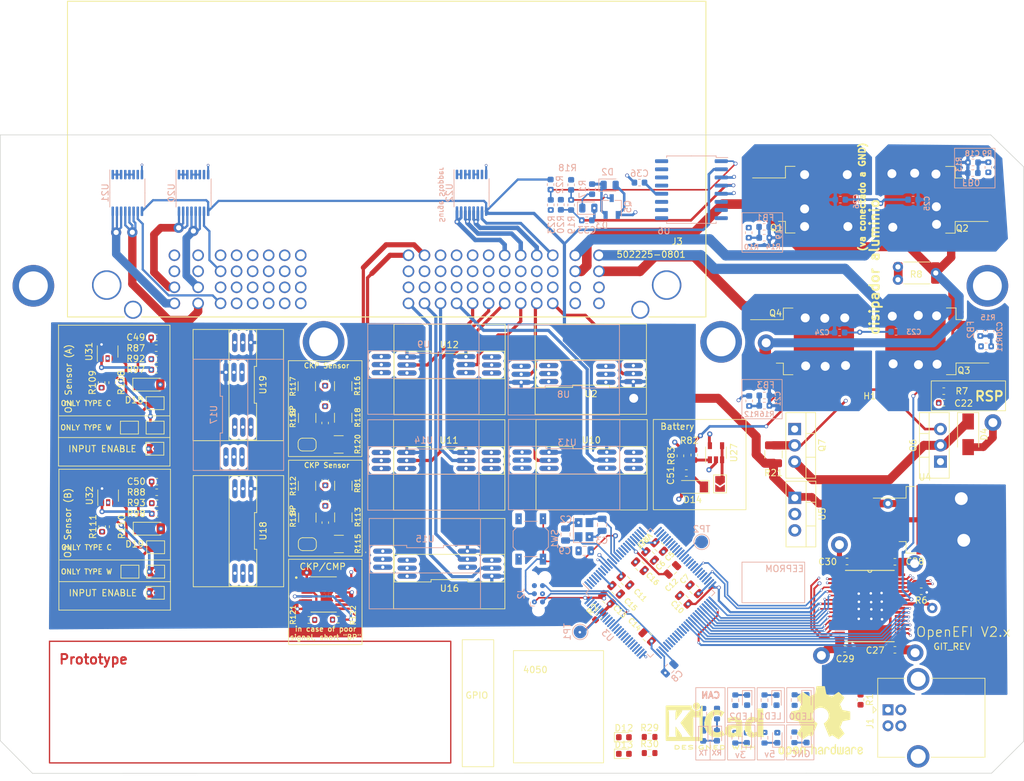
<source format=kicad_pcb>
(kicad_pcb (version 20201002) (generator pcbnew)
  (layers (0 "F.Cu" signal) (1 "In1.Cu" power) (2 "In2.Cu" signal) (31 "B.Cu" signal) (34 "B.Paste" user) (35 "F.Paste" user) (36 "B.SilkS" user "B.Silkscreen") (37 "F.SilkS" user "F.Silkscreen") (38 "B.Mask" user) (39 "F.Mask" user) (44 "Edge.Cuts" user))
  (net 0 "")
  (net 1 "GND")
  (net 2 "/INY3")
  (net 3 "/INY4")
  (net 4 "/INY2")
  (net 5 "/INY1")
  (net 6 "+5V")
  (net 7 "OSC_IN")
  (net 8 "OSC_OUT")
  (net 9 "+3V3")
  (net 10 "Net-(C7-Pad1)")
  (net 11 "Net-(C8-Pad1)")
  (net 12 "/NRST")
  (net 13 "Net-(J1-Pad5)")
  (net 14 "/USB_D+")
  (net 15 "/USB_D-")
  (net 16 "Net-(J1-Pad1)")
  (net 17 "/SYS_SWO")
  (net 18 "/SYS_SWCLK")
  (net 19 "/SYS_SWDIO")
  (net 20 "Net-(R2-Pad1)")
  (net 21 "Net-(TP2-Pad1)")
  (net 22 "Net-(D1-Pad1)")
  (net 23 "Net-(U3-Pad9)")
  (net 24 "Net-(U3-Pad8)")
  (net 25 "Net-(U3-Pad7)")
  (net 26 "/ECN2")
  (net 27 "/ECN3")
  (net 28 "/ECN4")
  (net 29 "Net-(U3-Pad98)")
  (net 30 "Net-(U3-Pad97)")
  (net 31 "Net-(U3-Pad90)")
  (net 32 "Net-(U3-Pad88)")
  (net 33 "Net-(U3-Pad87)")
  (net 34 "Net-(U3-Pad86)")
  (net 35 "Net-(U3-Pad85)")
  (net 36 "Net-(U3-Pad84)")
  (net 37 "Net-(U3-Pad83)")
  (net 38 "Net-(U3-Pad82)")
  (net 39 "Net-(U3-Pad81)")
  (net 40 "Net-(U3-Pad80)")
  (net 41 "Net-(U3-Pad79)")
  (net 42 "Net-(U3-Pad78)")
  (net 43 "Net-(U3-Pad77)")
  (net 44 "Net-(U3-Pad69)")
  (net 45 "/VBUS")
  (net 46 "Net-(U3-Pad67)")
  (net 47 "Net-(U3-Pad66)")
  (net 48 "Net-(U3-Pad65)")
  (net 49 "Net-(U3-Pad64)")
  (net 50 "Net-(U3-Pad63)")
  (net 51 "/ECN1")
  (net 52 "Net-(U3-Pad46)")
  (net 53 "Net-(U3-Pad45)")
  (net 54 "Net-(U3-Pad44)")
  (net 55 "Net-(U3-Pad42)")
  (net 56 "Net-(U3-Pad41)")
  (net 57 "Net-(U3-Pad40)")
  (net 58 "Net-(U3-Pad39)")
  (net 59 "Net-(U3-Pad38)")
  (net 60 "/PC1")
  (net 61 "/PA0")
  (net 62 "Net-(U3-Pad4)")
  (net 63 "Net-(U3-Pad3)")
  (net 64 "Net-(U3-Pad2)")
  (net 65 "Net-(U3-Pad1)")
  (net 66 "/PMIC_ENABLE")
  (net 67 "/PMIC_MAXI")
  (net 68 "/PMIC_NOMI")
  (net 69 "/PMIC_SPARK")
  (net 70 "/SPI2_MISO")
  (net 71 "/SPI2_SCK")
  (net 72 "/PMIC_CS")
  (net 73 "/PWM_ENABLE_1")
  (net 74 "/PWM_ENABLE_2")
  (net 75 "/PAP_ENABLE")
  (net 76 "/MTR_M1")
  (net 77 "/MTR_M_2")
  (net 78 "/SPI2_MOSI")
  (net 79 "/GNC_GLP")
  (net 80 "/RSN")
  (net 81 "/RSP")
  (net 82 "Net-(C22-Pad2)")
  (net 83 "/FB0")
  (net 84 "/FB1")
  (net 85 "/FB2")
  (net 86 "/PA1")
  (net 87 "CONN_1")
  (net 88 "/PA2")
  (net 89 "CONN_2")
  (net 90 "/PA3")
  (net 91 "/PA4")
  (net 92 "CONN_62")
  (net 93 "CONN_61")
  (net 94 "CONN_42")
  (net 95 "CONN_41")
  (net 96 "CONN_78")
  (net 97 "CONN_77")
  (net 98 "CONN_76")
  (net 99 "CONN_75")
  (net 100 "CONN_74")
  (net 101 "CONN_73")
  (net 102 "CONN71+")
  (net 103 "CONN72-")
  (net 104 "CONN_69")
  (net 105 "CONN_68")
  (net 106 "CONN_66")
  (net 107 "CONN_65")
  (net 108 "CONN_64")
  (net 109 "CONN_63")
  (net 110 "CONN_58")
  (net 111 "CONN_57")
  (net 112 "CONN_56")
  (net 113 "CONN_55")
  (net 114 "CONN_54")
  (net 115 "CONN_53")
  (net 116 "CONN_52")
  (net 117 "CONN_51")
  (net 118 "CONN_50")
  (net 119 "CONN_49")
  (net 120 "CONN_48")
  (net 121 "CONN_47")
  (net 122 "CONN_46")
  (net 123 "CONN_45")
  (net 124 "CONN_44")
  (net 125 "CONN_43")
  (net 126 "CONN_40")
  (net 127 "CONN_39")
  (net 128 "CONN_22")
  (net 129 "CONN_21")
  (net 130 "CONN_20")
  (net 131 "CONN_19")
  (net 132 "CONN_18")
  (net 133 "CONN_17")
  (net 134 "CONN_16")
  (net 135 "CONN_15")
  (net 136 "CONN_14")
  (net 137 "CONN_13")
  (net 138 "CONN_12")
  (net 139 "CONN_11")
  (net 140 "CONN_10")
  (net 141 "CONN_9")
  (net 142 "CONN_8")
  (net 143 "CONN_7")
  (net 144 "CONN_6")
  (net 145 "CONN_5")
  (net 146 "CONN_4")
  (net 147 "CONN_3")
  (net 148 "+12VA")
  (net 149 "+12V")
  (net 150 "Net-(D18-Pad1)")
  (net 151 "Net-(R97-Pad1)")
  (net 152 "/PA5")
  (net 153 "/PA6")
  (net 154 "Net-(JP15-Pad1)")
  (net 155 "Net-(JP17-Pad2)")
  (net 156 "Net-(JP18-Pad2)")
  (net 157 "/PA7")
  (net 158 "/PB0")
  (net 159 "/PB1")
  (net 160 "/PC5")
  (net 161 "Net-(C33-Pad1)")
  (net 162 "Net-(C36-Pad1)")
  (net 163 "Net-(D2-Pad1)")
  (net 164 "Net-(D3-Pad1)")
  (net 165 "Net-(D4-Pad1)")
  (net 166 "Net-(U15-Pad3)")
  (net 167 "Net-(U15-Pad4)")
  (net 168 "Net-(D19-Pad1)")
  (net 169 "/PC4")
  (net 170 "/PC3")
  (net 171 "/PC2")
  (net 172 "/PC0")
  (net 173 "/GD1")
  (net 174 "Net-(JP11-Pad1)")
  (net 175 "/GD0")
  (net 176 "/GD2")
  (net 177 "/GD3")
  (net 178 "/FB3")
  (net 179 "Net-(JP16-Pad1)")
  (net 180 "Net-(Q5-Pad3)")
  (net 181 "Net-(Q6-Pad1)")
  (net 182 "Net-(Q7-Pad2)")
  (net 183 "Net-(Q7-Pad1)")
  (net 184 "Net-(R22-Pad2)")
  (net 185 "Net-(R98-Pad1)")
  (net 186 "Net-(U6-Pad11)")
  (net 187 "Net-(U6-Pad10)")
  (net 188 "Net-(U6-Pad8)")
  (net 189 "Net-(U6-Pad7)")
  (net 190 "Net-(U6-Pad6)")
  (net 191 "Net-(JP20-Pad2)")
  (net 192 "Net-(JP21-Pad2)")
  (net 193 "Net-(C51-Pad1)")
  (net 194 "+5VA")
  (net 195 "Net-(JP23-Pad2)")
  (net 196 "Net-(JP24-Pad2)")
  (net 197 "Net-(R113-Pad1)")
  (net 198 "Net-(R112-Pad2)")
  (net 199 "Net-(R116-Pad2)")
  (net 200 "Net-(R117-Pad2)")
  (net 201 "/CKP")
  (net 202 "/CMP")
  (net 203 "/CKP/CMP_sensors/IN1+")
  (net 204 "/CKP/CMP_sensors/IN1-")
  (net 205 "Net-(U36-Pad12)")
  (net 206 "/CKP/CMP_sensors/IN2-")
  (net 207 "/CKP/CMP_sensors/IN2+")
  (net 208 "Net-(U36-Pad7)")
  (net 209 "Net-(U36-Pad2)")
  (net 210 "/PWM0")
  (net 211 "Net-(U20-Pad7)")
  (net 212 "/PWM1")
  (net 213 "/PWM2")
  (net 214 "Net-(U21-Pad7)")
  (net 215 "/PWM3")
  (net 216 "/R0")
  (net 217 "/R1")
  (net 218 "/R2")
  (net 219 "/R3")
  (net 220 "Net-(U3-Pad5)")
  (net 221 "Net-(D5-Pad1)")
  (net 222 "Net-(D6-Pad1)")
  (net 223 "Net-(D7-Pad1)")
  (net 224 "/CAN_TX")
  (net 225 "/CAN_RX")
  (net 226 "Net-(D8-Pad1)")
  (net 227 "Net-(D9-Pad1)")
  (net 228 "Net-(D10-Pad1)")
  (net 229 "Net-(D11-Pad1)")
  (net 230 "/LED0")
  (net 231 "/LED1")
  (net 232 "/LED2")
  (net 233 "/GNC")
  (net 234 "Net-(D12-Pad1)")
  (net 235 "Net-(D13-Pad1)")
  (net 236 "/MIL")
  (net 237 "/CHK")
  (module "OpenEFI-STM32F_rev3:SOP65P1030X245-33N" (layer "F.Cu") (at 156.6691 114.715)
    (fp_text reference "U1" hide)
    (fp_text value "MCZ33810EK" hide)
    (pad "1" smd rect (at -4.699 -4.8768) (size 1.6002 0.4318) (layers "F.Cu" "F.Paste" "F.Mask") (net 129 "CONN_21"))
    (pad "2" smd rect (at -4.699 -4.2164) (size 1.6002 0.4318) (layers "F.Cu" "F.Paste" "F.Mask") (net 83 "/FB0"))
    (pad "3" smd rect (at -4.699 -3.5814) (size 1.6002 0.4318) (layers "F.Cu" "F.Paste" "F.Mask") (net 175 "/GD0"))
    (pad "4" smd rect (at -4.699 -2.921) (size 1.6002 0.4318) (layers "F.Cu" "F.Paste" "F.Mask") (net 72 "/PMIC_CS"))
    (pad "5" smd rect (at -4.699 -2.286) (size 1.6002 0.4318) (layers "F.Cu" "F.Paste" "F.Mask") (net 71 "/SPI2_SCK"))
    (pad "6" smd rect (at -4.699 -1.6256) (size 1.6002 0.4318) (layers "F.Cu" "F.Paste" "F.Mask") (net 78 "/SPI2_MOSI"))
    (pad "7" smd rect (at -4.699 -0.9652) (size 1.6002 0.4318) (layers "F.Cu" "F.Paste" "F.Mask") (net 70 "/SPI2_MISO"))
    (pad "8" smd rect (at -4.699 -0.3302) (size 1.6002 0.4318) (layers "F.Cu" "F.Paste" "F.Mask") (net 9 "+3V3"))
    (pad "9" smd rect (at -4.699 0.3302) (size 1.6002 0.4318) (layers "F.Cu" "F.Paste" "F.Mask") (net 66 "/PMIC_ENABLE"))
    (pad "10" smd rect (at -4.699 0.9652) (size 1.6002 0.4318) (layers "F.Cu" "F.Paste" "F.Mask") (net 5 "/INY1"))
    (pad "11" smd rect (at -4.699 1.6256) (size 1.6002 0.4318) (layers "F.Cu" "F.Paste" "F.Mask") (net 4 "/INY2"))
    (pad "12" smd rect (at -4.699 2.286) (size 1.6002 0.4318) (layers "F.Cu" "F.Paste" "F.Mask") (net 2 "/INY3"))
    (pad "13" smd rect (at -4.699 2.921) (size 1.6002 0.4318) (layers "F.Cu" "F.Paste" "F.Mask") (net 3 "/INY4"))
    (pad "14" smd rect (at -4.699 3.5814) (size 1.6002 0.4318) (layers "F.Cu" "F.Paste" "F.Mask") (net 173 "/GD1"))
    (pad "15" smd rect (at -4.699 4.2164) (size 1.6002 0.4318) (layers "F.Cu" "F.Paste" "F.Mask") (net 84 "/FB1"))
    (pad "16" smd rect (at -4.699 4.8768) (size 1.6002 0.4318) (layers "F.Cu" "F.Paste" "F.Mask") (net 87 "CONN_1"))
    (pad "17" smd rect (at 4.699 4.8768) (size 1.6002 0.4318) (layers "F.Cu" "F.Paste" "F.Mask") (net 128 "CONN_22"))
    (pad "18" smd rect (at 4.699 4.2164) (size 1.6002 0.4318) (layers "F.Cu" "F.Paste" "F.Mask") (net 178 "/FB3"))
    (pad "19" smd rect (at 4.699 3.5814) (size 1.6002 0.4318) (layers "F.Cu" "F.Paste" "F.Mask") (net 177 "/GD3"))
    (pad "20" smd rect (at 4.699 2.921) (size 1.6002 0.4318) (layers "F.Cu" "F.Paste" "F.Mask") (net 69 "/PMIC_SPARK"))
    (pad "21" smd rect (at 4.699 2.286) (size 1.6002 0.4318) (layers "F.Cu" "F.Paste" "F.Mask") (net 28 "/ECN4"))
    (pad "22" smd rect (at 4.699 1.6256) (size 1.6002 0.4318) (layers "F.Cu" "F.Paste" "F.Mask") (net 27 "/ECN3"))
    (pad "23" smd rect (at 4.699 0.9652) (size 1.6002 0.4318) (layers "F.Cu" "F.Paste" "F.Mask") (net 26 "/ECN2"))
    (pad "24" smd rect (at 4.699 0.3302) (size 1.6002 0.4318) (layers "F.Cu" "F.Paste" "F.Mask") (net 51 "/ECN1"))
    (pad "25" smd rect (at 4.699 -0.3302) (size 1.6002 0.4318) (layers "F.Cu" "F.Paste" "F.Mask") (net 149 "+12V"))
    (pad "26" smd rect (at 4.699 -0.9652) (size 1.6002 0.4318) (layers "F.Cu" "F.Paste" "F.Mask") (net 81 "/RSP"))
    (pad "27" smd rect (at 4.699 -1.6256) (size 1.6002 0.4318) (layers "F.Cu" "F.Paste" "F.Mask") (net 80 "/RSN"))
    (pad "28" smd rect (at 4.699 -2.286) (size 1.6002 0.4318) (layers "F.Cu" "F.Paste" "F.Mask") (net 68 "/PMIC_NOMI"))
    (pad "29" smd rect (at 4.699 -2.921) (size 1.6002 0.4318) (layers "F.Cu" "F.Paste" "F.Mask") (net 67 "/PMIC_MAXI"))
    (pad "30" smd rect (at 4.699 -3.5814) (size 1.6002 0.4318) (layers "F.Cu" "F.Paste" "F.Mask") (net 176 "/GD2"))
    (pad "31" smd rect (at 4.699 -4.2164) (size 1.6002 0.4318) (layers "F.Cu" "F.Paste" "F.Mask") (net 85 "/FB2"))
    (pad "32" smd rect (at 4.699 -4.8768) (size 1.6002 0.4318) (layers "F.Cu" "F.Paste" "F.Mask") (net 89 "CONN_2"))
    (pad "33" smd rect (at 0 0) (size 4.953 4.953) (layers "F.Cu" "F.Paste" "F.Mask") (net 1 "GND"))
  )
  (module "Capacitor_SMD:C_0805_2012Metric" (layer "F.Cu") (at 123.820019 105.492312 -45)
    (fp_text reference "C5" (at 2.2125 -0.12 45) (layer "F.SilkS") (effects (font (size 0.8 0.8))))
    (fp_text value "100nF")
    (pad "1" smd roundrect (at -0.9375 0 315) (size 0.975 1.4) (layers "F.Cu" "F.Paste" "F.Mask") (net 9 "+3V3"))
    (pad "2" smd roundrect (at 0.9375 0 315) (size 0.975 1.4) (layers "F.Cu" "F.Paste" "F.Mask") (net 1 "GND"))
  )
  (module "Capacitor_SMD:C_0805_2012Metric" (layer "F.Cu") (at 122.405806 106.906525 -45)
    (fp_text reference "C6" (at 2.1925 -0.11 45) (layer "F.SilkS") (effects (font (size 0.8 0.8))))
    (fp_text value "1uF")
    (pad "1" smd roundrect (at -0.9375 0 315) (size 0.975 1.4) (layers "F.Cu" "F.Paste" "F.Mask") (net 9 "+3V3"))
    (pad "2" smd roundrect (at 0.9375 0 315) (size 0.975 1.4) (layers "F.Cu" "F.Paste" "F.Mask") (net 1 "GND"))
  )
  (module "Capacitor_SMD:C_0805_2012Metric" (layer "F.Cu") (at 129.285955 112.112245 135)
    (fp_text reference "C7" (at 2.1935 0.076 45) (layer "F.SilkS") (effects (font (size 0.8 0.8))))
    (fp_text value "2.2uF")
    (pad "1" smd roundrect (at -0.9375 0 135) (size 0.975 1.4) (layers "F.Cu" "F.Paste" "F.Mask") (net 10 "Net-(C7-Pad1)"))
    (pad "2" smd roundrect (at 0.9375 0 135) (size 0.975 1.4) (layers "F.Cu" "F.Paste" "F.Mask") (net 1 "GND"))
  )
  (module "Capacitor_SMD:C_0805_2012Metric" (layer "F.Cu") (at 127.669509 113.728692 135)
    (fp_text reference "C10" (at -0.0785 -1.524 315) (layer "F.SilkS") (effects (font (size 0.8 0.8))))
    (fp_text value "100nF")
    (pad "1" smd roundrect (at -0.9375 0 135) (size 0.975 1.4) (layers "F.Cu" "F.Paste" "F.Mask") (net 9 "+3V3"))
    (pad "2" smd roundrect (at 0.9375 0 135) (size 0.975 1.4) (layers "F.Cu" "F.Paste" "F.Mask") (net 1 "GND"))
  )
  (module "Capacitor_SMD:C_0805_2012Metric" (layer "F.Cu") (at 118.560914 110.769097 -45)
    (fp_text reference "C11" (at 3.225 -0.05 -45) (layer "F.SilkS") (effects (font (size 0.8 0.8))))
    (fp_text value "100nF")
    (pad "1" smd roundrect (at -0.9375 0 315) (size 0.975 1.4) (layers "F.Cu" "F.Paste" "F.Mask") (net 9 "+3V3"))
    (pad "2" smd roundrect (at 0.9375 0 315) (size 0.975 1.4) (layers "F.Cu" "F.Paste" "F.Mask") (net 1 "GND"))
  )
  (module "Capacitor_SMD:C_0805_2012Metric" (layer "F.Cu") (at 125.872398 109.072041 45)
    (fp_text reference "C12" (at -1.768 1.594 45) (layer "F.SilkS") (effects (font (size 0.8 0.8))))
    (fp_text value "100nF")
    (pad "1" smd roundrect (at -0.9375 0 45) (size 0.975 1.4) (layers "F.Cu" "F.Paste" "F.Mask") (net 9 "+3V3"))
    (pad "2" smd roundrect (at 0.9375 0 45) (size 0.975 1.4) (layers "F.Cu" "F.Paste" "F.Mask") (net 1 "GND"))
  )
  (module "Capacitor_SMD:C_0805_2012Metric" (layer "F.Cu") (at 115.691474 113.604595 -45)
    (fp_text reference "C13" (at 2.794 0 -45) (layer "F.SilkS") (effects (font (size 0.8 0.8))))
    (fp_text value "100nF")
    (pad "1" smd roundrect (at -0.9375 0 315) (size 0.975 1.4) (layers "F.Cu" "F.Paste" "F.Mask") (net 9 "+3V3"))
    (pad "2" smd roundrect (at 0.9375 0 315) (size 0.975 1.4) (layers "F.Cu" "F.Paste" "F.Mask") (net 1 "GND"))
  )
  (module "Capacitor_SMD:C_0805_2012Metric" (layer "F.Cu") (at 121.977653 119.531563 135)
    (fp_text reference "C14" (at 2.794 0 315) (layer "F.SilkS") (effects (font (size 0.8 0.8))))
    (fp_text value "100nF")
    (pad "1" smd roundrect (at -0.9375 0 135) (size 0.975 1.4) (layers "F.Cu" "F.Paste" "F.Mask") (net 9 "+3V3"))
    (pad "2" smd roundrect (at 0.9375 0 135) (size 0.975 1.4) (layers "F.Cu" "F.Paste" "F.Mask") (net 1 "GND"))
  )
  (module "Capacitor_SMD:C_0805_2012Metric" (layer "F.Cu") (at 117.108516 112.187553 -45)
    (fp_text reference "C15" (at 3.21 0.01 -45) (layer "F.SilkS") (effects (font (size 0.8 0.8))))
    (fp_text value "100nF")
    (pad "1" smd roundrect (at -0.9375 0 315) (size 0.975 1.4) (layers "F.Cu" "F.Paste" "F.Mask") (net 9 "+3V3"))
    (pad "2" smd roundrect (at 0.9375 0 315) (size 0.975 1.4) (layers "F.Cu" "F.Paste" "F.Mask") (net 1 "GND"))
  )
  (module "Capacitor_SMD:C_0805_2012Metric" (layer "F.Cu") (at 120.814816 108.497516 -45)
    (fp_text reference "C16" (at 2.794 0 -45) (layer "F.SilkS") (effects (font (size 0.8 0.8))))
    (fp_text value "4.7uF")
    (pad "1" smd roundrect (at -0.9375 0 315) (size 0.975 1.4) (layers "F.Cu" "F.Paste" "F.Mask") (net 9 "+3V3"))
    (pad "2" smd roundrect (at 0.9375 0 315) (size 0.975 1.4) (layers "F.Cu" "F.Paste" "F.Mask") (net 1 "GND"))
  )
  (module "Resistor_SMD:R_0603_1608Metric" (layer "F.Cu") (at 155.22 129.33 -90)
    (fp_text reference "R1" (at 0 -1.43 -270) (layer "F.SilkS"))
    (fp_text value "10k")
    (pad "1" smd roundrect (at -0.7875 0 270) (size 0.875 0.95) (layers "F.Cu" "F.Paste" "F.Mask") (net 1 "GND"))
    (pad "2" smd roundrect (at 0.7875 0 270) (size 0.875 0.95) (layers "F.Cu" "F.Paste" "F.Mask") (net 16 "Net-(J1-Pad1)"))
  )
  (module "Resistor_SMD:R_0603_1608Metric" (layer "F.Cu") (at 114.45 116.3 45)
    (fp_text reference "R2" (at 0 -1.43 45) (layer "F.SilkS"))
    (fp_text value "10k")
    (pad "1" smd roundrect (at -0.7875 0 45) (size 0.875 0.95) (layers "F.Cu" "F.Paste" "F.Mask") (net 20 "Net-(R2-Pad1)"))
    (pad "2" smd roundrect (at 0.7875 0 45) (size 0.875 0.95) (layers "F.Cu" "F.Paste" "F.Mask") (net 1 "GND"))
  )
  (module "MountingHole:MountingHole_5.3mm_M5" (layer "F.Cu") (at 156.6564 88.25)
    (fp_text reference "H1" (at 0 -6.3) (layer "F.SilkS"))
    (fp_text value "MountingHole")
    (pad "1" np_thru_hole circle (at 0 0) (size 5.3 5.3) (drill 5.3) (layers *.Cu *.Mask))
  )
  (module "Connector_USB:USB_B_OST_USB-B1HSxx_Horizontal" (layer "F.Cu") (at 159.5 130.9)
    (fp_text reference "J1" (at -2.796 2.1385 270) (layer "F.SilkS"))
    (fp_text value "USB_B")
    (pad "1" thru_hole rect (at 0 0) (size 1.7 1.7) (drill 0.92) (layers *.Cu *.Mask) (net 16 "Net-(J1-Pad1)"))
    (pad "2" thru_hole circle (at 0 2.5) (size 1.7 1.7) (drill 0.92) (layers *.Cu *.Mask) (net 15 "/USB_D-"))
    (pad "3" thru_hole circle (at 2 2.5) (size 1.7 1.7) (drill 0.92) (layers *.Cu *.Mask) (net 14 "/USB_D+"))
    (pad "4" thru_hole circle (at 2 0) (size 1.7 1.7) (drill 0.92) (layers *.Cu *.Mask) (net 1 "GND"))
    (pad "5" thru_hole circle (at 4.71 -4.77) (size 3.5 3.5) (drill 2.33) (layers *.Cu *.Mask) (net 13 "Net-(J1-Pad5)"))
    (pad "5" thru_hole circle (at 4.71 7.27) (size 3.5 3.5) (drill 2.33) (layers *.Cu *.Mask) (net 13 "Net-(J1-Pad5)"))
  )
  (module "Package_TO_SOT_SMD:TO-263-2" (layer "F.Cu") (at 167.0326 51.330102 180)
    (fp_text reference "Q2" (at -4.0386 -4.4577) (layer "F.SilkS"))
    (fp_text value "ISL9V5045S3ST" hide)
    (pad "1" smd rect (at -5.775 -2.54 180) (size 4.6 1.1) (layers "F.Cu" "F.Paste" "F.Mask") (net 175 "/GD0"))
    (pad "2" smd rect (at 3.375 0 180) (size 9.4 10.8) (layers "F.Cu" "F.Mask") (net 92 "CONN_62"))
    (pad "3" smd rect (at -5.775 2.54 180) (size 4.6 1.1) (layers "F.Cu" "F.Paste" "F.Mask") (net 82 "Net-(C22-Pad2)"))
  )
  (module "OpenEFI-STM32F_rev3:502225-0801" (layer "F.Cu") (at 114.436 67.4845 180)
    (fp_text reference "J3" (at -12.192 9.652) (layer "F.SilkS"))
    (fp_text value "502225-0801" (at -8.128 7.62) (layer "F.SilkS"))
    (pad "1" thru_hole circle (at 0 0 180) (size 1.8034 1.8034) (drill 1.2954) (layers *.Cu *.Mask) (net 87 "CONN_1"))
    (pad "2" thru_hole circle (at 3.7 0 180) (size 1.8034 1.8034) (drill 1.2954) (layers *.Cu *.Mask) (net 89 "CONN_2"))
    (pad "3" thru_hole circle (at 7.2 0 180) (size 1.8034 1.8034) (drill 1.2954) (layers *.Cu *.Mask) (net 147 "CONN_3"))
    (pad "4" thru_hole circle (at 9.699998 0 180) (size 1.8034 1.8034) (drill 1.2954) (layers *.Cu *.Mask) (net 146 "CONN_4"))
    (pad "5" thru_hole circle (at 12.199998 0 180) (size 1.8034 1.8034) (drill 1.2954) (layers *.Cu *.Mask) (net 145 "CONN_5"))
    (pad "6" thru_hole circle (at 14.699998 0 180) (size 1.8034 1.8034) (drill 1.2954) (layers *.Cu *.Mask) (net 144 "CONN_6"))
    (pad "7" thru_hole circle (at 17.199998 0 180) (size 1.8034 1.8034) (drill 1.2954) (layers *.Cu *.Mask) (net 143 "CONN_7"))
    (pad "8" thru_hole circle (at 19.699998 0 180) (size 1.8034 1.8034) (drill 1.2954) (layers *.Cu *.Mask) (net 142 "CONN_8"))
    (pad "9" thru_hole circle (at 22.199998 0 180) (size 1.8034 1.8034) (drill 1.2954) (layers *.Cu *.Mask) (net 141 "CONN_9"))
    (pad "10" thru_hole circle (at 24.699998 0 180) (size 1.8034 1.8034) (drill 1.2954) (layers *.Cu *.Mask) (net 140 "CONN_10"))
    (pad "11" thru_hole circle (at 27.199998 0 180) (size 1.8034 1.8034) (drill 1.2954) (layers *.Cu *.Mask) (net 139 "CONN_11"))
    (pad "12" thru_hole circle (at 29.699998 0 180) (size 1.8034 1.8034) (drill 1.2954) (layers *.Cu *.Mask) (net 138 "CONN_12"))
    (pad "13" thru_hole circle (at 46.499998 0 180) (size 1.8034 1.8034) (drill 1.2954) (layers *.Cu *.Mask) (net 137 "CONN_13"))
    (pad "14" thru_hole circle (at 48.999998 0 180) (size 1.8034 1.8034) (drill 1.2954) (layers *.Cu *.Mask) (net 136 "CONN_14"))
    (pad "15" thru_hole circle (at 51.499998 0 180) (size 1.8034 1.8034) (drill 1.2954) (layers *.Cu *.Mask) (net 135 "CONN_15"))
    (pad "16" thru_hole circle (at 53.999998 0 180) (size 1.8034 1.8034) (drill 1.2954) (layers *.Cu *.Mask) (net 134 "CONN_16"))
    (pad "17" thru_hole circle (at 56.499998 0 180) (size 1.8034 1.8034) (drill 1.2954) (layers *.Cu *.Mask) (net 133 "CONN_17"))
    (pad "18" thru_hole circle (at 58.999998 0 180) (size 1.8034 1.8034) (drill 1.2954) (layers *.Cu *.Mask) (net 132 "CONN_18"))
    (pad "19" thru_hole circle (at 62.499996 0 180) (size 1.8034 1.8034) (drill 1.2954) (layers *.Cu *.Mask) (net 131 "CONN_19"))
    (pad "20" thru_hole circle (at 66.199996 0 180) (size 1.8034 1.8034) (drill 1.2954) (layers *.Cu *.Mask) (net 130 "CONN_20"))
    (pad "21" thru_hole circle (at 0 2.5 180) (size 1.8034 1.8034) (drill 1.2954) (layers *.Cu *.Mask) (net 129 "CONN_21"))
    (pad "22" thru_hole circle (at 3.7 2.5 180) (size 1.8034 1.8034) (drill 1.2954) (layers *.Cu *.Mask) (net 128 "CONN_22"))
    (pad "23" thru_hole circle (at 7.2 2.5 180) (size 1.8034 1.8034) (drill 1.2954) (layers *.Cu *.Mask) (net 1 "GND"))
    (pad "24" thru_hole circle (at 9.699998 2.5 180) (size 1.8034 1.8034) (drill 1.2954) (layers *.Cu *.Mask) (net 1 "GND"))
    (pad "25" thru_hole circle (at 12.199998 2.5 180) (size 1.8034 1.8034) (drill 1.2954) (layers *.Cu *.Mask) (net 1 "GND"))
    (pad "26" thru_hole circle (at 14.699998 2.5 180) (size 1.8034 1.8034) (drill 1.2954) (layers *.Cu *.Mask) (net 1 "GND"))
    (pad "27" thru_hole circle (at 17.199998 2.5 180) (size 1.8034 1.8034) (drill 1.2954) (layers *.Cu *.Mask) (net 1 "GND"))
    (pad "28" thru_hole circle (at 19.699998 2.5 180) (size 1.8034 1.8034) (drill 1.2954) (layers *.Cu *.Mask) (net 1 "GND"))
    (pad "29" thru_hole circle (at 22.199998 2.5 180) (size 1.8034 1.8034) (drill 1.2954) (layers *.Cu *.Mask) (net 1 "GND"))
    (pad "30" thru_hole circle (at 24.699998 2.5 180) (size 1.8034 1.8034) (drill 1.2954) (layers *.Cu *.Mask) (net 1 "GND"))
    (pad "31" thru_hole circle (at 27.199998 2.5 180) (size 1.8034 1.8034) (drill 1.2954) (layers *.Cu *.Mask) (net 1 "GND"))
    (pad "32" thru_hole circle (at 29.699998 2.5 180) (size 1.8034 1.8034) (drill 1.2954) (layers *.Cu *.Mask) (net 1 "GND"))
    (pad "33" thru_hole circle (at 46.499998 2.5 180) (size 1.8034 1.8034) (drill 1.2954) (layers *.Cu *.Mask) (net 1 "GND"))
    (pad "34" thru_hole circle (at 48.999998 2.5 180) (size 1.8034 1.8034) (drill 1.2954) (layers *.Cu *.Mask) (net 1 "GND"))
    (pad "35" thru_hole circle (at 51.499998 2.5 180) (size 1.8034 1.8034) (drill 1.2954) (layers *.Cu *.Mask) (net 1 "GND"))
    (pad "36" thru_hole circle (at 53.999998 2.5 180) (size 1.8034 1.8034) (drill 1.2954) (layers *.Cu *.Mask) (net 1 "GND"))
    (pad "37" thru_hole circle (at 56.499998 2.5 180) (size 1.8034 1.8034) (drill 1.2954) (layers *.Cu *.Mask) (net 1 "GND"))
    (pad "38" thru_hole circle (at 58.999998 2.5 180) (size 1.8034 1.8034) (drill 1.2954) (layers *.Cu *.Mask) (net 1 "GND"))
    (pad "39" thru_hole circle (at 62.499996 2.5 180) (size 1.8034 1.8034) (drill 1.2954) (layers *.Cu *.Mask) (net 127 "CONN_39"))
    (pad "40" thru_hole circle (at 66.199996 2.5 180) (size 1.8034 1.8034) (drill 1.2954) (layers *.Cu *.Mask) (net 126 "CONN_40"))
    (pad "41" thru_hole circle (at 0 5 180) (size 1.8034 1.8034) (drill 1.2954) (layers *.Cu *.Mask) (net 95 "CONN_41"))
    (pad "42" thru_hole circle (at 3.7 5 180) (size 1.8034 1.8034) (drill 1.2954) (layers *.Cu *.Mask) (net 94 "CONN_42"))
    (pad "43" thru_hole circle (at 7.2 5 180) (size 1.8034 1.8034) (drill 1.2954) (layers *.Cu *.Mask) (net 125 "CONN_43"))
    (pad "44" thru_hole circle (at 9.699998 5 180) (size 1.8034 1.8034) (drill 1.2954) (layers *.Cu *.Mask) (net 124 "CONN_44"))
    (pad "45" thru_hole circle (at 12.199998 5 180) (size 1.8034 1.8034) (drill 1.2954) (layers *.Cu *.Mask) (net 123 "CONN_45"))
    (pad "46" thru_hole circle (at 14.699998 5 180) (size 1.8034 1.8034) (drill 1.2954) (layers *.Cu *.Mask) (net 122 "CONN_46"))
    (pad "47" thru_hole circle (at 17.199998 5 180) (size 1.8034 1.8034) (drill 1.2954) (layers *.Cu *.Mask) (net 121 "CONN_47"))
    (pad "48" thru_hole circle (at 19.699998 5 180) (size 1.8034 1.8034) (drill 1.2954) (layers *.Cu *.Mask) (net 120 "CONN_48"))
    (pad "49" thru_hole circle (at 22.199998 5 180) (size 1.8034 1.8034) (drill 1.2954) (layers *.Cu *.Mask) (net 119 "CONN_49"))
    (pad "50" thru_hole circle (at 24.699998 5 180) (size 1.8034 1.8034) (drill 1.2954) (layers *.Cu *.Mask) (net 118 "CONN_50"))
    (pad "51" thru_hole circle (at 27.199998 5 180) (size 1.8034 1.8034) (drill 1.2954) (layers *.Cu *.Mask) (net 117 "CONN_51"))
    (pad "52" thru_hole circle (at 29.699998 5 180) (size 1.8034 1.8034) (drill 1.2954) (layers *.Cu *.Mask) (net 116 "CONN_52"))
    (pad "53" thru_hole circle (at 46.499998 5 180) (size 1.8034 1.8034) (drill 1.2954) (layers *.Cu *.Mask) (net 115 "CONN_53"))
    (pad "54" thru_hole circle (at 48.999998 5 180) (size 1.8034 1.8034) (drill 1.2954) (layers *.Cu *.Mask) (net 114 "CONN_54"))
    (pad "55" thru_hole circle (at 51.499998 5 180) (size 1.8034 1.8034) (drill 1.2954) (layers *.Cu *.Mask) (net 113 "CONN_55"))
    (pad "56" thru_hole circle (at 53.999998 5 180) (size 1.8034 1.8034) (drill 1.2954) (layers *.Cu *.Mask) (net 112 "CONN_56"))
    (pad "57" thru_hole circle (at 56.499998 5 180) (size 1.8034 1.8034) (drill 1.2954) (layers *.Cu *.Mask) (net 111 "CONN_57"))
    (pad "58" thru_hole circle (at 58.999998 5 180) (size 1.8034 1.8034) (drill 1.2954) (layers *.Cu *.Mask) (net 110 "CONN_58"))
    (pad "59" thru_hole circle (at 62.499996 5 180) (size 1.8034 1.8034) (drill 1.2954) (layers *.Cu *.Mask) (net 148 "+12VA"))
    (pad "60" thru_hole circle (at 66.199996 5 180) (size 1.8034 1.8034) (drill 1.2954) (layers *.Cu *.Mask) (net 148 "+12VA"))
    (pad "61" thru_hole circle (at 0 7.5 180) (size 1.8034 1.8034) (drill 1.2954) (layers *.Cu *.Mask) (net 93 "CONN_61"))
    (pad "62" thru_hole circle (at 3.7 7.5 180) (size 1.8034 1.8034) (drill 1.2954) (layers *.Cu *.Mask) (net 92 "CONN_62"))
    (pad "63" thru_hole circle (at 7.2 7.5 180) (size 1.8034 1.8034) (drill 1.2954) (layers *.Cu *.Mask) (net 109 "CONN_63"))
    (pad "64" thru_hole circle (at 9.699998 7.5 180) (size 1.8034 1.8034) (drill 1.2954) (layers *.Cu *.Mask) (net 108 "CONN_64"))
    (pad "65" thru_hole circle (at 12.199998 7.5 180) (size 1.8034 1.8034) (drill 1.2954) (layers *.Cu *.Mask) (net 107 "CONN_65"))
    (pad "66" thru_hole circle (at 14.699998 7.5 180) (size 1.8034 1.8034) (drill 1.2954) (layers *.Cu *.Mask) (net 106 "CONN_66"))
    (pad "67" thru_hole circle (at 17.199998 7.5 180) (size 1.8034 1.8034) (drill 1.2954) (layers *.Cu *.Mask) (net 1 "GND"))
    (pad "68" thru_hole circle (at 19.699998 7.5 180) (size 1.8034 1.8034) (drill 1.2954) (layers *.Cu *.Mask) (net 105 "CONN_68"))
    (pad "69" thru_hole circle (at 22.199998 7.5 180) (size 1.8034 1.8034) (drill 1.2954) (layers *.Cu *.Mask) (net 104 "CONN_69"))
    (pad "70" thru_hole circle (at 24.699998 7.5 180) (size 1.8034 1.8034) (drill 1.2954) (layers *.Cu *.Mask) (net 1 "GND"))
    (pad "71" thru_hole circle (at 27.199998 7.5 180) (size 1.8034 1.8034) (drill 1.2954) (layers *.Cu *.Mask) (net 102 "CONN71+"))
    (pad "72" thru_hole circle (at 29.699998 7.5 180) (size 1.8034 1.8034) (drill 1.2954) (layers *.Cu *.Mask) (net 103 "CONN72-"))
    (pad "73" thru_hole circle (at 46.499998 7.5 180) (size 1.8034 1.8034) (drill 1.2954) (layers *.Cu *.Mask) (net 101 "CONN_73"))
    (pad "74" thru_hole circle (at 48.999998 7.5 180) (size 1.8034 1.8034) (drill 1.2954) (layers *.Cu *.Mask) (net 100 "CONN_74"))
    (pad "75" thru_hole circle (at 51.499998 7.5 180) (size 1.8034 1.8034) (drill 1.2954) (layers *.Cu *.Mask) (net 99 "CONN_75"))
    (pad "76" thru_hole circle (at 53.999998 7.5 180) (size 1.8034 1.8034) (drill 1.2954) (layers *.Cu *.Mask) (net 98 "CONN_76"))
    (pad "77" thru_hole circle (at 56.499998 7.5 180) (size 1.8034 1.8034) (drill 1.2954) (layers *.Cu *.Mask) (net 97 "CONN_77"))
    (pad "78" thru_hole circle (at 58.999998 7.5 180) (size 1.8034 1.8034) (drill 1.2954) (layers *.Cu *.Mask) (net 96 "CONN_78"))
    (pad "79" thru_hole circle (at 62.499996 7.5 180) (size 1.8034 1.8034) (drill 1.2954) (layers *.Cu *.Mask) (net 1 "GND"))
    (pad "80" thru_hole circle (at 66.199996 7.5 180) (size 1.8034 1.8034) (drill 1.2954) (layers *.Cu *.Mask) (net 1 "GND"))
    (pad "81" thru_hole circle (at -6.450008 -0.999995 180) (size 2.8194 2.8194) (drill 2.3114) (layers *.Cu *.Mask))
    (pad "82" thru_hole circle (at 72.649986 -0.999995 180) (size 2.8194 2.8194) (drill 2.3114) (layers *.Cu *.Mask))
    (pad "83" thru_hole circle (at -10.550014 2.850005 180) (size 4.5974 4.5974) (drill 4.0894) (layers *.Cu *.Mask))
    (pad "84" thru_hole circle (at 76.749986 2.850005 180) (size 4.5974 4.5974) (drill 4.0894) (layers *.Cu *.Mask))
  )
  (module "Package_TO_SOT_SMD:TO-263-2" (layer "F.Cu") (at 146.4611 51.311102)
    (fp_text reference "Q1" (at -4.3459 4.3751) (layer "F.SilkS"))
    (fp_text value "ISL9V5045S3ST" hide)
    (pad "1" smd rect (at -5.775 -2.54) (size 4.6 1.1) (layers "F.Cu" "F.Paste" "F.Mask") (net 173 "/GD1"))
    (pad "2" smd rect (at 3.375 0) (size 9.4 10.8) (layers "F.Cu" "F.Mask") (net 94 "CONN_42"))
    (pad "3" smd rect (at -5.775 2.54) (size 4.6 1.1) (layers "F.Cu" "F.Paste" "F.Mask") (net 82 "Net-(C22-Pad2)"))
  )
  (module "Package_TO_SOT_SMD:TO-263-2" (layer "F.Cu") (at 167.1568 73.4083 180)
    (fp_text reference "Q3" (at -4.1808 -4.5529) (layer "F.SilkS"))
    (fp_text value "ISL9V5045S3ST" hide)
    (pad "1" smd rect (at -5.775 -2.54 180) (size 4.6 1.1) (layers "F.Cu" "F.Paste" "F.Mask") (net 176 "/GD2"))
    (pad "2" smd rect (at 3.375 0 180) (size 9.4 10.8) (layers "F.Cu" "F.Mask") (net 93 "CONN_61"))
    (pad "3" smd rect (at -5.775 2.54 180) (size 4.6 1.1) (layers "F.Cu" "F.Paste" "F.Mask") (net 82 "Net-(C22-Pad2)"))
  )
  (module "Package_TO_SOT_SMD:TO-263-2" (layer "F.Cu") (at 146.132 73.421)
    (fp_text reference "Q4" (at -4.1568 -4.4006) (layer "F.SilkS"))
    (fp_text value "ISL9V5045S3ST" hide)
    (pad "1" smd rect (at -5.775 -2.54) (size 4.6 1.1) (layers "F.Cu" "F.Paste" "F.Mask") (net 177 "/GD3"))
    (pad "2" smd rect (at 3.375 0) (size 9.4 10.8) (layers "F.Cu" "F.Mask") (net 95 "CONN_41"))
    (pad "3" smd rect (at -5.775 2.54) (size 4.6 1.1) (layers "F.Cu" "F.Paste" "F.Mask") (net 82 "Net-(C22-Pad2)"))
  )
  (module "Capacitor_SMD:C_0603_1608Metric" (layer "F.Cu") (at 160.5806 121.5476)
    (fp_text reference "C27" (at -3.0806 0.0774) (layer "F.SilkS"))
    (fp_text value "10nF" hide)
    (pad "1" smd roundrect (at -0.7875 0) (size 0.875 0.95) (layers "F.Cu" "F.Paste" "F.Mask") (net 1 "GND"))
    (pad "2" smd roundrect (at 0.7875 0) (size 0.875 0.95) (layers "F.Cu" "F.Paste" "F.Mask") (net 128 "CONN_22"))
  )
  (module "Capacitor_SMD:C_0603_1608Metric" (layer "F.Cu") (at 160.5806 107.8062)
    (fp_text reference "C28" (at 3.1243 -0.0508) (layer "F.SilkS"))
    (fp_text value "10nF" hide)
    (pad "1" smd roundrect (at -0.7875 0) (size 0.875 0.95) (layers "F.Cu" "F.Paste" "F.Mask") (net 1 "GND"))
    (pad "2" smd roundrect (at 0.7875 0) (size 0.875 0.95) (layers "F.Cu" "F.Paste" "F.Mask") (net 89 "CONN_2"))
  )
  (module "Capacitor_SMD:C_0603_1608Metric" (layer "F.Cu") (at 152.7576 121.3698 180)
    (fp_text reference "C29" (at -0.0674 -1.5802) (layer "F.SilkS"))
    (fp_text value "10nF" hide)
    (pad "1" smd roundrect (at -0.7875 0 180) (size 0.875 0.95) (layers "F.Cu" "F.Paste" "F.Mask") (net 1 "GND"))
    (pad "2" smd roundrect (at 0.7875 0 180) (size 0.875 0.95) (layers "F.Cu" "F.Paste" "F.Mask") (net 87 "CONN_1"))
  )
  (module "Capacitor_SMD:C_0603_1608Metric" (layer "F.Cu") (at 153.113 107.7554 180)
    (fp_text reference "C30" (at 3.0227 -0.0508) (layer "F.SilkS"))
    (fp_text value "10nF" hide)
    (pad "1" smd roundrect (at -0.7875 0 180) (size 0.875 0.95) (layers "F.Cu" "F.Paste" "F.Mask") (net 1 "GND"))
    (pad "2" smd roundrect (at 0.7875 0 180) (size 0.875 0.95) (layers "F.Cu" "F.Paste" "F.Mask") (net 129 "CONN_21"))
  )
  (module "Resistor_SMD:R_0603_1608Metric" (layer "F.Cu") (at 164.6875 112.4 180)
    (fp_text reference "R6" (at 0 -1.43) (layer "F.SilkS"))
    (fp_text value "100R" hide)
    (pad "1" smd roundrect (at -0.7875 0 180) (size 0.875 0.95) (layers "F.Cu" "F.Paste" "F.Mask") (net 1 "GND"))
    (pad "2" smd roundrect (at 0.7875 0 180) (size 0.875 0.95) (layers "F.Cu" "F.Paste" "F.Mask") (net 80 "/RSN"))
  )
  (module "Resistor_SMD:R_0603_1608Metric" (layer "F.Cu") (at 168.2 81.1872 180)
    (fp_text reference "R7" (at -2.8125 0) (layer "F.SilkS"))
    (fp_text value "100R" hide)
    (pad "1" smd roundrect (at -0.7875 0 180) (size 0.875 0.95) (layers "F.Cu" "F.Paste" "F.Mask") (net 82 "Net-(C22-Pad2)"))
    (pad "2" smd roundrect (at 0.7875 0 180) (size 0.875 0.95) (layers "F.Cu" "F.Paste" "F.Mask") (net 81 "/RSP"))
  )
  (module "Resistor_SMD:R_2512_6332Metric" (layer "F.Cu") (at 164 62.75 180)
    (fp_text reference "R8" (at 0.1016 -0.2032) (layer "F.SilkS"))
    (fp_text value "0.02R" hide)
    (pad "1" smd roundrect (at -2.9 0 180) (size 1.35 3.35) (layers "F.Cu" "F.Paste" "F.Mask") (roundrect_rratio 0.1851851851851852) (net 82 "Net-(C22-Pad2)"))
    (pad "2" smd roundrect (at 2.9 0 180) (size 1.35 3.35) (layers "F.Cu" "F.Paste" "F.Mask") (roundrect_rratio 0.1851851851851852) (net 1 "GND"))
  )
  (module "Capacitor_SMD:C_0603_1608Metric" (layer "F.Cu") (at 168.2 82.9872)
    (fp_text reference "C22" (at 3.1 0.1) (layer "F.SilkS"))
    (fp_text value "10pF" hide)
    (pad "1" smd roundrect (at -0.7875 0) (size 0.875 0.95) (layers "F.Cu" "F.Paste" "F.Mask") (net 1 "GND"))
    (pad "2" smd roundrect (at 0.7875 0) (size 0.875 0.95) (layers "F.Cu" "F.Paste" "F.Mask") (net 82 "Net-(C22-Pad2)"))
  )
  (module "Package_TO_SOT_SMD:TO-263-3_TabPin2" (layer "F.Cu") (at 165.273 101.2592)
    (fp_text reference "U4" (at 0 -6.65 180) (layer "F.SilkS"))
    (fp_text value "MIC2940A-3.3WU")
    (pad "1" smd rect (at -5.775 -2.54) (size 4.6 1.1) (layers "F.Cu" "F.Paste" "F.Mask") (net 149 "+12V"))
    (pad "2" smd rect (at 3.375 0) (size 9.4 10.8) (layers "F.Cu" "F.Mask") (net 1 "GND"))
    (pad "2" smd rect (at -5.775 0) (size 4.6 1.1) (layers "F.Cu" "F.Paste" "F.Mask") (net 1 "GND"))
    (pad "3" smd rect (at -5.775 2.54) (size 4.6 1.1) (layers "F.Cu" "F.Paste" "F.Mask") (net 9 "+3V3"))
  )
  (module "Capacitor_SMD:C_0603_1608Metric" (layer "F.Cu") (at 45.3966 72.8249 180)
    (fp_text reference "C49" (at 3.1876 0.0254) (layer "F.SilkS"))
    (fp_text value "240pF")
    (pad "1" smd roundrect (at -0.7875 0 180) (size 0.875 0.95) (layers "F.Cu" "F.Paste" "F.Mask") (net 133 "CONN_17"))
    (pad "2" smd roundrect (at 0.7875 0 180) (size 0.875 0.95) (layers "F.Cu" "F.Paste" "F.Mask") (net 1 "GND"))
  )
  (module "Diode_SMD:D_MiniMELF" (layer "F.Cu") (at 44.2944 80.1655)
    (fp_text reference "D18" (at -2.3394 2.413) (layer "F.SilkS"))
    (fp_text value "DZ2S033X0L")
    (pad "1" smd rect (at -1.75 0) (size 1.3 1.7) (layers "F.Cu" "F.Paste" "F.Mask") (net 150 "Net-(D18-Pad1)"))
    (pad "2" smd rect (at 1.75 0) (size 1.3 1.7) (layers "F.Cu" "F.Paste" "F.Mask") (net 1 "GND"))
  )
  (module "Resistor_SMD:R_0603_1608Metric" (layer "F.Cu") (at 45.3966 74.4759 180)
    (fp_text reference "R87" (at 3.1876 0) (layer "F.SilkS"))
    (fp_text value "3.32k +-1%")
    (pad "1" smd roundrect (at -0.7875 0 180) (size 0.875 0.95) (layers "F.Cu" "F.Paste" "F.Mask") (net 133 "CONN_17"))
    (pad "2" smd roundrect (at 0.7875 0 180) (size 0.875 0.95) (layers "F.Cu" "F.Paste" "F.Mask") (net 1 "GND"))
  )
  (module "Resistor_SMD:R_0603_1608Metric" (layer "F.Cu") (at 45.4221 76.1904 180)
    (fp_text reference "R92" (at 3.2131 0.0635) (layer "F.SilkS"))
    (fp_text value "28.6k +-1%")
    (pad "1" smd roundrect (at -0.7875 0 180) (size 0.875 0.95) (layers "F.Cu" "F.Paste" "F.Mask") (net 133 "CONN_17"))
    (pad "2" smd roundrect (at 0.7875 0 180) (size 0.875 0.95) (layers "F.Cu" "F.Paste" "F.Mask") (net 6 "+5V"))
  )
  (module "Resistor_SMD:R_0603_1608Metric" (layer "F.Cu") (at 45.4221 77.8414)
    (fp_text reference "R97" (at -3.2131 -0.0127 180) (layer "F.SilkS"))
    (fp_text value "2.2k")
    (pad "1" smd roundrect (at -0.7875 0) (size 0.875 0.95) (layers "F.Cu" "F.Paste" "F.Mask") (net 151 "Net-(R97-Pad1)"))
    (pad "2" smd roundrect (at 0.7875 0) (size 0.875 0.95) (layers "F.Cu" "F.Paste" "F.Mask") (net 133 "CONN_17"))
  )
  (module "OpenEFI-STM32F_rev3:SensorsV1" (layer "F.Cu") (at 113.197 78.45 180)
    (fp_text reference "U2" (at 0 -3.15) (layer "F.SilkS"))
    (fp_text value "SensorsV1")
    (pad "1" thru_hole oval (at -6.6 -1.25 90) (size 0.8 3) (drill 0.5) (layers *.Cu *.Mask) (net 149 "+12V"))
    (pad "2" thru_hole oval (at -6.6 0 90) (size 0.8 3) (drill 0.5) (layers *.Cu *.Mask) (net 147 "CONN_3"))
    (pad "3" thru_hole oval (at -6.6 1.25 90) (size 0.8 3) (drill 0.5) (layers *.Cu *.Mask) (net 1 "GND"))
    (pad "4" thru_hole oval (at 6.6 1.25 90) (size 0.8 3) (drill 0.5) (layers *.Cu *.Mask) (net 1 "GND"))
    (pad "5" thru_hole oval (at 6.6 0 90) (size 0.8 3) (drill 0.5) (layers *.Cu *.Mask) (net 61 "/PA0"))
    (pad "6" thru_hole oval (at 6.6 -1.25 90) (size 0.8 3) (drill 0.5) (layers *.Cu *.Mask))
  )
  (module "Package_TO_SOT_SMD:SOT-23-5" (layer "F.Cu") (at 37.825 75.0015 90)
    (fp_text reference "U31" (at 0 -2.9 90) (layer "F.SilkS"))
    (fp_text value "LM321")
    (pad "1" smd rect (at -1.1 -0.95 90) (size 1.06 0.65) (layers "F.Cu" "F.Paste" "F.Mask") (net 151 "Net-(R97-Pad1)"))
    (pad "2" smd rect (at -1.1 0 90) (size 1.06 0.65) (layers "F.Cu" "F.Paste" "F.Mask") (net 1 "GND"))
    (pad "3" smd rect (at -1.1 0.95 90) (size 1.06 0.65) (layers "F.Cu" "F.Paste" "F.Mask") (net 154 "Net-(JP15-Pad1)"))
    (pad "4" smd rect (at 1.1 0.95 90) (size 1.06 0.65) (layers "F.Cu" "F.Paste" "F.Mask") (net 150 "Net-(D18-Pad1)"))
    (pad "5" smd rect (at 1.1 -0.95 90) (size 1.06 0.65) (layers "F.Cu" "F.Paste" "F.Mask") (net 149 "+12V"))
  )
  (module "Symbol:OSHW-Logo2_14.6x12mm_SilkScreen" (layer "F.Cu") (at 149 132.75)
    (fp_text reference "LOGO1" hide)
    (fp_text value "Logo_Open_Hardware_Large" hide)
  )
  (module "Symbol:KiCad-Logo2_6mm_SilkScreen" (layer "F.Cu") (at 132.5 132.75)
    (fp_text reference "SYM1" hide)
    (fp_text value "SYM_Hot_Small" hide)
  )
  (module "Jumper:SolderJumper-2_P1.3mm_Open_TrianglePad1.0x1.5mm" (layer "F.Cu") (at 45.2316 83.0611)
    (fp_text reference "JP15" hide)
    (fp_text value "Jumper_NC_Small")
    (pad "1" smd custom (at -0.725 0) (size 0.3 0.3) (layers "F.Cu" "F.Mask") (net 154 "Net-(JP15-Pad1)") (options (clearance outline) (anchor rect)) (primitives (gr_poly (pts (xy -0.5 -0.75) (xy 0.5 -0.75) (xy 1 0) (xy 0.5 0.75) (xy -0.5 0.75)) (width 0))))
    (pad "2" smd custom (at 0.725 0) (size 0.3 0.3) (layers "F.Cu" "F.Mask") (net 150 "Net-(D18-Pad1)") (options (clearance outline) (anchor rect)) (primitives (gr_poly (pts (xy -0.65 -0.75) (xy 0.5 -0.75) (xy 0.5 0.75) (xy -0.65 0.75) (xy -0.15 0)) (width 0))))
  )
  (module "Jumper:SolderJumper-2_P1.3mm_Open_TrianglePad1.0x1.5mm" (layer "F.Cu") (at 41.2184 86.8711 180)
    (fp_text reference "JP17" hide)
    (fp_text value "Jumper_NC_Small")
    (pad "1" smd custom (at -0.725 0 180) (size 0.3 0.3) (layers "F.Cu" "F.Mask") (net 154 "Net-(JP15-Pad1)") (options (clearance outline) (anchor rect)) (primitives (gr_poly (pts (xy -0.5 -0.75) (xy 0.5 -0.75) (xy 1 0) (xy 0.5 0.75) (xy -0.5 0.75)) (width 0))))
    (pad "2" smd custom (at 0.725 0 180) (size 0.3 0.3) (layers "F.Cu" "F.Mask") (net 155 "Net-(JP17-Pad2)") (options (clearance outline) (anchor rect)) (primitives (gr_poly (pts (xy -0.65 -0.75) (xy 0.5 -0.75) (xy 0.5 0.75) (xy -0.65 0.75) (xy -0.15 0)) (width 0))))
  )
  (module "Jumper:SolderJumper-2_P1.3mm_Open_TrianglePad1.0x1.5mm" (layer "F.Cu") (at 45.2316 86.8711 180)
    (fp_text reference "JP18" hide)
    (fp_text value "Jumper_NC_Small")
    (pad "1" smd custom (at -0.725 0 180) (size 0.3 0.3) (layers "F.Cu" "F.Mask") (net 150 "Net-(D18-Pad1)") (options (clearance outline) (anchor rect)) (primitives (gr_poly (pts (xy -0.5 -0.75) (xy 0.5 -0.75) (xy 1 0) (xy 0.5 0.75) (xy -0.5 0.75)) (width 0))))
    (pad "2" smd custom (at 0.725 0 180) (size 0.3 0.3) (layers "F.Cu" "F.Mask") (net 156 "Net-(JP18-Pad2)") (options (clearance outline) (anchor rect)) (primitives (gr_poly (pts (xy -0.65 -0.75) (xy 0.5 -0.75) (xy 0.5 0.75) (xy -0.65 0.75) (xy -0.15 0)) (width 0))))
  )
  (module "Jumper:SolderJumper-2_P1.3mm_Open_TrianglePad1.0x1.5mm" (layer "F.Cu") (at 45.1808 90.1731 180)
    (fp_text reference "JP19" hide)
    (fp_text value "Jumper_NC_Small")
    (pad "1" smd custom (at -0.725 0 180) (size 0.3 0.3) (layers "F.Cu" "F.Mask") (net 150 "Net-(D18-Pad1)") (options (clearance outline) (anchor rect)) (primitives (gr_poly (pts (xy -0.5 -0.75) (xy 0.5 -0.75) (xy 1 0) (xy 0.5 0.75) (xy -0.5 0.75)) (width 0))))
    (pad "2" smd custom (at 0.725 0 180) (size 0.3 0.3) (layers "F.Cu" "F.Mask") (net 172 "/PC0") (options (clearance outline) (anchor rect)) (primitives (gr_poly (pts (xy -0.65 -0.75) (xy 0.5 -0.75) (xy 0.5 0.75) (xy -0.65 0.75) (xy -0.15 0)) (width 0))))
  )
  (module "Resistor_SMD:R_0603_1608Metric" (layer "F.Cu") (at 38.526 79.8606 -90)
    (fp_text reference "R108" (at 0 -1.43 90) (layer "F.SilkS"))
    (fp_text value "10k")
    (pad "1" smd roundrect (at -0.7875 0 270) (size 0.875 0.95) (layers "F.Cu" "F.Paste" "F.Mask") (net 156 "Net-(JP18-Pad2)"))
    (pad "2" smd roundrect (at 0.7875 0 270) (size 0.875 0.95) (layers "F.Cu" "F.Paste" "F.Mask") (net 155 "Net-(JP17-Pad2)"))
  )
  (module "Resistor_SMD:R_0603_1608Metric" (layer "F.Cu") (at 36.8838 79.8524 90)
    (fp_text reference "R109" (at 0 -1.43 90) (layer "F.SilkS"))
    (fp_text value "10k")
    (pad "1" smd roundrect (at -0.7875 0 90) (size 0.875 0.95) (layers "F.Cu" "F.Paste" "F.Mask") (net 1 "GND"))
    (pad "2" smd roundrect (at 0.7875 0 90) (size 0.875 0.95) (layers "F.Cu" "F.Paste" "F.Mask") (net 156 "Net-(JP18-Pad2)"))
  )
  (module "Package_TO_SOT_SMD:SOT-23-5" (layer "F.Cu") (at 37.9036 97.4812 90)
    (fp_text reference "U32" (at 0 -2.9 90) (layer "F.SilkS"))
    (fp_text value "LM321")
    (pad "1" smd rect (at -1.1 -0.95 90) (size 1.06 0.65) (layers "F.Cu" "F.Paste" "F.Mask") (net 185 "Net-(R98-Pad1)"))
    (pad "2" smd rect (at -1.1 0 90) (size 1.06 0.65) (layers "F.Cu" "F.Paste" "F.Mask") (net 1 "GND"))
    (pad "3" smd rect (at -1.1 0.95 90) (size 1.06 0.65) (layers "F.Cu" "F.Paste" "F.Mask") (net 179 "Net-(JP16-Pad1)"))
    (pad "4" smd rect (at 1.1 0.95 90) (size 1.06 0.65) (layers "F.Cu" "F.Paste" "F.Mask") (net 168 "Net-(D19-Pad1)"))
    (pad "5" smd rect (at 1.1 -0.95 90) (size 1.06 0.65) (layers "F.Cu" "F.Paste" "F.Mask") (net 149 "+12V"))
  )
  (module "Diode_SMD:D_MiniMELF" (layer "F.Cu") (at 44.373 102.6452)
    (fp_text reference "D19" (at -2.3394 2.413) (layer "F.SilkS"))
    (fp_text value "DZ2S033X0L")
    (pad "1" smd rect (at -1.75 0) (size 1.3 1.7) (layers "F.Cu" "F.Paste" "F.Mask") (net 168 "Net-(D19-Pad1)"))
    (pad "2" smd rect (at 1.75 0) (size 1.3 1.7) (layers "F.Cu" "F.Paste" "F.Mask") (net 1 "GND"))
  )
  (module "Capacitor_SMD:C_0603_1608Metric" (layer "F.Cu") (at 45.4752 95.3046 180)
    (fp_text reference "C50" (at 3.1876 0.0254) (layer "F.SilkS"))
    (fp_text value "240pF")
    (pad "1" smd roundrect (at -0.7875 0 180) (size 0.875 0.95) (layers "F.Cu" "F.Paste" "F.Mask") (net 134 "CONN_16"))
    (pad "2" smd roundrect (at 0.7875 0 180) (size 0.875 0.95) (layers "F.Cu" "F.Paste" "F.Mask") (net 1 "GND"))
  )
  (module "Resistor_SMD:R_0603_1608Metric" (layer "F.Cu") (at 45.5007 100.3211)
    (fp_text reference "R98" (at -3.2131 -0.0127 180) (layer "F.SilkS"))
    (fp_text value "2.2k")
    (pad "1" smd roundrect (at -0.7875 0) (size 0.875 0.95) (layers "F.Cu" "F.Paste" "F.Mask") (net 185 "Net-(R98-Pad1)"))
    (pad "2" smd roundrect (at 0.7875 0) (size 0.875 0.95) (layers "F.Cu" "F.Paste" "F.Mask") (net 134 "CONN_16"))
  )
  (module "Resistor_SMD:R_0603_1608Metric" (layer "F.Cu") (at 45.5007 98.6701 180)
    (fp_text reference "R93" (at 3.2131 0.0635) (layer "F.SilkS"))
    (fp_text value "28.6k +-1%")
    (pad "1" smd roundrect (at -0.7875 0 180) (size 0.875 0.95) (layers "F.Cu" "F.Paste" "F.Mask") (net 134 "CONN_16"))
    (pad "2" smd roundrect (at 0.7875 0 180) (size 0.875 0.95) (layers "F.Cu" "F.Paste" "F.Mask") (net 6 "+5V"))
  )
  (module "Resistor_SMD:R_0603_1608Metric" (layer "F.Cu") (at 45.4752 96.9556 180)
    (fp_text reference "R88" (at 3.1876 0) (layer "F.SilkS"))
    (fp_text value "3.32k +-1%")
    (pad "1" smd roundrect (at -0.7875 0 180) (size 0.875 0.95) (layers "F.Cu" "F.Paste" "F.Mask") (net 134 "CONN_16"))
    (pad "2" smd roundrect (at 0.7875 0 180) (size 0.875 0.95) (layers "F.Cu" "F.Paste" "F.Mask") (net 1 "GND"))
  )
  (module "Jumper:SolderJumper-2_P1.3mm_Open_TrianglePad1.0x1.5mm" (layer "F.Cu") (at 45.3102 109.3508 180)
    (fp_text reference "JP21" hide)
    (fp_text value "Jumper_NC_Small")
    (pad "1" smd custom (at -0.725 0 180) (size 0.3 0.3) (layers "F.Cu" "F.Mask") (net 168 "Net-(D19-Pad1)") (options (clearance outline) (anchor rect)) (primitives (gr_poly (pts (xy -0.5 -0.75) (xy 0.5 -0.75) (xy 1 0) (xy 0.5 0.75) (xy -0.5 0.75)) (width 0))))
    (pad "2" smd custom (at 0.725 0 180) (size 0.3 0.3) (layers "F.Cu" "F.Mask") (net 192 "Net-(JP21-Pad2)") (options (clearance outline) (anchor rect)) (primitives (gr_poly (pts (xy -0.65 -0.75) (xy 0.5 -0.75) (xy 0.5 0.75) (xy -0.65 0.75) (xy -0.15 0)) (width 0))))
  )
  (module "Jumper:SolderJumper-2_P1.3mm_Open_TrianglePad1.0x1.5mm" (layer "F.Cu") (at 45.3102 105.5408)
    (fp_text reference "JP16" hide)
    (fp_text value "Jumper_NC_Small")
    (pad "1" smd custom (at -0.725 0) (size 0.3 0.3) (layers "F.Cu" "F.Mask") (net 179 "Net-(JP16-Pad1)") (options (clearance outline) (anchor rect)) (primitives (gr_poly (pts (xy -0.5 -0.75) (xy 0.5 -0.75) (xy 1 0) (xy 0.5 0.75) (xy -0.5 0.75)) (width 0))))
    (pad "2" smd custom (at 0.725 0) (size 0.3 0.3) (layers "F.Cu" "F.Mask") (net 168 "Net-(D19-Pad1)") (options (clearance outline) (anchor rect)) (primitives (gr_poly (pts (xy -0.65 -0.75) (xy 0.5 -0.75) (xy 0.5 0.75) (xy -0.65 0.75) (xy -0.15 0)) (width 0))))
  )
  (module "Jumper:SolderJumper-2_P1.3mm_Open_TrianglePad1.0x1.5mm" (layer "F.Cu") (at 45.2594 112.6528 180)
    (fp_text reference "JP22" hide)
    (fp_text value "Jumper_NC_Small")
    (pad "1" smd custom (at -0.725 0 180) (size 0.3 0.3) (layers "F.Cu" "F.Mask") (net 168 "Net-(D19-Pad1)") (options (clearance outline) (anchor rect)) (primitives (gr_poly (pts (xy -0.5 -0.75) (xy 0.5 -0.75) (xy 1 0) (xy 0.5 0.75) (xy -0.5 0.75)) (width 0))))
    (pad "2" smd custom (at 0.725 0 180) (size 0.3 0.3) (layers "F.Cu" "F.Mask") (net 172 "/PC0") (options (clearance outline) (anchor rect)) (primitives (gr_poly (pts (xy -0.65 -0.75) (xy 0.5 -0.75) (xy 0.5 0.75) (xy -0.65 0.75) (xy -0.15 0)) (width 0))))
  )
  (module "Jumper:SolderJumper-2_P1.3mm_Open_TrianglePad1.0x1.5mm" (layer "F.Cu") (at 41.297 109.3508 180)
    (fp_text reference "JP20" hide)
    (fp_text value "Jumper_NC_Small")
    (pad "1" smd custom (at -0.725 0 180) (size 0.3 0.3) (layers "F.Cu" "F.Mask") (net 179 "Net-(JP16-Pad1)") (options (clearance outline) (anchor rect)) (primitives (gr_poly (pts (xy -0.5 -0.75) (xy 0.5 -0.75) (xy 1 0) (xy 0.5 0.75) (xy -0.5 0.75)) (width 0))))
    (pad "2" smd custom (at 0.725 0 180) (size 0.3 0.3) (layers "F.Cu" "F.Mask") (net 191 "Net-(JP20-Pad2)") (options (clearance outline) (anchor rect)) (primitives (gr_poly (pts (xy -0.65 -0.75) (xy 0.5 -0.75) (xy 0.5 0.75) (xy -0.65 0.75) (xy -0.15 0)) (width 0))))
  )
  (module "Resistor_SMD:R_0603_1608Metric" (layer "F.Cu") (at 38.6046 102.3403 -90)
    (fp_text reference "R110" (at 0 -1.43 90) (layer "F.SilkS"))
    (fp_text value "10k")
    (pad "1" smd roundrect (at -0.7875 0 270) (size 0.875 0.95) (layers "F.Cu" "F.Paste" "F.Mask") (net 192 "Net-(JP21-Pad2)"))
    (pad "2" smd roundrect (at 0.7875 0 270) (size 0.875 0.95) (layers "F.Cu" "F.Paste" "F.Mask") (net 191 "Net-(JP20-Pad2)"))
  )
  (module "Resistor_SMD:R_0603_1608Metric" (layer "F.Cu") (at 36.9624 102.3321 90)
    (fp_text reference "R111" (at 0 -1.43 90) (layer "F.SilkS"))
    (fp_text value "10k")
    (pad "1" smd roundrect (at -0.7875 0 90) (size 0.875 0.95) (layers "F.Cu" "F.Paste" "F.Mask") (net 1 "GND"))
    (pad "2" smd roundrect (at 0.7875 0 90) (size 0.875 0.95) (layers "F.Cu" "F.Paste" "F.Mask") (net 192 "Net-(JP21-Pad2)"))
  )
  (module "Diode_SMD:D_MiniMELF" (layer "F.Cu") (at 129.046 96.127516 180)
    (fp_text reference "D14" (at 0 -2) (layer "F.SilkS"))
    (fp_text value "DZ2S033X0L")
    (pad "1" smd rect (at -1.75 0 180) (size 1.3 1.7) (layers "F.Cu" "F.Paste" "F.Mask") (net 193 "Net-(C51-Pad1)"))
    (pad "2" smd rect (at 1.75 0 180) (size 1.3 1.7) (layers "F.Cu" "F.Paste" "F.Mask") (net 1 "GND"))
  )
  (module "Jumper:SolderJumper-2_P1.3mm_Open_TrianglePad1.0x1.5mm" (layer "F.Cu") (at 133.315 95.656516 -90)
    (fp_text reference "JP11" hide)
    (fp_text value "Jumper_NC_Small")
    (pad "1" smd custom (at -0.725 0 270) (size 0.3 0.3) (layers "F.Cu" "F.Mask") (net 174 "Net-(JP11-Pad1)") (options (clearance outline) (anchor rect)) (primitives (gr_poly (pts (xy -0.5 -0.75) (xy 0.5 -0.75) (xy 1 0) (xy 0.5 0.75) (xy -0.5 0.75)) (width 0))))
    (pad "2" smd custom (at 0.725 0 270) (size 0.3 0.3) (layers "F.Cu" "F.Mask") (net 160 "/PC5") (options (clearance outline) (anchor rect)) (primitives (gr_poly (pts (xy -0.65 -0.75) (xy 0.5 -0.75) (xy 0.5 0.75) (xy -0.65 0.75) (xy -0.15 0)) (width 0))))
  )
  (module "Resistor_SMD:R_0603_1608Metric" (layer "F.Cu") (at 129.3 91.149016 90)
    (fp_text reference "R82" (at 2.2605 -0.762 180) (layer "F.SilkS"))
    (fp_text value "100k 1/10W +-1%")
    (pad "1" smd roundrect (at -0.7875 0 90) (size 0.875 0.95) (layers "F.Cu" "F.Paste" "F.Mask") (net 193 "Net-(C51-Pad1)"))
    (pad "2" smd roundrect (at 0.7875 0 90) (size 0.875 0.95) (layers "F.Cu" "F.Paste" "F.Mask") (net 148 "+12VA"))
  )
  (module "Resistor_SMD:R_0603_1608Metric" (layer "F.Cu") (at 127.141 91.276016 90)
    (fp_text reference "R83" (at 0 -1.43 90) (layer "F.SilkS"))
    (fp_text value "20k  1/10W +-1%")
    (pad "1" smd roundrect (at -0.7875 0 90) (size 0.875 0.95) (layers "F.Cu" "F.Paste" "F.Mask") (net 193 "Net-(C51-Pad1)"))
    (pad "2" smd roundrect (at 0.7875 0 90) (size 0.875 0.95) (layers "F.Cu" "F.Paste" "F.Mask") (net 1 "GND"))
  )
  (module "Package_TO_SOT_SMD:SOT-23-5" (layer "F.Cu") (at 132.68 90.793516 90)
    (fp_text reference "U27" (at 0 2.794 90) (layer "F.SilkS"))
    (fp_text value "LM321")
    (pad "1" smd rect (at -1.1 -0.95 90) (size 1.06 0.65) (layers "F.Cu" "F.Paste" "F.Mask") (net 193 "Net-(C51-Pad1)"))
    (pad "2" smd rect (at -1.1 0 90) (size 1.06 0.65) (layers "F.Cu" "F.Paste" "F.Mask") (net 1 "GND"))
    (pad "3" smd rect (at -1.1 0.95 90) (size 1.06 0.65) (layers "F.Cu" "F.Paste" "F.Mask") (net 174 "Net-(JP11-Pad1)"))
    (pad "4" smd rect (at 1.1 0.95 90) (size 1.06 0.65) (layers "F.Cu" "F.Paste" "F.Mask") (net 174 "Net-(JP11-Pad1)"))
    (pad "5" smd rect (at 1.1 -0.95 90) (size 1.06 0.65) (layers "F.Cu" "F.Paste" "F.Mask") (net 6 "+5V"))
  )
  (module "Diode_SMD:D_SMA" (layer "F.Cu") (at 171.998 87.918 -90)
    (fp_text reference "D4" (at 0 -2.5 90) (layer "F.SilkS"))
    (fp_text value "SMAJ58CA")
    (pad "1" smd rect (at -2 0 270) (size 2.5 1.8) (layers "F.Cu" "F.Paste" "F.Mask") (net 165 "Net-(D4-Pad1)"))
    (pad "2" smd rect (at 2 0 270) (size 2.5 1.8) (layers "F.Cu" "F.Paste" "F.Mask") (net 1 "GND"))
  )
  (module "Package_TO_SOT_THT:TO-220-3_Vertical" (layer "F.Cu") (at 167.68 92.1852 90)
    (fp_text reference "Q6" (at 2.54 -4.27 90) (layer "F.SilkS"))
    (fp_text value "IRF540N")
    (pad "1" thru_hole rect (at 0 0 90) (size 1.905 2) (drill 1.1) (layers *.Cu *.Mask) (net 181 "Net-(Q6-Pad1)"))
    (pad "2" thru_hole oval (at 2.54 0 90) (size 1.905 2) (drill 1.1) (layers *.Cu *.Mask) (net 165 "Net-(D4-Pad1)"))
    (pad "3" thru_hole oval (at 5.08 0 90) (size 1.905 2) (drill 1.1) (layers *.Cu *.Mask) (net 148 "+12VA"))
  )
  (module "Package_TO_SOT_THT:TO-220-3_Vertical" (layer "F.Cu") (at 144.947 87.1052 -90)
    (fp_text reference "Q7" (at 2.54 -4.27 90) (layer "F.SilkS"))
    (fp_text value "IRF540N")
    (pad "1" thru_hole rect (at 0 0 270) (size 1.905 2) (drill 1.1) (layers *.Cu *.Mask) (net 183 "Net-(Q7-Pad1)"))
    (pad "2" thru_hole oval (at 2.54 0 270) (size 1.905 2) (drill 1.1) (layers *.Cu *.Mask) (net 182 "Net-(Q7-Pad2)"))
    (pad "3" thru_hole oval (at 5.08 0 270) (size 1.905 2) (drill 1.1) (layers *.Cu *.Mask) (net 165 "Net-(D4-Pad1)"))
  )
  (module "Resistor_SMD:R_1210_3225Metric" (layer "F.Cu") (at 141.65 91.0372 90)
    (fp_text reference "R21" (at -2.9 0 180) (layer "F.SilkS"))
    (fp_text value "0.01R")
    (pad "1" smd roundrect (at -1.4 0 90) (size 1.25 2.65) (layers "F.Cu" "F.Paste" "F.Mask") (roundrect_rratio 0.2) (net 149 "+12V"))
    (pad "2" smd roundrect (at 1.4 0 90) (size 1.25 2.65) (layers "F.Cu" "F.Paste" "F.Mask") (roundrect_rratio 0.2) (net 182 "Net-(Q7-Pad2)"))
  )
  (module "Package_TO_SOT_THT:TO-220-3_Vertical" (layer "F.Cu") (at 144.9724 97.824 -90)
    (fp_text reference "U5" (at 2.54 -4.27 90) (layer "F.SilkS"))
    (fp_text value "MIC2940A-5.0WT")
    (pad "1" thru_hole rect (at 0 0 270) (size 1.905 2) (drill 1.1) (layers *.Cu *.Mask) (net 149 "+12V"))
    (pad "2" thru_hole oval (at 2.54 0 270) (size 1.905 2) (drill 1.1) (layers *.Cu *.Mask) (net 1 "GND"))
    (pad "3" thru_hole oval (at 5.08 0 270) (size 1.905 2) (drill 1.1) (layers *.Cu *.Mask) (net 6 "+5V"))
  )
  (module "Capacitor_SMD:C_0603_1608Metric" (layer "F.Cu") (at 128.0555 93.968516 180)
    (fp_text reference "C51" (at 2.4385 -0.381 90) (layer "F.SilkS"))
    (fp_text value "240pF")
    (pad "1" smd roundrect (at -0.7875 0 180) (size 0.875 0.95) (layers "F.Cu" "F.Paste" "F.Mask") (net 193 "Net-(C51-Pad1)"))
    (pad "2" smd roundrect (at 0.7875 0 180) (size 0.875 0.95) (layers "F.Cu" "F.Paste" "F.Mask") (net 1 "GND"))
  )
  (module "Resistor_SMD:R_0603_1608Metric" (layer "F.Cu") (at 73.7115 116.8348)
    (fp_text reference "R122" (at 2.4 -0.675 90) (layer "F.SilkS") (effects (font (size 0.8 0.8))))
    (fp_text value "R_Small")
    (pad "1" smd roundrect (at -0.825 0) (size 0.8 0.95) (layers "F.Cu" "F.Paste" "F.Mask") (net 194 "+5VA"))
    (pad "2" smd roundrect (at 0.825 0) (size 0.8 0.95) (layers "F.Cu" "F.Paste" "F.Mask") (net 202 "/CMP"))
  )
  (module "LED_SMD:LED_0603_1608Metric" (layer "F.Cu") (at 118.32 137.77)
    (fp_text reference "D13" (at 0 -1.43) (layer "F.SilkS"))
    (fp_text value "LED")
    (pad "1" smd roundrect (at -0.7875 0) (size 0.875 0.95) (layers "F.Cu" "F.Paste" "F.Mask") (net 235 "Net-(D13-Pad1)"))
    (pad "2" smd roundrect (at 0.7875 0) (size 0.875 0.95) (layers "F.Cu" "F.Paste" "F.Mask") (net 9 "+3V3"))
  )
  (module "OpenEFI-STM32F_rev3:SensorsV1" (layer "F.Cu") (at 91.1 77.1)
    (fp_text reference "U12" (at 0 -3.15) (layer "F.SilkS"))
    (fp_text value "SensorsV1")
    (pad "1" thru_hole oval (at -6.6 -1.25 270) (size 0.8 3) (drill 0.5) (layers *.Cu *.Mask) (net 149 "+12V"))
    (pad "2" thru_hole oval (at -6.6 0 270) (size 0.8 3) (drill 0.5) (layers *.Cu *.Mask) (net 142 "CONN_8"))
    (pad "3" thru_hole oval (at -6.6 1.25 270) (size 0.8 3) (drill 0.5) (layers *.Cu *.Mask) (net 1 "GND"))
    (pad "4" thru_hole oval (at 6.6 1.25 270) (size 0.8 3) (drill 0.5) (layers *.Cu *.Mask) (net 1 "GND"))
    (pad "5" thru_hole oval (at 6.6 0 270) (size 0.8 3) (drill 0.5) (layers *.Cu *.Mask) (net 152 "/PA5"))
    (pad "6" thru_hole oval (at 6.6 -1.25 270) (size 0.8 3) (drill 0.5) (layers *.Cu *.Mask))
  )
  (module "Jumper:SolderJumper-2_P1.3mm_Open_RoundedPad1.0x1.5mm" (layer "F.Cu") (at 68.9321 89.5196)
    (fp_text reference "JP24" hide)
    (fp_text value "SolderJumper_2_Open")
    (pad "1" smd custom (at -0.65 0) (size 1 0.5) (layers "F.Cu" "F.Mask") (net 207 "/CKP/CMP_sensors/IN2+") (options (clearance outline) (anchor rect)) (primitives (gr_circle (center 0 0.25) (end 0.5 0.25) (width 0)) (gr_circle (center 0 -0.25) (end 0.5 -0.25) (width 0)) (gr_poly (pts (xy 0 -0.75) (xy 0.5 -0.75) (xy 0.5 0.75) (xy 0 0.75)) (width 0))))
    (pad "2" smd custom (at 0.65 0) (size 1 0.5) (layers "F.Cu" "F.Mask") (net 196 "Net-(JP24-Pad2)") (options (clearance outline) (anchor rect)) (primitives (gr_circle (center 0 0.25) (end 0.5 0.25) (width 0)) (gr_circle (center 0 -0.25) (end 0.5 -0.25) (width 0)) (gr_poly (pts (xy 0 -0.75) (xy -0.5 -0.75) (xy -0.5 0.75) (xy 0 0.75)) (width 0))))
  )
  (module "OpenEFI-STM32F_rev3:SensorsV1" (layer "F.Cu") (at 91.125 108.8 180)
    (fp_text reference "U16" (at 0 -3.15) (layer "F.SilkS"))
    (fp_text value "SensorsV1")
    (pad "1" thru_hole oval (at -6.6 -1.25 90) (size 0.8 3) (drill 0.5) (layers *.Cu *.Mask) (net 149 "+12V"))
    (pad "2" thru_hole oval (at -6.6 0 90) (size 0.8 3) (drill 0.5) (layers *.Cu *.Mask) (net 138 "CONN_12"))
    (pad "3" thru_hole oval (at -6.6 1.25 90) (size 0.8 3) (drill 0.5) (layers *.Cu *.Mask) (net 166 "Net-(U15-Pad3)"))
    (pad "4" thru_hole oval (at 6.6 1.25 90) (size 0.8 3) (drill 0.5) (layers *.Cu *.Mask) (net 167 "Net-(U15-Pad4)"))
    (pad "5" thru_hole oval (at 6.6 0 90) (size 0.8 3) (drill 0.5) (layers *.Cu *.Mask) (net 159 "/PB1"))
    (pad "6" thru_hole oval (at 6.6 -1.25 90) (size 0.8 3) (drill 0.5) (layers *.Cu *.Mask))
  )
  (module "LED_SMD:LED_0603_1608Metric" (layer "F.Cu") (at 118.32 135.18)
    (fp_text reference "D12" (at 0 -1.43) (layer "F.SilkS"))
    (fp_text value "LED")
    (pad "1" smd roundrect (at -0.7875 0) (size 0.875 0.95) (layers "F.Cu" "F.Paste" "F.Mask") (net 234 "Net-(D12-Pad1)"))
    (pad "2" smd roundrect (at 0.7875 0) (size 0.875 0.95) (layers "F.Cu" "F.Paste" "F.Mask") (net 9 "+3V3"))
  )
  (module "Capacitor_SMD:C_0603_1608Metric" (layer "F.Cu") (at 71.7639 101.6944 90)
    (fp_text reference "C54" hide)
    (fp_text value "0.01uF")
    (pad "1" smd roundrect (at -0.775 0 90) (size 0.9 0.95) (layers "F.Cu" "F.Paste" "F.Mask") (net 203 "/CKP/CMP_sensors/IN1+"))
    (pad "2" smd roundrect (at 0.775 0 90) (size 0.9 0.95) (layers "F.Cu" "F.Paste" "F.Mask") (net 204 "/CKP/CMP_sensors/IN1-"))
  )
  (module "Resistor_SMD:R_1210_3225Metric" (layer "F.Cu") (at 74.5495 80.4014 -90)
    (fp_text reference "R116" (at -0.0472 -2.215 90) (layer "F.SilkS") (effects (font (size 0.8 0.8))))
    (fp_text value "4.99K 1/2W")
    (pad "1" smd roundrect (at -1.4625 0 270) (size 1.125 2.65) (layers "F.Cu" "F.Paste" "F.Mask") (roundrect_rratio 0.2222222222222222) (net 103 "CONN72-"))
    (pad "2" smd roundrect (at 1.4625 0 270) (size 1.125 2.65) (layers "F.Cu" "F.Paste" "F.Mask") (roundrect_rratio 0.2222222222222222) (net 199 "Net-(R116-Pad2)"))
  )
  (module "OpenEFI-STM32F_rev3:SensorsV1" (layer "F.Cu") (at 58.9 80.197 -90)
    (fp_text reference "U19" (at 0 -3.15 90) (layer "F.SilkS"))
    (fp_text value "SensorsV1")
    (pad "1" thru_hole oval (at -6.6 -1.25 180) (size 0.8 3) (drill 0.5) (layers *.Cu *.Mask) (net 149 "+12V"))
    (pad "2" thru_hole oval (at -6.6 0 180) (size 0.8 3) (drill 0.5) (layers *.Cu *.Mask) (net 135 "CONN_15"))
    (pad "3" thru_hole oval (at -6.6 1.25 180) (size 0.8 3) (drill 0.5) (layers *.Cu *.Mask) (net 166 "Net-(U15-Pad3)"))
    (pad "4" thru_hole oval (at 6.6 1.25 180) (size 0.8 3) (drill 0.5) (layers *.Cu *.Mask) (net 167 "Net-(U15-Pad4)"))
    (pad "5" thru_hole oval (at 6.6 0 180) (size 0.8 3) (drill 0.5) (layers *.Cu *.Mask) (net 169 "/PC4"))
    (pad "6" thru_hole oval (at 6.6 -1.25 180) (size 0.8 3) (drill 0.5) (layers *.Cu *.Mask))
  )
  (module "OpenEFI-STM32F_rev3:SensorsV1" (layer "F.Cu") (at 58.925 102.997 -90)
    (fp_text reference "U18" (at 0 -3.15 90) (layer "F.SilkS"))
    (fp_text value "SensorsV1")
    (pad "1" thru_hole oval (at -6.6 -1.25 180) (size 0.8 3) (drill 0.5) (layers *.Cu *.Mask) (net 149 "+12V"))
    (pad "2" thru_hole oval (at -6.6 0 180) (size 0.8 3) (drill 0.5) (layers *.Cu *.Mask) (net 136 "CONN_14"))
    (pad "3" thru_hole oval (at -6.6 1.25 180) (size 0.8 3) (drill 0.5) (layers *.Cu *.Mask) (net 166 "Net-(U15-Pad3)"))
    (pad "4" thru_hole oval (at 6.6 1.25 180) (size 0.8 3) (drill 0.5) (layers *.Cu *.Mask) (net 167 "Net-(U15-Pad4)"))
    (pad "5" thru_hole oval (at 6.6 0 180) (size 0.8 3) (drill 0.5) (layers *.Cu *.Mask) (net 170 "/PC3"))
    (pad "6" thru_hole oval (at 6.6 -1.25 180) (size 0.8 3) (drill 0.5) (layers *.Cu *.Mask))
  )
  (module "Resistor_SMD:R_1210_3225Metric" (layer "F.Cu") (at 68.9139 95.9619 -90)
    (fp_text reference "R112" (at 0.0381 2.173 90) (layer "F.SilkS") (effects (font (size 0.8 0.8))))
    (fp_text value "4.99K 1/2W")
    (pad "1" smd roundrect (at -1.4625 0 270) (size 1.125 2.65) (layers "F.Cu" "F.Paste" "F.Mask") (roundrect_rratio 0.2222222222222222) (net 105 "CONN_68"))
    (pad "2" smd roundrect (at 1.4625 0 270) (size 1.125 2.65) (layers "F.Cu" "F.Paste" "F.Mask") (roundrect_rratio 0.2222222222222222) (net 198 "Net-(R112-Pad2)"))
  )
  (module "Capacitor_SMD:C_0603_1608Metric" (layer "F.Cu") (at 71.7345 86.1542 90)
    (fp_text reference "C57" hide)
    (fp_text value "0.01uF")
    (pad "1" smd roundrect (at -0.775 0 90) (size 0.9 0.95) (layers "F.Cu" "F.Paste" "F.Mask") (net 206 "/CKP/CMP_sensors/IN2-"))
    (pad "2" smd roundrect (at 0.775 0 90) (size 0.9 0.95) (layers "F.Cu" "F.Paste" "F.Mask") (net 207 "/CKP/CMP_sensors/IN2+"))
  )
  (module "Resistor_SMD:R_1210_3225Metric" (layer "F.Cu") (at 68.9345 85.3717 -90)
    (fp_text reference "R119" (at -0.0119 2.223 90) (layer "F.SilkS") (effects (font (size 0.8 0.8))))
    (fp_text value "4.99K 1/2W")
    (pad "1" smd roundrect (at -1.4625 0 270) (size 1.125 2.65) (layers "F.Cu" "F.Paste" "F.Mask") (roundrect_rratio 0.2222222222222222) (net 200 "Net-(R117-Pad2)"))
    (pad "2" smd roundrect (at 1.4625 0 270) (size 1.125 2.65) (layers "F.Cu" "F.Paste" "F.Mask") (roundrect_rratio 0.2222222222222222) (net 207 "/CKP/CMP_sensors/IN2+"))
  )
  (module "OpenEFI-STM32F_rev3:SensorsV1" (layer "F.Cu") (at 113.25 91.975)
    (fp_text reference "U10" (at 0 -3.15) (layer "F.SilkS"))
    (fp_text value "SensorsV1")
    (pad "1" thru_hole oval (at -6.6 -1.25 270) (size 0.8 3) (drill 0.5) (layers *.Cu *.Mask) (net 149 "+12V"))
    (pad "2" thru_hole oval (at -6.6 0 270) (size 0.8 3) (drill 0.5) (layers *.Cu *.Mask) (net 144 "CONN_6"))
    (pad "3" thru_hole oval (at -6.6 1.25 270) (size 0.8 3) (drill 0.5) (layers *.Cu *.Mask) (net 1 "GND"))
    (pad "4" thru_hole oval (at 6.6 1.25 270) (size 0.8 3) (drill 0.5) (layers *.Cu *.Mask) (net 1 "GND"))
    (pad "5" thru_hole oval (at 6.6 0 270) (size 0.8 3) (drill 0.5) (layers *.Cu *.Mask) (net 90 "/PA3"))
    (pad "6" thru_hole oval (at 6.6 -1.25 270) (size 0.8 3) (drill 0.5) (layers *.Cu *.Mask))
  )
  (module "Resistor_SMD:R_0603_1608Metric" (layer "F.Cu") (at 122.33 135.14)
    (fp_text reference "R29" (at 0 -1.43) (layer "F.SilkS"))
    (fp_text value "R_Small")
    (pad "1" smd roundrect (at -0.825 0) (size 0.8 0.95) (layers "F.Cu" "F.Paste" "F.Mask") (net 234 "Net-(D12-Pad1)"))
    (pad "2" smd roundrect (at 0.825 0) (size 0.8 0.95) (layers "F.Cu" "F.Paste" "F.Mask") (net 236 "/MIL"))
  )
  (module "Resistor_SMD:R_1210_3225Metric" (layer "F.Cu") (at 68.8845 80.4217 -90)
    (fp_text reference "R117" (at 0.0381 2.173 90) (layer "F.SilkS") (effects (font (size 0.8 0.8))))
    (fp_text value "4.99K 1/2W")
    (pad "1" smd roundrect (at -1.4625 0 270) (size 1.125 2.65) (layers "F.Cu" "F.Paste" "F.Mask") (roundrect_rratio 0.2222222222222222) (net 102 "CONN71+"))
    (pad "2" smd roundrect (at 1.4625 0 270) (size 1.125 2.65) (layers "F.Cu" "F.Paste" "F.Mask") (roundrect_rratio 0.2222222222222222) (net 200 "Net-(R117-Pad2)"))
  )
  (module "Resistor_SMD:R_1210_3225Metric" (layer "F.Cu") (at 74.5495 85.3397 -90)
    (fp_text reference "R118" (at -0.0299 -2.262 90) (layer "F.SilkS") (effects (font (size 0.8 0.8))))
    (fp_text value "4.99K 1/2W")
    (pad "1" smd roundrect (at -1.4625 0 270) (size 1.125 2.65) (layers "F.Cu" "F.Paste" "F.Mask") (roundrect_rratio 0.2222222222222222) (net 199 "Net-(R116-Pad2)"))
    (pad "2" smd roundrect (at 1.4625 0 270) (size 1.125 2.65) (layers "F.Cu" "F.Paste" "F.Mask") (roundrect_rratio 0.2222222222222222) (net 206 "/CKP/CMP_sensors/IN2-"))
  )
  (module "Resistor_SMD:R_1210_3225Metric" (layer "F.Cu") (at 73.849 89.4946 180)
    (fp_text reference "R120" (at -2.9625 0.0348 90) (layer "F.SilkS") (effects (font (size 0.8 0.8))))
    (fp_text value "4.99K 1/2W")
    (pad "1" smd roundrect (at -1.4625 0 180) (size 1.125 2.65) (layers "F.Cu" "F.Paste" "F.Mask") (roundrect_rratio 0.2222222222222222) (net 206 "/CKP/CMP_sensors/IN2-"))
    (pad "2" smd roundrect (at 1.4625 0 180) (size 1.125 2.65) (layers "F.Cu" "F.Paste" "F.Mask") (roundrect_rratio 0.2222222222222222) (net 196 "Net-(JP24-Pad2)"))
  )
  (module "Resistor_SMD:R_1210_3225Metric" (layer "F.Cu") (at 73.8784 105.0348 180)
    (fp_text reference "R115" (at -2.9625 0.0348 90) (layer "F.SilkS") (effects (font (size 0.8 0.8))))
    (fp_text value "4.99K 1/2W")
    (pad "1" smd roundrect (at -1.4625 0 180) (size 1.125 2.65) (layers "F.Cu" "F.Paste" "F.Mask") (roundrect_rratio 0.2222222222222222) (net 203 "/CKP/CMP_sensors/IN1+"))
    (pad "2" smd roundrect (at 1.4625 0 180) (size 1.125 2.65) (layers "F.Cu" "F.Paste" "F.Mask") (roundrect_rratio 0.2222222222222222) (net 195 "Net-(JP23-Pad2)"))
  )
  (module "Resistor_SMD:R_0603_1608Metric" (layer "F.Cu") (at 122.33 137.65)
    (fp_text reference "R30" (at 0 -1.43) (layer "F.SilkS"))
    (fp_text value "R_Small")
    (pad "1" smd roundrect (at -0.825 0) (size 0.8 0.95) (layers "F.Cu" "F.Paste" "F.Mask") (net 235 "Net-(D13-Pad1)"))
    (pad "2" smd roundrect (at 0.825 0) (size 0.8 0.95) (layers "F.Cu" "F.Paste" "F.Mask") (net 237 "/CHK"))
  )
  (module "Resistor_SMD:R_0603_1608Metric" (layer "F.Cu") (at 69.2865 116.8848 180)
    (fp_text reference "R121" (at 2.55 0.8 90) (layer "F.SilkS") (effects (font (size 0.8 0.8))))
    (fp_text value "R_Small")
    (pad "1" smd roundrect (at -0.825 0 180) (size 0.8 0.95) (layers "F.Cu" "F.Paste" "F.Mask") (net 194 "+5VA"))
    (pad "2" smd roundrect (at 0.825 0 180) (size 0.8 0.95) (layers "F.Cu" "F.Paste" "F.Mask") (net 201 "/CKP"))
  )
  (module "Capacitor_SMD:C_0603_1608Metric" (layer "F.Cu") (at 71.7345 82.7592 -90)
    (fp_text reference "C55" hide)
    (fp_text value "0.01uF")
    (pad "1" smd roundrect (at -0.775 0 270) (size 0.9 0.95) (layers "F.Cu" "F.Paste" "F.Mask") (net 102 "CONN71+"))
    (pad "2" smd roundrect (at 0.775 0 270) (size 0.9 0.95) (layers "F.Cu" "F.Paste" "F.Mask") (net 1 "GND"))
  )
  (module "OpenEFI-STM32F_rev3:SensorsV1" (layer "F.Cu") (at 91.05 92)
    (fp_text reference "U11" (at 0 -3.15) (layer "F.SilkS"))
    (fp_text value "SensorsV1")
    (pad "1" thru_hole oval (at -6.6 -1.25 270) (size 0.8 3) (drill 0.5) (layers *.Cu *.Mask) (net 149 "+12V"))
    (pad "2" thru_hole oval (at -6.6 0 270) (size 0.8 3) (drill 0.5) (layers *.Cu *.Mask) (net 143 "CONN_7"))
    (pad "3" thru_hole oval (at -6.6 1.25 270) (size 0.8 3) (drill 0.5) (layers *.Cu *.Mask) (net 1 "GND"))
    (pad "4" thru_hole oval (at 6.6 1.25 270) (size 0.8 3) (drill 0.5) (layers *.Cu *.Mask) (net 1 "GND"))
    (pad "5" thru_hole oval (at 6.6 0 270) (size 0.8 3) (drill 0.5) (layers *.Cu *.Mask) (net 91 "/PA4"))
    (pad "6" thru_hole oval (at 6.6 -1.25 270) (size 0.8 3) (drill 0.5) (layers *.Cu *.Mask))
  )
  (module "Capacitor_SMD:C_0603_1608Metric" (layer "F.Cu") (at 71.7639 98.2994 -90)
    (fp_text reference "C52" hide)
    (fp_text value "0.01uF")
    (pad "1" smd roundrect (at -0.775 0 270) (size 0.9 0.95) (layers "F.Cu" "F.Paste" "F.Mask") (net 105 "CONN_68"))
    (pad "2" smd roundrect (at 0.775 0 270) (size 0.9 0.95) (layers "F.Cu" "F.Paste" "F.Mask") (net 1 "GND"))
  )
  (module "Resistor_SMD:R_1210_3225Metric" (layer "F.Cu") (at 68.9639 100.9119 -90)
    (fp_text reference "R114" (at -0.0119 2.223 90) (layer "F.SilkS") (effects (font (size 0.8 0.8))))
    (fp_text value "4.99K 1/2W")
    (pad "1" smd roundrect (at -1.4625 0 270) (size 1.125 2.65) (layers "F.Cu" "F.Paste" "F.Mask") (roundrect_rratio 0.2222222222222222) (net 198 "Net-(R112-Pad2)"))
    (pad "2" smd roundrect (at 1.4625 0 270) (size 1.125 2.65) (layers "F.Cu" "F.Paste" "F.Mask") (roundrect_rratio 0.2222222222222222) (net 204 "/CKP/CMP_sensors/IN1-"))
  )
  (module "Resistor_SMD:R_1210_3225Metric" (layer "F.Cu") (at 74.5789 95.9416 -90)
    (fp_text reference "R81" (at -0.0472 -2.215 90) (layer "F.SilkS") (effects (font (size 0.8 0.8))))
    (fp_text value "4.99K 1/2W")
    (pad "1" smd roundrect (at -1.4625 0 270) (size 1.125 2.65) (layers "F.Cu" "F.Paste" "F.Mask") (roundrect_rratio 0.2222222222222222) (net 104 "CONN_69"))
    (pad "2" smd roundrect (at 1.4625 0 270) (size 1.125 2.65) (layers "F.Cu" "F.Paste" "F.Mask") (roundrect_rratio 0.2222222222222222) (net 197 "Net-(R113-Pad1)"))
  )
  (module "OpenEFI-STM32F_rev3:SOP63P602X175-16N" (layer "F.Cu") (at 71.5115 112.9098)
    (fp_text reference "U36" (at 0 0) (layer "F.SilkS") (effects (font (thickness 0.015))))
    (fp_text value "MAX9926UAEE+")
    (pad "1" smd rect (at -2.635 -2.2225) (size 1.64 0.41) (layers "F.Cu" "F.Paste" "F.Mask") (net 1 "GND"))
    (pad "2" smd rect (at -2.635 -1.5875) (size 1.64 0.41) (layers "F.Cu" "F.Paste" "F.Mask") (net 209 "Net-(U36-Pad2)"))
    (pad "3" smd rect (at -2.635 -0.9525) (size 1.64 0.41) (layers "F.Cu" "F.Paste" "F.Mask") (net 1 "GND"))
    (pad "4" smd rect (at -2.635 -0.3175) (size 1.64 0.41) (layers "F.Cu" "F.Paste" "F.Mask") (net 201 "/CKP"))
    (pad "5" smd rect (at -2.635 0.3175) (size 1.64 0.41) (layers "F.Cu" "F.Paste" "F.Mask") (net 202 "/CMP"))
    (pad "6" smd rect (at -2.635 0.9525) (size 1.64 0.41) (layers "F.Cu" "F.Paste" "F.Mask") (net 1 "GND"))
    (pad "7" smd rect (at -2.635 1.5875) (size 1.64 0.41) (layers "F.Cu" "F.Paste" "F.Mask") (net 208 "Net-(U36-Pad7)"))
    (pad "8" smd rect (at -2.635 2.2225) (size 1.64 0.41) (layers "F.Cu" "F.Paste" "F.Mask") (net 1 "GND"))
    (pad "9" smd rect (at 2.635 2.2225) (size 1.64 0.41) (layers "F.Cu" "F.Paste" "F.Mask") (net 206 "/CKP/CMP_sensors/IN2-"))
    (pad "10" smd rect (at 2.635 1.5875) (size 1.64 0.41) (layers "F.Cu" "F.Paste" "F.Mask") (net 207 "/CKP/CMP_sensors/IN2+"))
    (pad "11" smd rect (at 2.635 0.9525) (size 1.64 0.41) (layers "F.Cu" "F.Paste" "F.Mask") (net 1 "GND"))
    (pad "12" smd rect (at 2.635 0.3175) (size 1.64 0.41) (layers "F.Cu" "F.Paste" "F.Mask") (net 205 "Net-(U36-Pad12)"))
    (pad "13" smd rect (at 2.635 -0.3175) (size 1.64 0.41) (layers "F.Cu" "F.Paste" "F.Mask") (net 1 "GND"))
    (pad "14" smd rect (at 2.635 -0.9525) (size 1.64 0.41) (layers "F.Cu" "F.Paste" "F.Mask") (net 194 "+5VA"))
    (pad "15" smd rect (at 2.635 -1.5875) (size 1.64 0.41) (layers "F.Cu" "F.Paste" "F.Mask") (net 204 "/CKP/CMP_sensors/IN1-"))
    (pad "16" smd rect (at 2.635 -2.2225) (size 1.64 0.41) (layers "F.Cu" "F.Paste" "F.Mask") (net 203 "/CKP/CMP_sensors/IN1+"))
  )
  (module "Resistor_SMD:R_1210_3225Metric" (layer "F.Cu") (at 74.5789 100.8799 -90)
    (fp_text reference "R113" (at -0.0299 -2.262 90) (layer "F.SilkS") (effects (font (size 0.8 0.8))))
    (fp_text value "4.99K 1/2W")
    (pad "1" smd roundrect (at -1.4625 0 270) (size 1.125 2.65) (layers "F.Cu" "F.Paste" "F.Mask") (roundrect_rratio 0.2222222222222222) (net 197 "Net-(R113-Pad1)"))
    (pad "2" smd roundrect (at 1.4625 0 270) (size 1.125 2.65) (layers "F.Cu" "F.Paste" "F.Mask") (roundrect_rratio 0.2222222222222222) (net 203 "/CKP/CMP_sensors/IN1+"))
  )
  (module "Jumper:SolderJumper-2_P1.3mm_Open_RoundedPad1.0x1.5mm" (layer "F.Cu") (at 68.9615 105.0598)
    (fp_text reference "JP23" hide)
    (fp_text value "SolderJumper_2_Open")
    (pad "1" smd custom (at -0.65 0) (size 1 0.5) (layers "F.Cu" "F.Mask") (net 204 "/CKP/CMP_sensors/IN1-") (options (clearance outline) (anchor rect)) (primitives (gr_circle (center 0 0.25) (end 0.5 0.25) (width 0)) (gr_circle (center 0 -0.25) (end 0.5 -0.25) (width 0)) (gr_poly (pts (xy 0 -0.75) (xy 0.5 -0.75) (xy 0.5 0.75) (xy 0 0.75)) (width 0))))
    (pad "2" smd custom (at 0.65 0) (size 1 0.5) (layers "F.Cu" "F.Mask") (net 195 "Net-(JP23-Pad2)") (options (clearance outline) (anchor rect)) (primitives (gr_circle (center 0 0.25) (end 0.5 0.25) (width 0)) (gr_circle (center 0 -0.25) (end 0.5 -0.25) (width 0)) (gr_poly (pts (xy 0 -0.75) (xy -0.5 -0.75) (xy -0.5 0.75) (xy 0 0.75)) (width 0))))
  )
  (module "Capacitor_SMD:C_0603_1608Metric" (layer "F.Cu") (at 71.7345 79.5592 -90)
    (fp_text reference "C56" hide)
    (fp_text value "0.01uF")
    (pad "1" smd roundrect (at -0.775 0 270) (size 0.9 0.95) (layers "F.Cu" "F.Paste" "F.Mask") (net 103 "CONN72-"))
    (pad "2" smd roundrect (at 0.775 0 270) (size 0.9 0.95) (layers "F.Cu" "F.Paste" "F.Mask") (net 1 "GND"))
  )
  (module "Capacitor_SMD:C_0603_1608Metric" (layer "F.Cu") (at 71.7639 95.0994 -90)
    (fp_text reference "C53" hide)
    (fp_text value "0.01uF")
    (pad "1" smd roundrect (at -0.775 0 270) (size 0.9 0.95) (layers "F.Cu" "F.Paste" "F.Mask") (net 104 "CONN_69"))
    (pad "2" smd roundrect (at 0.775 0 270) (size 0.9 0.95) (layers "F.Cu" "F.Paste" "F.Mask") (net 1 "GND"))
  )
  (module "Capacitor_SMD:C_0805_2012Metric" (layer "B.Cu") (at 109.225 103.5525 90)
    (fp_text reference "C2" (at 2.35 0.05) (layer "B.SilkS") (effects (justify mirror)))
    (fp_text value "15pF")
    (pad "1" smd roundrect (at -0.9375 0 90) (size 0.975 1.4) (layers "B.Cu" "B.Paste" "B.Mask") (net 7 "OSC_IN"))
    (pad "2" smd roundrect (at 0.9375 0 90) (size 0.975 1.4) (layers "B.Cu" "B.Paste" "B.Mask") (net 1 "GND"))
  )
  (module "Capacitor_SMD:C_0805_2012Metric" (layer "B.Cu") (at 114.925 102.039999 -90)
    (fp_text reference "C3" (at 2.45 0.05 180) (layer "B.SilkS") (effects (justify mirror)))
    (fp_text value "15pF")
    (pad "1" smd roundrect (at -0.9375 0 270) (size 0.975 1.4) (layers "B.Cu" "B.Paste" "B.Mask") (net 8 "OSC_OUT"))
    (pad "2" smd roundrect (at 0.9375 0 270) (size 0.975 1.4) (layers "B.Cu" "B.Paste" "B.Mask") (net 1 "GND"))
  )
  (module "Capacitor_SMD:C_0805_2012Metric" (layer "B.Cu") (at 125.45 124.475 -135)
    (fp_text reference "C8" (at -0.017678 -1.679379 -135) (layer "B.SilkS") (effects (justify mirror)))
    (fp_text value "2.2uF")
    (pad "1" smd roundrect (at -0.9375 0 225) (size 0.975 1.4) (layers "B.Cu" "B.Paste" "B.Mask") (net 11 "Net-(C8-Pad1)"))
    (pad "2" smd roundrect (at 0.9375 0 225) (size 0.975 1.4) (layers "B.Cu" "B.Paste" "B.Mask") (net 1 "GND"))
  )
  (module "Capacitor_SMD:C_0805_2012Metric" (layer "B.Cu") (at 112.2 106.1)
    (fp_text reference "C9" (at -3.1 0) (layer "B.SilkS") (effects (justify mirror)))
    (fp_text value "100nF")
    (pad "1" smd roundrect (at -0.9375 0) (size 0.975 1.4) (layers "B.Cu" "B.Paste" "B.Mask") (net 1 "GND"))
    (pad "2" smd roundrect (at 0.9375 0) (size 0.975 1.4) (layers "B.Cu" "B.Paste" "B.Mask") (net 12 "/NRST"))
  )
  (module "Connector:Tag-Connect_TC2030-IDC-NL_2x03_P1.27mm_Vertical" (layer "B.Cu") (at 105 112.8 90)
    (fp_text reference "J2" (at 0 -2.7 270) (layer "B.SilkS") (effects (justify mirror)))
    (fp_text value "Tag connect")
    (pad "" np_thru_hole circle (at 2.54 -1.016 90) (size 0.9906 0.9906) (drill 0.9906) (layers *.Cu *.Mask))
    (pad "" np_thru_hole circle (at -2.54 0 90) (size 0.9906 0.9906) (drill 0.9906) (layers *.Cu *.Mask))
    (pad "" np_thru_hole circle (at 2.54 1.016 90) (size 0.9906 0.9906) (drill 0.9906) (layers *.Cu *.Mask))
    (pad "1" connect circle (at -1.27 -0.635 90) (size 0.7874 0.7874) (layers "B.Cu" "B.Mask") (net 9 "+3V3"))
    (pad "2" connect circle (at -1.27 0.635 90) (size 0.7874 0.7874) (layers "B.Cu" "B.Mask") (net 19 "/SYS_SWDIO"))
    (pad "3" connect circle (at 0 -0.635 90) (size 0.7874 0.7874) (layers "B.Cu" "B.Mask") (net 12 "/NRST"))
    (pad "4" connect circle (at 0 0.635 90) (size 0.7874 0.7874) (layers "B.Cu" "B.Mask") (net 18 "/SYS_SWCLK"))
    (pad "5" connect circle (at 1.27 -0.635 90) (size 0.7874 0.7874) (layers "B.Cu" "B.Mask") (net 1 "GND"))
    (pad "6" connect circle (at 1.27 0.635 90) (size 0.7874 0.7874) (layers "B.Cu" "B.Mask") (net 17 "/SYS_SWO"))
  )
  (module "Button_Switch_SMD:SW_SPST_TL3342" (layer "B.Cu") (at 103.8 104.25 90)
    (fp_text reference "SW1" (at 0 3.75 270) (layer "B.SilkS") (effects (justify mirror)))
    (fp_text value "SW_Push")
    (pad "1" smd rect (at 3.15 1.9 90) (size 1.7 1) (layers "B.Cu" "B.Paste" "B.Mask") (net 12 "/NRST"))
    (pad "1" smd rect (at -3.15 1.9 90) (size 1.7 1) (layers "B.Cu" "B.Paste" "B.Mask") (net 12 "/NRST"))
    (pad "2" smd rect (at 3.15 -1.9 90) (size 1.7 1) (layers "B.Cu" "B.Paste" "B.Mask") (net 1 "GND"))
    (pad "2" smd rect (at -3.15 -1.9 90) (size 1.7 1) (layers "B.Cu" "B.Paste" "B.Mask") (net 1 "GND"))
  )
  (module "TestPoint:TestPoint_Pad_D2.0mm" (layer "B.Cu") (at 111.5 118.75 -90)
    (fp_text reference "TP1" (at 0 1.998 90) (layer "B.SilkS") (effects (justify mirror)))
    (fp_text value "BOOT0")
    (pad "1" smd circle (at 0 0 270) (size 2 2) (layers "B.Cu" "B.Mask") (net 20 "Net-(R2-Pad1)"))
  )
  (module "TestPoint:TestPoint_Pad_D2.0mm" (layer "B.Cu") (at 130.45 104.7 180)
    (fp_text reference "TP2" (at 0 1.998) (layer "B.SilkS") (effects (justify mirror)))
    (fp_text value "BOOT1")
    (pad "1" smd circle (at 0 0 180) (size 2 2) (layers "B.Cu" "B.Mask") (net 21 "Net-(TP2-Pad1)"))
  )
  (module "Package_QFP:LQFP-100_14x14mm_P0.5mm" (layer "B.Cu") (at 122.45 112.65 -45)
    (fp_text reference "U3" (at 0 9.42 -45) (layer "B.SilkS") (effects (justify mirror)))
    (fp_text value "STM32F407VGTx")
    (pad "1" smd roundrect (at -7.675 6 315) (size 1.6 0.3) (layers "B.Cu" "B.Paste" "B.Mask") (net 65 "Net-(U3-Pad1)"))
    (pad "2" smd roundrect (at -7.675 5.5 315) (size 1.6 0.3) (layers "B.Cu" "B.Paste" "B.Mask") (net 64 "Net-(U3-Pad2)"))
    (pad "3" smd roundrect (at -7.675 5 315) (size 1.6 0.3) (layers "B.Cu" "B.Paste" "B.Mask") (net 63 "Net-(U3-Pad3)"))
    (pad "4" smd roundrect (at -7.675 4.5 315) (size 1.6 0.3) (layers "B.Cu" "B.Paste" "B.Mask") (net 62 "Net-(U3-Pad4)"))
    (pad "5" smd roundrect (at -7.675 4 315) (size 1.6 0.3) (layers "B.Cu" "B.Paste" "B.Mask") (net 220 "Net-(U3-Pad5)"))
    (pad "6" smd roundrect (at -7.675 3.5 315) (size 1.6 0.3) (layers "B.Cu" "B.Paste" "B.Mask") (net 9 "+3V3"))
    (pad "7" smd roundrect (at -7.675 3 315) (size 1.6 0.3) (layers "B.Cu" "B.Paste" "B.Mask") (net 25 "Net-(U3-Pad7)"))
    (pad "8" smd roundrect (at -7.675 2.5 315) (size 1.6 0.3) (layers "B.Cu" "B.Paste" "B.Mask") (net 24 "Net-(U3-Pad8)"))
    (pad "9" smd roundrect (at -7.675 2 315) (size 1.6 0.3) (layers "B.Cu" "B.Paste" "B.Mask") (net 23 "Net-(U3-Pad9)"))
    (pad "10" smd roundrect (at -7.675 1.5 315) (size 1.6 0.3) (layers "B.Cu" "B.Paste" "B.Mask") (net 1 "GND"))
    (pad "11" smd roundrect (at -7.675 1 315) (size 1.6 0.3) (layers "B.Cu" "B.Paste" "B.Mask") (net 9 "+3V3"))
    (pad "12" smd roundrect (at -7.675 0.5 315) (size 1.6 0.3) (layers "B.Cu" "B.Paste" "B.Mask") (net 7 "OSC_IN"))
    (pad "13" smd roundrect (at -7.675 0 315) (size 1.6 0.3) (layers "B.Cu" "B.Paste" "B.Mask") (net 8 "OSC_OUT"))
    (pad "14" smd roundrect (at -7.675 -0.5 315) (size 1.6 0.3) (layers "B.Cu" "B.Paste" "B.Mask") (net 12 "/NRST"))
    (pad "15" smd roundrect (at -7.675 -1 315) (size 1.6 0.3) (layers "B.Cu" "B.Paste" "B.Mask") (net 172 "/PC0"))
    (pad "16" smd roundrect (at -7.675 -1.5 315) (size 1.6 0.3) (layers "B.Cu" "B.Paste" "B.Mask") (net 60 "/PC1"))
    (pad "17" smd roundrect (at -7.675 -2 315) (size 1.6 0.3) (layers "B.Cu" "B.Paste" "B.Mask") (net 171 "/PC2"))
    (pad "18" smd roundrect (at -7.675 -2.5 315) (size 1.6 0.3) (layers "B.Cu" "B.Paste" "B.Mask") (net 170 "/PC3"))
    (pad "19" smd roundrect (at -7.675 -3 315) (size 1.6 0.3) (layers "B.Cu" "B.Paste" "B.Mask") (net 9 "+3V3"))
    (pad "20" smd roundrect (at -7.675 -3.5 315) (size 1.6 0.3) (layers "B.Cu" "B.Paste" "B.Mask") (net 1 "GND"))
    (pad "21" smd roundrect (at -7.675 -4 315) (size 1.6 0.3) (layers "B.Cu" "B.Paste" "B.Mask") (net 9 "+3V3"))
    (pad "22" smd roundrect (at -7.675 -4.5 315) (size 1.6 0.3) (layers "B.Cu" "B.Paste" "B.Mask") (net 9 "+3V3"))
    (pad "23" smd roundrect (at -7.675 -5 315) (size 1.6 0.3) (layers "B.Cu" "B.Paste" "B.Mask") (net 61 "/PA0"))
    (pad "24" smd roundrect (at -7.675 -5.5 315) (size 1.6 0.3) (layers "B.Cu" "B.Paste" "B.Mask") (net 86 "/PA1"))
    (pad "25" smd roundrect (at -7.675 -6 315) (size 1.6 0.3) (layers "B.Cu" "B.Paste" "B.Mask") (net 88 "/PA2"))
    (pad "26" smd roundrect (at -6 -7.675 315) (size 0.3 1.6) (layers "B.Cu" "B.Paste" "B.Mask") (net 90 "/PA3"))
    (pad "27" smd roundrect (at -5.5 -7.675 315) (size 0.3 1.6) (layers "B.Cu" "B.Paste" "B.Mask") (net 1 "GND"))
    (pad "28" smd roundrect (at -5 -7.675 315) (size 0.3 1.6) (layers "B.Cu" "B.Paste" "B.Mask") (net 9 "+3V3"))
    (pad "29" smd roundrect (at -4.5 -7.675 315) (size 0.3 1.6) (layers "B.Cu" "B.Paste" "B.Mask") (net 91 "/PA4"))
    (pad "30" smd roundrect (at -4 -7.675 315) (size 0.3 1.6) (layers "B.Cu" "B.Paste" "B.Mask") (net 152 "/PA5"))
    (pad "31" smd roundrect (at -3.5 -7.675 315) (size 0.3 1.6) (layers "B.Cu" "B.Paste" "B.Mask") (net 153 "/PA6"))
    (pad "32" smd roundrect (at -3 -7.675 315) (size 0.3 1.6) (layers "B.Cu" "B.Paste" "B.Mask") (net 157 "/PA7"))
    (pad "33" smd roundrect (at -2.5 -7.675 315) (size 0.3 1.6) (layers "B.Cu" "B.Paste" "B.Mask") (net 169 "/PC4"))
    (pad "34" smd roundrect (at -2 -7.675 315) (size 0.3 1.6) (layers "B.Cu" "B.Paste" "B.Mask") (net 160 "/PC5"))
    (pad "35" smd roundrect (at -1.5 -7.675 315) (size 0.3 1.6) (layers "B.Cu" "B.Paste" "B.Mask") (net 158 "/PB0"))
    (pad "36" smd roundrect (at -1 -7.675 315) (size 0.3 1.6) (layers "B.Cu" "B.Paste" "B.Mask") (net 159 "/PB1"))
    (pad "37" smd roundrect (at -0.5 -7.675 315) (size 0.3 1.6) (layers "B.Cu" "B.Paste" "B.Mask") (net 21 "Net-(TP2-Pad1)"))
    (pad "38" smd roundrect (at 0 -7.675 315) (size 0.3 1.6) (layers "B.Cu" "B.Paste" "B.Mask") (net 59 "Net-(U3-Pad38)"))
    (pad "39" smd roundrect (at 0.5 -7.675 315) (size 0.3 1.6) (layers "B.Cu" "B.Paste" "B.Mask") (net 58 "Net-(U3-Pad39)"))
    (pad "40" smd roundrect (at 1 -7.675 315) (size 0.3 1.6) (layers "B.Cu" "B.Paste" "B.Mask") (net 57 "Net-(U3-Pad40)"))
    (pad "41" smd roundrect (at 1.5 -7.675 315) (size 0.3 1.6) (layers "B.Cu" "B.Paste" "B.Mask") (net 56 "Net-(U3-Pad41)"))
    (pad "42" smd roundrect (at 2 -7.675 315) (size 0.3 1.6) (layers "B.Cu" "B.Paste" "B.Mask") (net 55 "Net-(U3-Pad42)"))
    (pad "43" smd roundrect (at 2.5 -7.675 315) (size 0.3 1.6) (layers "B.Cu" "B.Paste" "B.Mask") (net 72 "/PMIC_CS"))
    (pad "44" smd roundrect (at 3 -7.675 315) (size 0.3 1.6) (layers "B.Cu" "B.Paste" "B.Mask") (net 54 "Net-(U3-Pad44)"))
    (pad "45" smd roundrect (at 3.5 -7.675 315) (size 0.3 1.6) (layers "B.Cu" "B.Paste" "B.Mask") (net 53 "Net-(U3-Pad45)"))
    (pad "46" smd roundrect (at 4 -7.675 315) (size 0.3 1.6) (layers "B.Cu" "B.Paste" "B.Mask") (net 52 "Net-(U3-Pad46)"))
    (pad "47" smd roundrect (at 4.5 -7.675 315) (size 0.3 1.6) (layers "B.Cu" "B.Paste" "B.Mask") (net 71 "/SPI2_SCK"))
    (pad "48" smd roundrect (at 5 -7.675 315) (size 0.3 1.6) (layers "B.Cu" "B.Paste" "B.Mask") (net 79 "/GNC_GLP"))
    (pad "49" smd roundrect (at 5.5 -7.675 315) (size 0.3 1.6) (layers "B.Cu" "B.Paste" "B.Mask") (net 10 "Net-(C7-Pad1)"))
    (pad "50" smd roundrect (at 6 -7.675 315) (size 0.3 1.6) (layers "B.Cu" "B.Paste" "B.Mask") (net 9 "+3V3"))
    (pad "51" smd roundrect (at 7.675 -6 315) (size 1.6 0.3) (layers "B.Cu" "B.Paste" "B.Mask") (net 66 "/PMIC_ENABLE"))
    (pad "52" smd roundrect (at 7.675 -5.5 315) (size 1.6 0.3) (layers "B.Cu" "B.Paste" "B.Mask") (net 69 "/PMIC_SPARK"))
    (pad "53" smd roundrect (at 7.675 -5 315) (size 1.6 0.3) (layers "B.Cu" "B.Paste" "B.Mask") (net 70 "/SPI2_MISO"))
    (pad "54" smd roundrect (at 7.675 -4.5 315) (size 1.6 0.3) (layers "B.Cu" "B.Paste" "B.Mask") (net 78 "/SPI2_MOSI"))
    (pad "55" smd roundrect (at 7.675 -4 315) (size 1.6 0.3) (layers "B.Cu" "B.Paste" "B.Mask") (net 5 "/INY1"))
    (pad "56" smd roundrect (at 7.675 -3.5 315) (size 1.6 0.3) (layers "B.Cu" "B.Paste" "B.Mask") (net 4 "/INY2"))
    (pad "57" smd roundrect (at 7.675 -3 315) (size 1.6 0.3) (layers "B.Cu" "B.Paste" "B.Mask") (net 2 "/INY3"))
    (pad "58" smd roundrect (at 7.675 -2.5 315) (size 1.6 0.3) (layers "B.Cu" "B.Paste" "B.Mask") (net 3 "/INY4"))
    (pad "59" smd roundrect (at 7.675 -2 315) (size 1.6 0.3) (layers "B.Cu" "B.Paste" "B.Mask") (net 51 "/ECN1"))
    (pad "60" smd roundrect (at 7.675 -1.5 315) (size 1.6 0.3) (layers "B.Cu" "B.Paste" "B.Mask") (net 26 "/ECN2"))
    (pad "61" smd roundrect (at 7.675 -1 315) (size 1.6 0.3) (layers "B.Cu" "B.Paste" "B.Mask") (net 27 "/ECN3"))
    (pad "62" smd roundrect (at 7.675 -0.5 315) (size 1.6 0.3) (layers "B.Cu" "B.Paste" "B.Mask") (net 28 "/ECN4"))
    (pad "63" smd roundrect (at 7.675 0 315) (size 1.6 0.3) (layers "B.Cu" "B.Paste" "B.Mask") (net 50 "Net-(U3-Pad63)"))
    (pad "64" smd roundrect (at 7.675 0.5 315) (size 1.6 0.3) (layers "B.Cu" "B.Paste" "B.Mask") (net 49 "Net-(U3-Pad64)"))
    (pad "65" smd roundrect (at 7.675 1 315) (size 1.6 0.3) (layers "B.Cu" "B.Paste" "B.Mask") (net 48 "Net-(U3-Pad65)"))
    (pad "66" smd roundrect (at 7.675 1.5 315) (size 1.6 0.3) (layers "B.Cu" "B.Paste" "B.Mask") (net 47 "Net-(U3-Pad66)"))
    (pad "67" smd roundrect (at 7.675 2 315) (size 1.6 0.3) (layers "B.Cu" "B.Paste" "B.Mask") (net 46 "Net-(U3-Pad67)"))
    (pad "68" smd roundrect (at 7.675 2.5 315) (size 1.6 0.3) (layers "B.Cu" "B.Paste" "B.Mask") (net 45 "/VBUS"))
    (pad "69" smd roundrect (at 7.675 3 315) (size 1.6 0.3) (layers "B.Cu" "B.Paste" "B.Mask") (net 44 "Net-(U3-Pad69)"))
    (pad "70" smd roundrect (at 7.675 3.5 315) (size 1.6 0.3) (layers "B.Cu" "B.Paste" "B.Mask") (net 15 "/USB_D-"))
    (pad "71" smd roundrect (at 7.675 4 315) (size 1.6 0.3) (layers "B.Cu" "B.Paste" "B.Mask") (net 14 "/USB_D+"))
    (pad "72" smd roundrect (at 7.675 4.5 315) (size 1.6 0.3) (layers "B.Cu" "B.Paste" "B.Mask") (net 19 "/SYS_SWDIO"))
    (pad "73" smd roundrect (at 7.675 5 315) (size 1.6 0.3) (layers "B.Cu" "B.Paste" "B.Mask") (net 11 "Net-(C8-Pad1)"))
    (pad "74" smd roundrect (at 7.675 5.5 315) (size 1.6 0.3) (layers "B.Cu" "B.Paste" "B.Mask") (net 1 "GND"))
    (pad "75" smd roundrect (at 7.675 6 315) (size 1.6 0.3) (layers "B.Cu" "B.Paste" "B.Mask") (net 9 "+3V3"))
    (pad "76" smd roundrect (at 6 7.675 315) (size 0.3 1.6) (layers "B.Cu" "B.Paste" "B.Mask") (net 18 "/SYS_SWCLK"))
    (pad "77" smd roundrect (at 5.5 7.675 315) (size 0.3 1.6) (layers "B.Cu" "B.Paste" "B.Mask") (net 43 "Net-(U3-Pad77)"))
    (pad "78" smd roundrect (at 5 7.675 315) (size 0.3 1.6) (layers "B.Cu" "B.Paste" "B.Mask") (net 42 "Net-(U3-Pad78)"))
    (pad "79" smd roundrect (at 4.5 7.675 315) (size 0.3 1.6) (layers "B.Cu" "B.Paste" "B.Mask") (net 41 "Net-(U3-Pad79)"))
    (pad "80" smd roundrect (at 4 7.675 315) (size 0.3 1.6) (layers "B.Cu" "B.Paste" "B.Mask") (net 40 "Net-(U3-Pad80)"))
    (pad "81" smd roundrect (at 3.5 7.675 315) (size 0.3 1.6) (layers "B.Cu" "B.Paste" "B.Mask") (net 39 "Net-(U3-Pad81)"))
    (pad "82" smd roundrect (at 3 7.675 315) (size 0.3 1.6) (layers "B.Cu" "B.Paste" "B.Mask") (net 38 "Net-(U3-Pad82)"))
    (pad "83" smd roundrect (at 2.5 7.675 315) (size 0.3 1.6) (layers "B.Cu" "B.Paste" "B.Mask") (net 37 "Net-(U3-Pad83)"))
    (pad "84" smd roundrect (at 2 7.675 315) (size 0.3 1.6) (layers "B.Cu" "B.Paste" "B.Mask") (net 36 "Net-(U3-Pad84)"))
    (pad "85" smd roundrect (at 1.5 7.675 315) (size 0.3 1.6) (layers "B.Cu" "B.Paste" "B.Mask") (net 35 "Net-(U3-Pad85)"))
    (pad "86" smd roundrect (at 1 7.675 315) (size 0.3 1.6) (layers "B.Cu" "B.Paste" "B.Mask") (net 34 "Net-(U3-Pad86)"))
    (pad "87" smd roundrect (at 0.5 7.675 315) (size 0.3 1.6) (layers "B.Cu" "B.Paste" "B.Mask") (net 33 "Net-(U3-Pad87)"))
    (pad "88" smd roundrect (at 0 7.675 315) (size 0.3 1.6) (layers "B.Cu" "B.Paste" "B.Mask") (net 32 "Net-(U3-Pad88)"))
    (pad "89" smd roundrect (at -0.5 7.675 315) (size 0.3 1.6) (layers "B.Cu" "B.Paste" "B.Mask") (net 17 "/SYS_SWO"))
    (pad "90" smd roundrect (at -1 7.675 315) (size 0.3 1.6) (layers "B.Cu" "B.Paste" "B.Mask") (net 31 "Net-(U3-Pad90)"))
    (pad "91" smd roundrect (at -1.5 7.675 315) (size 0.3 1.6) (layers "B.Cu" "B.Paste" "B.Mask") (net 77 "/MTR_M_2"))
    (pad "92" smd roundrect (at -2 7.675 315) (size 0.3 1.6) (layers "B.Cu" "B.Paste" "B.Mask") (net 76 "/MTR_M1"))
    (pad "93" smd roundrect (at -2.5 7.675 315) (size 0.3 1.6) (layers "B.Cu" "B.Paste" "B.Mask") (net 75 "/PAP_ENABLE"))
    (pad "94" smd roundrect (at -3 7.675 315) (size 0.3 1.6) (layers "B.Cu" "B.Paste" "B.Mask") (net 20 "Net-(R2-Pad1)"))
    (pad "95" smd roundrect (at -3.5 7.675 315) (size 0.3 1.6) (layers "B.Cu" "B.Paste" "B.Mask") (net 74 "/PWM_ENABLE_2"))
    (pad "96" smd roundrect (at -4 7.675 315) (size 0.3 1.6) (layers "B.Cu" "B.Paste" "B.Mask") (net 73 "/PWM_ENABLE_1"))
    (pad "97" smd roundrect (at -4.5 7.675 315) (size 0.3 1.6) (layers "B.Cu" "B.Paste" "B.Mask") (net 30 "Net-(U3-Pad97)"))
    (pad "98" smd roundrect (at -5 7.675 315) (size 0.3 1.6) (layers "B.Cu" "B.Paste" "B.Mask") (net 29 "Net-(U3-Pad98)"))
    (pad "99" smd roundrect (at -5.5 7.675 315) (size 0.3 1.6) (layers "B.Cu" "B.Paste" "B.Mask") (net 1 "GND"))
    (pad "100" smd roundrect (at -6 7.675 315) (size 0.3 1.6) (layers "B.Cu" "B.Paste" "B.Mask") (net 9 "+3V3"))
  )
  (module "Crystal:Crystal_SMD_3225-4Pin_3.2x2.5mm" (layer "B.Cu") (at 112.105 102.8 90)
    (fp_text reference "Y1" hide)
    (fp_text value "25MHz")
    (pad "1" smd rect (at -1.1 -0.85 90) (size 1.4 1.2) (layers "B.Cu" "B.Paste" "B.Mask") (net 7 "OSC_IN"))
    (pad "2" smd rect (at 1.1 -0.85 90) (size 1.4 1.2) (layers "B.Cu" "B.Paste" "B.Mask") (net 1 "GND"))
    (pad "3" smd rect (at 1.1 0.85 90) (size 1.4 1.2) (layers "B.Cu" "B.Paste" "B.Mask") (net 8 "OSC_OUT"))
    (pad "4" smd rect (at -1.1 0.85 90) (size 1.4 1.2) (layers "B.Cu" "B.Paste" "B.Mask") (net 1 "GND"))
  )
  (module "Capacitor_SMD:C_0603_1608Metric" (layer "B.Cu") (at 172.75 45.5)
    (fp_text reference "C18" (at -0.1 -1.4) (layer "B.SilkS") (effects (font (size 0.8 0.8)) (justify mirror)))
    (fp_text value "10pF" hide)
    (pad "1" smd roundrect (at -0.7875 0) (size 0.875 0.95) (layers "B.Cu" "B.Paste" "B.Mask") (net 92 "CONN_62"))
    (pad "2" smd roundrect (at 0.7875 0) (size 0.875 0.95) (layers "B.Cu" "B.Paste" "B.Mask") (net 83 "/FB0"))
  )
  (module "Capacitor_SMD:C_0603_1608Metric" (layer "B.Cu") (at 175.500001 71.7875 -90)
    (fp_text reference "C20" (at -0.2875 -1.4 -90) (layer "B.SilkS") (effects (font (size 0.8 0.8)) (justify mirror)))
    (fp_text value "10pF" hide)
    (pad "1" smd roundrect (at -0.7875 0 270) (size 0.875 0.95) (layers "B.Cu" "B.Paste" "B.Mask") (net 93 "CONN_61"))
    (pad "2" smd roundrect (at 0.7875 0 270) (size 0.875 0.95) (layers "B.Cu" "B.Paste" "B.Mask") (net 85 "/FB2"))
  )
  (module "Capacitor_SMD:C_0603_1608Metric" (layer "B.Cu") (at 140.219427 81.8621 180)
    (fp_text reference "C21" (at -2.1125 -0.4879 270) (layer "B.SilkS") (effects (font (size 0.8 0.8)) (justify mirror)))
    (fp_text value "10pF" hide)
    (pad "1" smd roundrect (at -0.7875 0 180) (size 0.875 0.95) (layers "B.Cu" "B.Paste" "B.Mask") (net 95 "CONN_41"))
    (pad "2" smd roundrect (at 0.7875 0 180) (size 0.875 0.95) (layers "B.Cu" "B.Paste" "B.Mask") (net 178 "/FB3"))
  )
  (module "Capacitor_SMD:C_0603_1608Metric" (layer "B.Cu") (at 160.7655 71.9342 180)
    (fp_text reference "C23" (at -2.7775 -0.01 180) (layer "B.SilkS") (effects (font (size 0.8 0.8)) (justify mirror)))
    (fp_text value "10nF" hide)
    (pad "1" smd roundrect (at -0.7875 0 180) (size 0.875 0.95) (layers "B.Cu" "B.Paste" "B.Mask") (net 93 "CONN_61"))
    (pad "2" smd roundrect (at 0.7875 0 180) (size 0.875 0.95) (layers "B.Cu" "B.Paste" "B.Mask") (net 1 "GND"))
  )
  (module "Capacitor_SMD:C_0603_1608Metric" (layer "B.Cu") (at 151.953 72.0342)
    (fp_text reference "C24" (at -2.725 0) (layer "B.SilkS") (effects (font (size 0.8 0.8)) (justify mirror)))
    (fp_text value "10nF" hide)
    (pad "1" smd roundrect (at -0.7875 0) (size 0.875 0.95) (layers "B.Cu" "B.Paste" "B.Mask") (net 95 "CONN_41"))
    (pad "2" smd roundrect (at 0.7875 0) (size 0.875 0.95) (layers "B.Cu" "B.Paste" "B.Mask") (net 1 "GND"))
  )
  (module "Capacitor_SMD:C_0603_1608Metric" (layer "B.Cu") (at 163.4156 51.309602 180)
    (fp_text reference "C25" (at -2.1625 -0.6 270) (layer "B.SilkS") (effects (font (size 0.8 0.8)) (justify mirror)))
    (fp_text value "10nF" hide)
    (pad "1" smd roundrect (at -0.7875 0 180) (size 0.875 0.95) (layers "B.Cu" "B.Paste" "B.Mask") (net 92 "CONN_62"))
    (pad "2" smd roundrect (at 0.7875 0 180) (size 0.875 0.95) (layers "B.Cu" "B.Paste" "B.Mask") (net 1 "GND"))
  )
  (module "Resistor_SMD:R_0603_1608Metric" (layer "B.Cu") (at 175.15 46.2625 90)
    (fp_text reference "R9" (at 2.1625 -0.2 180) (layer "B.SilkS") (effects (font (size 0.8 0.8)) (justify mirror)))
    (fp_text value "4.02k" hide)
    (pad "1" smd roundrect (at -0.7875 0 90) (size 0.875 0.95) (layers "B.Cu" "B.Paste" "B.Mask") (net 1 "GND"))
    (pad "2" smd roundrect (at 0.7875 0 90) (size 0.875 0.95) (layers "B.Cu" "B.Paste" "B.Mask") (net 83 "/FB0"))
  )
  (module "Resistor_SMD:R_0603_1608Metric" (layer "B.Cu") (at 174.8 74.2)
    (fp_text reference "R11" (at 2.1 -0.3 270) (layer "B.SilkS") (effects (font (size 0.8 0.8)) (justify mirror)))
    (fp_text value "4.02k" hide)
    (pad "1" smd roundrect (at -0.7875 0) (size 0.875 0.95) (layers "B.Cu" "B.Paste" "B.Mask") (net 1 "GND"))
    (pad "2" smd roundrect (at 0.7875 0) (size 0.875 0.95) (layers "B.Cu" "B.Paste" "B.Mask") (net 85 "/FB2"))
  )
  (module "Resistor_SMD:R_0603_1608Metric" (layer "B.Cu") (at 137.857327 82.7129 -90)
    (fp_text reference "R12" (at 2.0871 -0.3746 180) (layer "B.SilkS") (effects (font (size 0.8 0.8)) (justify mirror)))
    (fp_text value "4.02k" hide)
    (pad "1" smd roundrect (at -0.7875 0 270) (size 0.875 0.95) (layers "B.Cu" "B.Paste" "B.Mask") (net 1 "GND"))
    (pad "2" smd roundrect (at 0.7875 0 270) (size 0.875 0.95) (layers "B.Cu" "B.Paste" "B.Mask") (net 178 "/FB3"))
  )
  (module "Resistor_SMD:R_0603_1608Metric" (layer "B.Cu") (at 172.7245 47.151 180)
    (fp_text reference "R13" (at 2.1745 1.351 270) (layer "B.SilkS") (effects (font (size 0.8 0.8)) (justify mirror)))
    (fp_text value "36K" hide)
    (pad "1" smd roundrect (at -0.7875 0 180) (size 0.875 0.95) (layers "B.Cu" "B.Paste" "B.Mask") (net 83 "/FB0"))
    (pad "2" smd roundrect (at 0.7875 0 180) (size 0.875 0.95) (layers "B.Cu" "B.Paste" "B.Mask") (net 92 "CONN_62"))
  )
  (module "Resistor_SMD:R_0603_1608Metric" (layer "B.Cu") (at 173.9 71.7875 90)
    (fp_text reference "R15" (at 2.0875 1.2 180) (layer "B.SilkS") (effects (font (size 0.8 0.8)) (justify mirror)))
    (fp_text value "36K" hide)
    (pad "1" smd roundrect (at -0.7875 0 90) (size 0.875 0.95) (layers "B.Cu" "B.Paste" "B.Mask") (net 85 "/FB2"))
    (pad "2" smd roundrect (at 0.7875 0 90) (size 0.875 0.95) (layers "B.Cu" "B.Paste" "B.Mask") (net 93 "CONN_61"))
  )
  (module "Resistor_SMD:R_0603_1608Metric" (layer "B.Cu") (at 140.219427 83.4496)
    (fp_text reference "R16" (at 0.4125 1.3254) (layer "B.SilkS") (effects (font (size 0.8 0.8)) (justify mirror)))
    (fp_text value "36K" hide)
    (pad "1" smd roundrect (at -0.7875 0) (size 0.875 0.95) (layers "B.Cu" "B.Paste" "B.Mask") (net 178 "/FB3"))
    (pad "2" smd roundrect (at 0.7875 0) (size 0.875 0.95) (layers "B.Cu" "B.Paste" "B.Mask") (net 95 "CONN_41"))
  )
  (module "Resistor_SMD:R_0603_1608Metric" (layer "B.Cu") (at 113.3625 49.66875 -90)
    (fp_text reference "R17" (at -0.0125 1.5 -270) (layer "B.SilkS") (effects (justify mirror)))
    (fp_text value "10K 1/10W")
    (pad "1" smd roundrect (at -0.7875 0 270) (size 0.875 0.95) (layers "B.Cu" "B.Paste" "B.Mask") (net 163 "Net-(D2-Pad1)"))
    (pad "2" smd roundrect (at 0.7875 0 270) (size 0.875 0.95) (layers "B.Cu" "B.Paste" "B.Mask") (net 164 "Net-(D3-Pad1)"))
  )
  (module "Capacitor_SMD:C_0603_1608Metric" (layer "B.Cu") (at 140.1875 55.55 180)
    (fp_text reference "C19" (at -2.3 -0.8 270) (layer "B.SilkS") (effects (font (size 0.8 0.8)) (justify mirror)))
    (fp_text value "10pF")
    (pad "1" smd roundrect (at -0.7875 0 180) (size 0.875 0.95) (layers "B.Cu" "B.Paste" "B.Mask") (net 94 "CONN_42"))
    (pad "2" smd roundrect (at 0.7875 0 180) (size 0.875 0.95) (layers "B.Cu" "B.Paste" "B.Mask") (net 84 "/FB1"))
  )
  (module "Capacitor_SMD:C_0603_1608Metric" (layer "B.Cu") (at 152.0656 51.309602)
    (fp_text reference "C26" (at 2.48125 0.275 270) (layer "B.SilkS") (effects (font (size 0.8 0.8)) (justify mirror)))
    (fp_text value "10nF")
    (pad "1" smd roundrect (at -0.7875 0) (size 0.875 0.95) (layers "B.Cu" "B.Paste" "B.Mask") (net 94 "CONN_42"))
    (pad "2" smd roundrect (at 0.7875 0) (size 0.875 0.95) (layers "B.Cu" "B.Paste" "B.Mask") (net 1 "GND"))
  )
  (module "Capacitor_SMD:C_0603_1608Metric" (layer "B.Cu") (at 112.5375 54.53125)
    (fp_text reference "C33" (at 0 1.525 180) (layer "B.SilkS") (effects (justify mirror)))
    (fp_text value "47nF")
    (pad "1" smd roundrect (at -0.7875 0) (size 0.875 0.95) (layers "B.Cu" "B.Paste" "B.Mask") (net 161 "Net-(C33-Pad1)"))
    (pad "2" smd roundrect (at 0.7875 0) (size 0.875 0.95) (layers "B.Cu" "B.Paste" "B.Mask") (net 1 "GND"))
  )
  (module "Capacitor_SMD:C_0603_1608Metric" (layer "B.Cu") (at 120.75 48.65 180)
    (fp_text reference "C36" (at 0 1.43 180) (layer "B.SilkS") (effects (justify mirror)))
    (fp_text value "0.1uF")
    (pad "1" smd roundrect (at -0.7875 0 180) (size 0.875 0.95) (layers "B.Cu" "B.Paste" "B.Mask") (net 162 "Net-(C36-Pad1)"))
    (pad "2" smd roundrect (at 0.7875 0 180) (size 0.875 0.95) (layers "B.Cu" "B.Paste" "B.Mask") (net 1 "GND"))
  )
  (module "Diode_SMD:D_0805_2012Metric" (layer "B.Cu") (at 116.1 49.05)
    (fp_text reference "D2" (at -0.33 -2.05 180) (layer "B.SilkS") (effects (justify mirror)))
    (fp_text value "1N4148")
    (pad "1" smd roundrect (at -0.9375 0) (size 0.975 1.4) (layers "B.Cu" "B.Paste" "B.Mask") (net 163 "Net-(D2-Pad1)"))
    (pad "2" smd roundrect (at 0.9375 0) (size 0.975 1.4) (layers "B.Cu" "B.Paste" "B.Mask") (net 148 "+12VA"))
  )
  (module "Diode_SMD:D_0805_2012Metric" (layer "B.Cu") (at 112.775 52.625)
    (fp_text reference "D3" (at 2.115 2.665 180) (layer "B.SilkS") (effects (justify mirror)))
    (fp_text value "1N4148")
    (pad "1" smd roundrect (at -0.9375 0) (size 0.975 1.4) (layers "B.Cu" "B.Paste" "B.Mask") (net 164 "Net-(D3-Pad1)"))
    (pad "2" smd roundrect (at 0.9375 0) (size 0.975 1.4) (layers "B.Cu" "B.Paste" "B.Mask") (net 1 "GND"))
  )
  (module "Package_TO_SOT_SMD:TSOT-23" (layer "B.Cu") (at 116.42 52.38 90)
    (fp_text reference "Q5" (at -0.03 2.52 90) (layer "B.SilkS") (effects (justify mirror)))
    (fp_text value "2N3904" hide)
    (pad "1" smd rect (at -1.31 0.95 90) (size 1.22 0.65) (layers "B.Cu" "B.Paste" "B.Mask") (net 148 "+12VA"))
    (pad "2" smd rect (at -1.31 -0.95 90) (size 1.22 0.65) (layers "B.Cu" "B.Paste" "B.Mask") (net 163 "Net-(D2-Pad1)"))
    (pad "3" smd rect (at 1.31 0 90) (size 1.22 0.65) (layers "B.Cu" "B.Paste" "B.Mask") (net 180 "Net-(Q5-Pad3)"))
  )
  (module "Resistor_SMD:R_0603_1608Metric" (layer "B.Cu") (at 137.7875 56.4625 -90)
    (fp_text reference "R10" (at 2.2375 -0.41875 180) (layer "B.SilkS") (effects (font (size 0.8 0.8)) (justify mirror)))
    (fp_text value "4.02k")
    (pad "1" smd roundrect (at -0.7875 0 270) (size 0.875 0.95) (layers "B.Cu" "B.Paste" "B.Mask") (net 1 "GND"))
    (pad "2" smd roundrect (at 0.7875 0 270) (size 0.875 0.95) (layers "B.Cu" "B.Paste" "B.Mask") (net 84 "/FB1"))
  )
  (module "Resistor_SMD:R_0603_1608Metric" (layer "B.Cu") (at 140.2125 57.25)
    (fp_text reference "R14" (at 1.39375 1.4) (layer "B.SilkS") (effects (font (size 0.8 0.8)) (justify mirror)))
    (fp_text value "36K")
    (pad "1" smd roundrect (at -0.7875 0) (size 0.875 0.95) (layers "B.Cu" "B.Paste" "B.Mask") (net 84 "/FB1"))
    (pad "2" smd roundrect (at 0.7875 0) (size 0.875 0.95) (layers "B.Cu" "B.Paste" "B.Mask") (net 94 "CONN_42"))
  )
  (module "Resistor_SMD:R_0603_1608Metric" (layer "B.Cu") (at 110.09375 49 -90)
    (fp_text reference "R18" (at -2.64375 0.55625) (layer "B.SilkS") (effects (justify mirror)))
    (fp_text value "10R 1/10W")
    (pad "1" smd roundrect (at -0.7875 0 270) (size 0.875 0.95) (layers "B.Cu" "B.Paste" "B.Mask") (net 181 "Net-(Q6-Pad1)"))
    (pad "2" smd roundrect (at 0.7875 0 270) (size 0.875 0.95) (layers "B.Cu" "B.Paste" "B.Mask") (net 180 "Net-(Q5-Pad3)"))
  )
  (module "Resistor_SMD:R_0603_1608Metric" (layer "B.Cu") (at 110.09375 52.1375 90)
    (fp_text reference "R19" (at -3.1125 0.05 90) (layer "B.SilkS") (effects (justify mirror)))
    (fp_text value "1M 1/10W")
    (pad "1" smd roundrect (at -0.7875 0 90) (size 0.875 0.95) (layers "B.Cu" "B.Paste" "B.Mask") (net 161 "Net-(C33-Pad1)"))
    (pad "2" smd roundrect (at 0.7875 0 90) (size 0.875 0.95) (layers "B.Cu" "B.Paste" "B.Mask") (net 180 "Net-(Q5-Pad3)"))
  )
  (module "Resistor_SMD:R_0603_1608Metric" (layer "B.Cu") (at 108.49375 52.10625 -90)
    (fp_text reference "R20" (at 3.075 0.025 -270) (layer "B.SilkS") (effects (justify mirror)))
    (fp_text value "10R 1/10W")
    (pad "1" smd roundrect (at -0.7875 0 270) (size 0.875 0.95) (layers "B.Cu" "B.Paste" "B.Mask") (net 183 "Net-(Q7-Pad1)"))
    (pad "2" smd roundrect (at 0.7875 0 270) (size 0.875 0.95) (layers "B.Cu" "B.Paste" "B.Mask") (net 161 "Net-(C33-Pad1)"))
  )
  (module "Resistor_SMD:R_0603_1608Metric" (layer "B.Cu") (at 106.89375 48.95625 -90)
    (fp_text reference "R22" (at 0 -1.425 -270) (layer "B.SilkS") (effects (justify mirror)))
    (fp_text value "57.6K 1/10W")
    (pad "1" smd roundrect (at -0.7875 0 270) (size 0.875 0.95) (layers "B.Cu" "B.Paste" "B.Mask") (net 149 "+12V"))
    (pad "2" smd roundrect (at 0.7875 0 270) (size 0.875 0.95) (layers "B.Cu" "B.Paste" "B.Mask") (net 184 "Net-(R22-Pad2)"))
  )
  (module "Resistor_SMD:R_0603_1608Metric" (layer "B.Cu") (at 106.91875 52.13125 90)
    (fp_text reference "R23" (at -3.0875 0.125 90) (layer "B.SilkS") (effects (justify mirror)))
    (fp_text value "4.99K 1/10W")
    (pad "1" smd roundrect (at -0.7875 0 90) (size 0.875 0.95) (layers "B.Cu" "B.Paste" "B.Mask") (net 1 "GND"))
    (pad "2" smd roundrect (at 0.7875 0 90) (size 0.875 0.95) (layers "B.Cu" "B.Paste" "B.Mask") (net 184 "Net-(R22-Pad2)"))
  )
  (module "Package_SO:SOIC-16W_7.5x10.3mm_P1.27mm" (layer "B.Cu") (at 128.85 49.75 180)
    (fp_text reference "U6" (at 4.28875 -6.435) (layer "B.SilkS") (effects (justify mirror)))
    (fp_text value "LT4363IMS")
    (pad "1" smd roundrect (at -4.65 4.445 180) (size 2.05 0.6) (layers "B.Cu" "B.Paste" "B.Mask") (net 184 "Net-(R22-Pad2)"))
    (pad "2" smd roundrect (at -4.65 3.175 180) (size 2.05 0.6) (layers "B.Cu" "B.Paste" "B.Mask") (net 149 "+12V"))
    (pad "3" smd roundrect (at -4.65 1.905 180) (size 2.05 0.6) (layers "B.Cu" "B.Paste" "B.Mask") (net 182 "Net-(Q7-Pad2)"))
    (pad "4" smd roundrect (at -4.65 0.635 180) (size 2.05 0.6) (layers "B.Cu" "B.Paste" "B.Mask") (net 161 "Net-(C33-Pad1)"))
    (pad "5" smd roundrect (at -4.65 -0.635 180) (size 2.05 0.6) (layers "B.Cu" "B.Paste" "B.Mask") (net 165 "Net-(D4-Pad1)"))
    (pad "6" smd roundrect (at -4.65 -1.905 180) (size 2.05 0.6) (layers "B.Cu" "B.Paste" "B.Mask") (net 190 "Net-(U6-Pad6)"))
    (pad "7" smd roundrect (at -4.65 -3.175 180) (size 2.05 0.6) (layers "B.Cu" "B.Paste" "B.Mask") (net 189 "Net-(U6-Pad7)"))
    (pad "8" smd roundrect (at -4.65 -4.445 180) (size 2.05 0.6) (layers "B.Cu" "B.Paste" "B.Mask") (net 188 "Net-(U6-Pad8)"))
    (pad "9" smd roundrect (at 4.65 -4.445 180) (size 2.05 0.6) (layers "B.Cu" "B.Paste" "B.Mask") (net 1 "GND"))
    (pad "10" smd roundrect (at 4.65 -3.175 180) (size 2.05 0.6) (layers "B.Cu" "B.Paste" "B.Mask") (net 187 "Net-(U6-Pad10)"))
    (pad "11" smd roundrect (at 4.65 -1.905 180) (size 2.05 0.6) (layers "B.Cu" "B.Paste" "B.Mask") (net 186 "Net-(U6-Pad11)"))
    (pad "12" smd roundrect (at 4.65 -0.635 180) (size 2.05 0.6) (layers "B.Cu" "B.Paste" "B.Mask") (net 162 "Net-(C36-Pad1)"))
    (pad "13" smd roundrect (at 4.65 0.635 180) (size 2.05 0.6) (layers "B.Cu" "B.Paste" "B.Mask"))
    (pad "14" smd roundrect (at 4.65 1.905 180) (size 2.05 0.6) (layers "B.Cu" "B.Paste" "B.Mask"))
    (pad "15" smd roundrect (at 4.65 3.175 180) (size 2.05 0.6) (layers "B.Cu" "B.Paste" "B.Mask"))
    (pad "16" smd roundrect (at 4.65 4.445 180) (size 2.05 0.6) (layers "B.Cu" "B.Paste" "B.Mask"))
  )
  (module "Resistor_SMD:R_0603_1608Metric" (layer "B.Cu") (at 130.699759 131.517526 90)
    (fp_text reference "R5" hide)
    (fp_text value "R_Small")
    (pad "1" smd roundrect (at -0.825 0 90) (size 0.8 0.95) (layers "B.Cu" "B.Paste" "B.Mask") (net 222 "Net-(D6-Pad1)"))
    (pad "2" smd roundrect (at 0.825 0 90) (size 0.8 0.95) (layers "B.Cu" "B.Paste" "B.Mask") (net 224 "/CAN_TX"))
  )
  (module "Resistor_SMD:R_0603_1608Metric" (layer "B.Cu") (at 135.69 135.26 90)
    (fp_text reference "R3" hide)
    (fp_text value "R_Small")
    (pad "1" smd roundrect (at -0.825 0 90) (size 0.8 0.95) (layers "B.Cu" "B.Paste" "B.Mask") (net 22 "Net-(D1-Pad1)"))
    (pad "2" smd roundrect (at 0.825 0 90) (size 0.8 0.95) (layers "B.Cu" "B.Paste" "B.Mask") (net 1 "GND"))
  )
  (module "Resistor_SMD:R_0603_1608Metric" (layer "B.Cu") (at 144.905 135.1975 90)
    (fp_text reference "R28" hide)
    (fp_text value "R_Small")
    (pad "1" smd roundrect (at -0.825 0 90) (size 0.8 0.95) (layers "B.Cu" "B.Paste" "B.Mask") (net 229 "Net-(D11-Pad1)"))
    (pad "2" smd roundrect (at 0.825 0 90) (size 0.8 0.95) (layers "B.Cu" "B.Paste" "B.Mask") (net 233 "/GNC"))
  )
  (module "Resistor_SMD:R_0603_1608Metric" (layer "B.Cu") (at 140.24 135.26 90)
    (fp_text reference "R4" hide)
    (fp_text value "R_Small")
    (pad "1" smd roundrect (at -0.825 0 90) (size 0.8 0.95) (layers "B.Cu" "B.Paste" "B.Mask") (net 221 "Net-(D5-Pad1)"))
    (pad "2" smd roundrect (at 0.825 0 90) (size 0.8 0.95) (layers "B.Cu" "B.Paste" "B.Mask") (net 1 "GND"))
  )
  (module "Resistor_SMD:R_0603_1608Metric" (layer "B.Cu") (at 135.697336 129.4075 -90)
    (fp_text reference "R27" hide)
    (fp_text value "R_Small")
    (pad "1" smd roundrect (at -0.825 0 270) (size 0.8 0.95) (layers "B.Cu" "B.Paste" "B.Mask") (net 228 "Net-(D10-Pad1)"))
    (pad "2" smd roundrect (at 0.825 0 270) (size 0.8 0.95) (layers "B.Cu" "B.Paste" "B.Mask") (net 232 "/LED2"))
  )
  (module "LED_SMD:LED_0603_1608Metric" (layer "B.Cu") (at 146.805 135.2225 90)
    (fp_text reference "D11" hide)
    (fp_text value "LED")
    (pad "1" smd roundrect (at -0.7875 0 90) (size 0.875 0.95) (layers "B.Cu" "B.Paste" "B.Mask") (net 229 "Net-(D11-Pad1)"))
    (pad "2" smd roundrect (at 0.7875 0 90) (size 0.875 0.95) (layers "B.Cu" "B.Paste" "B.Mask") (net 9 "+3V3"))
  )
  (module "LED_SMD:LED_0603_1608Metric" (layer "B.Cu") (at 142.24 135.26 90)
    (fp_text reference "D5" hide)
    (fp_text value "LED")
    (pad "1" smd roundrect (at -0.7875 0 90) (size 0.875 0.95) (layers "B.Cu" "B.Paste" "B.Mask") (net 221 "Net-(D5-Pad1)"))
    (pad "2" smd roundrect (at 0.7875 0 90) (size 0.875 0.95) (layers "B.Cu" "B.Paste" "B.Mask") (net 6 "+5V"))
  )
  (module "LED_SMD:LED_0603_1608Metric" (layer "B.Cu") (at 142.117336 129.394999 -90)
    (fp_text reference "D9" hide)
    (fp_text value "LED")
    (pad "1" smd roundrect (at -0.7875 0 270) (size 0.875 0.95) (layers "B.Cu" "B.Paste" "B.Mask") (net 227 "Net-(D9-Pad1)"))
    (pad "2" smd roundrect (at 0.7875 0 270) (size 0.875 0.95) (layers "B.Cu" "B.Paste" "B.Mask") (net 9 "+3V3"))
  )
  (module "Package_SO:TSSOP-16_4.4x5mm_P0.65mm" (layer "B.Cu") (at 51.225 50.2595 -90)
    (fp_text reference "U20" (at 0 3.45 -90) (layer "B.SilkS") (effects (justify mirror)))
    (fp_text value "TPL7407LAPWR")
    (pad "1" smd roundrect (at -2.8625 2.275 270) (size 1.475 0.4) (layers "B.Cu" "B.Paste" "B.Mask") (net 210 "/PWM0"))
    (pad "2" smd roundrect (at -2.8625 1.625 270) (size 1.475 0.4) (layers "B.Cu" "B.Paste" "B.Mask") (net 210 "/PWM0"))
    (pad "3" smd roundrect (at -2.8625 0.975 270) (size 1.475 0.4) (layers "B.Cu" "B.Paste" "B.Mask") (net 210 "/PWM0"))
    (pad "4" smd roundrect (at -2.8625 0.325 270) (size 1.475 0.4) (layers "B.Cu" "B.Paste" "B.Mask") (net 212 "/PWM1"))
    (pad "5" smd roundrect (at -2.8625 -0.325 270) (size 1.475 0.4) (layers "B.Cu" "B.Paste" "B.Mask") (net 212 "/PWM1"))
    (pad "6" smd roundrect (at -2.8625 -0.975 270) (size 1.475 0.4) (layers "B.Cu" "B.Paste" "B.Mask") (net 212 "/PWM1"))
    (pad "7" smd roundrect (at -2.8625 -1.625 270) (size 1.475 0.4) (layers "B.Cu" "B.Paste" "B.Mask") (net 211 "Net-(U20-Pad7)"))
    (pad "8" smd roundrect (at -2.8625 -2.275 270) (size 1.475 0.4) (layers "B.Cu" "B.Paste" "B.Mask") (net 1 "GND"))
    (pad "9" smd roundrect (at 2.8625 -2.275 270) (size 1.475 0.4) (layers "B.Cu" "B.Paste" "B.Mask") (net 149 "+12V"))
    (pad "10" smd roundrect (at 2.8625 -1.625 270) (size 1.475 0.4) (layers "B.Cu" "B.Paste" "B.Mask") (net 110 "CONN_58"))
    (pad "11" smd roundrect (at 2.8625 -0.975 270) (size 1.475 0.4) (layers "B.Cu" "B.Paste" "B.Mask") (net 127 "CONN_39"))
    (pad "12" smd roundrect (at 2.8625 -0.325 270) (size 1.475 0.4) (layers "B.Cu" "B.Paste" "B.Mask") (net 127 "CONN_39"))
    (pad "13" smd roundrect (at 2.8625 0.325 270) (size 1.475 0.4) (layers "B.Cu" "B.Paste" "B.Mask") (net 127 "CONN_39"))
    (pad "14" smd roundrect (at 2.8625 0.975 270) (size 1.475 0.4) (layers "B.Cu" "B.Paste" "B.Mask") (net 126 "CONN_40"))
    (pad "15" smd roundrect (at 2.8625 1.625 270) (size 1.475 0.4) (layers "B.Cu" "B.Paste" "B.Mask") (net 126 "CONN_40"))
    (pad "16" smd roundrect (at 2.8625 2.275 270) (size 1.475 0.4) (layers "B.Cu" "B.Paste" "B.Mask") (net 126 "CONN_40"))
  )
  (module "OpenEFI-STM32F_rev3:SensorsV1" (layer "B.Cu") (at 109.047 91.95 180)
    (fp_text reference "U13" (at -0.431 2.745) (layer "B.SilkS") (effects (justify mirror)))
    (fp_text value "SensorsV1")
    (pad "1" thru_hole oval (at -6.6 1.25 270) (size 0.8 3) (drill 0.5) (layers *.Cu *.Mask) (net 149 "+12V"))
    (pad "2" thru_hole oval (at -6.6 0 270) (size 0.8 3) (drill 0.5) (layers *.Cu *.Mask) (net 141 "CONN_9"))
    (pad "3" thru_hole oval (at -6.6 -1.25 270) (size 0.8 3) (drill 0.5) (layers *.Cu *.Mask) (net 1 "GND"))
    (pad "4" thru_hole oval (at 6.6 -1.25 270) (size 0.8 3) (drill 0.5) (layers *.Cu *.Mask) (net 1 "GND"))
    (pad "5" thru_hole oval (at 6.6 0 270) (size 0.8 3) (drill 0.5) (layers *.Cu *.Mask) (net 153 "/PA6"))
    (pad "6" thru_hole oval (at 6.6 1.25 270) (size 0.8 3) (drill 0.5) (layers *.Cu *.Mask))
  )
  (module "LED_SMD:LED_0603_1608Metric" (layer "B.Cu") (at 137.49 135.26 90)
    (fp_text reference "D1" hide)
    (fp_text value "LED")
    (pad "1" smd roundrect (at -0.7875 0 90) (size 0.875 0.95) (layers "B.Cu" "B.Paste" "B.Mask") (net 22 "Net-(D1-Pad1)"))
    (pad "2" smd roundrect (at 0.7875 0 90) (size 0.875 0.95) (layers "B.Cu" "B.Paste" "B.Mask") (net 9 "+3V3"))
  )
  (module "OpenEFI-STM32F_rev3:SensorsV1" (layer "B.Cu") (at 87.097 77.05 180)
    (fp_text reference "U9" (at 0 3.15) (layer "B.SilkS") (effects (justify mirror)))
    (fp_text value "SensorsV1")
    (pad "1" thru_hole oval (at -6.6 1.25 270) (size 0.8 3) (drill 0.5) (layers *.Cu *.Mask) (net 149 "+12V"))
    (pad "2" thru_hole oval (at -6.6 0 270) (size 0.8 3) (drill 0.5) (layers *.Cu *.Mask) (net 145 "CONN_5"))
    (pad "3" thru_hole oval (at -6.6 -1.25 270) (size 0.8 3) (drill 0.5) (layers *.Cu *.Mask) (net 1 "GND"))
    (pad "4" thru_hole oval (at 6.6 -1.25 270) (size 0.8 3) (drill 0.5) (layers *.Cu *.Mask) (net 1 "GND"))
    (pad "5" thru_hole oval (at 6.6 0 270) (size 0.8 3) (drill 0.5) (layers *.Cu *.Mask) (net 88 "/PA2"))
    (pad "6" thru_hole oval (at 6.6 1.25 270) (size 0.8 3) (drill 0.5) (layers *.Cu *.Mask))
  )
  (module "OpenEFI-STM32F_rev3:SensorsV1" (layer "B.Cu") (at 87.325 107.4 180)
    (fp_text reference "U15" (at 0 3.15) (layer "B.SilkS") (effects (justify mirror)))
    (fp_text value "SensorsV1")
    (pad "1" thru_hole oval (at -6.6 1.25 270) (size 0.8 3) (drill 0.5) (layers *.Cu *.Mask) (net 149 "+12V"))
    (pad "2" thru_hole oval (at -6.6 0 270) (size 0.8 3) (drill 0.5) (layers *.Cu *.Mask) (net 139 "CONN_11"))
    (pad "3" thru_hole oval (at -6.6 -1.25 270) (size 0.8 3) (drill 0.5) (layers *.Cu *.Mask) (net 166 "Net-(U15-Pad3)"))
    (pad "4" thru_hole oval (at 6.6 -1.25 270) (size 0.8 3) (drill 0.5) (layers *.Cu *.Mask) (net 167 "Net-(U15-Pad4)"))
    (pad "5" thru_hole oval (at 6.6 0 270) (size 0.8 3) (drill 0.5) (layers *.Cu *.Mask) (net 158 "/PB0"))
    (pad "6" thru_hole oval (at 6.6 1.25 270) (size 0.8 3) (drill 0.5) (layers *.Cu *.Mask))
  )
  (module "LED_SMD:LED_0603_1608Metric" (layer "B.Cu") (at 146.789998 129.355001 -90)
    (fp_text reference "D8" hide)
    (fp_text value "LED")
    (pad "1" smd roundrect (at -0.7875 0 270) (size 0.875 0.95) (layers "B.Cu" "B.Paste" "B.Mask") (net 226 "Net-(D8-Pad1)"))
    (pad "2" smd roundrect (at 0.7875 0 270) (size 0.875 0.95) (layers "B.Cu" "B.Paste" "B.Mask") (net 9 "+3V3"))
  )
  (module "LED_SMD:LED_0603_1608Metric" (layer "B.Cu") (at 137.537336 129.3825 -90)
    (fp_text reference "D10" hide)
    (fp_text value "LED")
    (pad "1" smd roundrect (at -0.7875 0 270) (size 0.875 0.95) (layers "B.Cu" "B.Paste" "B.Mask") (net 228 "Net-(D10-Pad1)"))
    (pad "2" smd roundrect (at 0.7875 0 270) (size 0.875 0.95) (layers "B.Cu" "B.Paste" "B.Mask") (net 9 "+3V3"))
  )
  (module "Resistor_SMD:R_0603_1608Metric" (layer "B.Cu") (at 132.838668 131.492526 90)
    (fp_text reference "R24" hide)
    (fp_text value "R_Small")
    (pad "1" smd roundrect (at -0.825 0 90) (size 0.8 0.95) (layers "B.Cu" "B.Paste" "B.Mask") (net 223 "Net-(D7-Pad1)"))
    (pad "2" smd roundrect (at 0.825 0 90) (size 0.8 0.95) (layers "B.Cu" "B.Paste" "B.Mask") (net 225 "/CAN_RX"))
  )
  (module "OpenEFI-STM32F_rev3:SensorsV1" (layer "B.Cu") (at 57.525 84.847 -90)
    (fp_text reference "U17" (at 0 3.15 -270) (layer "B.SilkS") (effects (justify mirror)))
    (fp_text value "SensorsV1")
    (pad "1" thru_hole oval (at -6.6 1.25) (size 0.8 3) (drill 0.5) (layers *.Cu *.Mask) (net 149 "+12V"))
    (pad "2" thru_hole oval (at -6.6 0) (size 0.8 3) (drill 0.5) (layers *.Cu *.Mask) (net 137 "CONN_13"))
    (pad "3" thru_hole oval (at -6.6 -1.25) (size 0.8 3) (drill 0.5) (layers *.Cu *.Mask) (net 166 "Net-(U15-Pad3)"))
    (pad "4" thru_hole oval (at 6.6 -1.25) (size 0.8 3) (drill 0.5) (layers *.Cu *.Mask) (net 167 "Net-(U15-Pad4)"))
    (pad "5" thru_hole oval (at 6.6 0) (size 0.8 3) (drill 0.5) (layers *.Cu *.Mask) (net 171 "/PC2"))
    (pad "6" thru_hole oval (at 6.6 1.25) (size 0.8 3) (drill 0.5) (layers *.Cu *.Mask))
  )
  (module "OpenEFI-STM32F_rev3:SensorsV1" (layer "B.Cu") (at 87.097 92 180)
    (fp_text reference "U14" (at 0 3.15) (layer "B.SilkS") (effects (justify mirror)))
    (fp_text value "SensorsV1")
    (pad "1" thru_hole oval (at -6.6 1.25 270) (size 0.8 3) (drill 0.5) (layers *.Cu *.Mask) (net 149 "+12V"))
    (pad "2" thru_hole oval (at -6.6 0 270) (size 0.8 3) (drill 0.5) (layers *.Cu *.Mask) (net 140 "CONN_10"))
    (pad "3" thru_hole oval (at -6.6 -1.25 270) (size 0.8 3) (drill 0.5) (layers *.Cu *.Mask) (net 1 "GND"))
    (pad "4" thru_hole oval (at 6.6 -1.25 270) (size 0.8 3) (drill 0.5) (layers *.Cu *.Mask) (net 1 "GND"))
    (pad "5" thru_hole oval (at 6.6 0 270) (size 0.8 3) (drill 0.5) (layers *.Cu *.Mask) (net 157 "/PA7"))
    (pad "6" thru_hole oval (at 6.6 1.25 270) (size 0.8 3) (drill 0.5) (layers *.Cu *.Mask))
  )
  (module "LED_SMD:LED_0603_1608Metric" (layer "B.Cu") (at 130.688668 134.967526 -90)
    (fp_text reference "D6" hide)
    (fp_text value "LED")
    (pad "1" smd roundrect (at -0.7875 0 270) (size 0.875 0.95) (layers "B.Cu" "B.Paste" "B.Mask") (net 222 "Net-(D6-Pad1)"))
    (pad "2" smd roundrect (at 0.7875 0 270) (size 0.875 0.95) (layers "B.Cu" "B.Paste" "B.Mask") (net 9 "+3V3"))
  )
  (module "LED_SMD:LED_0603_1608Metric" (layer "B.Cu") (at 132.828668 134.942525 -90)
    (fp_text reference "D7" hide)
    (fp_text value "LED")
    (pad "1" smd roundrect (at -0.7875 0 270) (size 0.875 0.95) (layers "B.Cu" "B.Paste" "B.Mask") (net 223 "Net-(D7-Pad1)"))
    (pad "2" smd roundrect (at 0.7875 0 270) (size 0.875 0.95) (layers "B.Cu" "B.Paste" "B.Mask") (net 9 "+3V3"))
  )
  (module "Package_SO:TSSOP-16_4.4x5mm_P0.65mm" (layer "B.Cu") (at 94.57 50.237 -90)
    (fp_text reference "U22" (at 0 3.45 90) (layer "B.SilkS") (effects (justify mirror)))
    (fp_text value "TPL7407LAPWR")
    (pad "1" smd roundrect (at -2.8625 2.275 270) (size 1.475 0.4) (layers "B.Cu" "B.Paste" "B.Mask") (net 216 "/R0"))
    (pad "2" smd roundrect (at -2.8625 1.625 270) (size 1.475 0.4) (layers "B.Cu" "B.Paste" "B.Mask") (net 216 "/R0"))
    (pad "3" smd roundrect (at -2.8625 0.975 270) (size 1.475 0.4) (layers "B.Cu" "B.Paste" "B.Mask") (net 217 "/R1"))
    (pad "4" smd roundrect (at -2.8625 0.325 270) (size 1.475 0.4) (layers "B.Cu" "B.Paste" "B.Mask") (net 217 "/R1"))
    (pad "5" smd roundrect (at -2.8625 -0.325 270) (size 1.475 0.4) (layers "B.Cu" "B.Paste" "B.Mask") (net 218 "/R2"))
    (pad "6" smd roundrect (at -2.8625 -0.975 270) (size 1.475 0.4) (layers "B.Cu" "B.Paste" "B.Mask") (net 218 "/R2"))
    (pad "7" smd roundrect (at -2.8625 -1.625 270) (size 1.475 0.4) (layers "B.Cu" "B.Paste" "B.Mask") (net 219 "/R3"))
    (pad "8" smd roundrect (at -2.8625 -2.275 270) (size 1.475 0.4) (layers "B.Cu" "B.Paste" "B.Mask") (net 1 "GND"))
    (pad "9" smd roundrect (at 2.8625 -2.275 270) (size 1.475 0.4) (layers "B.Cu" "B.Paste" "B.Mask") (net 149 "+12V"))
    (pad "10" smd roundrect (at 2.8625 -1.625 270) (size 1.475 0.4) (layers "B.Cu" "B.Paste" "B.Mask") (net 109 "CONN_63"))
    (pad "11" smd roundrect (at 2.8625 -0.975 270) (size 1.475 0.4) (layers "B.Cu" "B.Paste" "B.Mask") (net 108 "CONN_64"))
    (pad "12" smd roundrect (at 2.8625 -0.325 270) (size 1.475 0.4) (layers "B.Cu" "B.Paste" "B.Mask") (net 108 "CONN_64"))
    (pad "13" smd roundrect (at 2.8625 0.325 270) (size 1.475 0.4) (layers "B.Cu" "B.Paste" "B.Mask") (net 107 "CONN_65"))
    (pad "14" smd roundrect (at 2.8625 0.975 270) (size 1.475 0.4) (layers "B.Cu" "B.Paste" "B.Mask") (net 107 "CONN_65"))
    (pad "15" smd roundrect (at 2.8625 1.625 270) (size 1.475 0.4) (layers "B.Cu" "B.Paste" "B.Mask") (net 106 "CONN_66"))
    (pad "16" smd roundrect (at 2.8625 2.275 270) (size 1.475 0.4) (layers "B.Cu" "B.Paste" "B.Mask") (net 106 "CONN_66"))
  )
  (module "OpenEFI-STM32F_rev3:SensorsV1" (layer "B.Cu") (at 108.9115 78.551)
    (fp_text reference "U8" (at 0 3.15) (layer "B.SilkS") (effects (justify mirror)))
    (fp_text value "SensorsV1")
    (pad "1" thru_hole oval (at -6.6 1.25 90) (size 0.8 3) (drill 0.5) (layers *.Cu *.Mask) (net 149 "+12V"))
    (pad "2" thru_hole oval (at -6.6 0 90) (size 0.8 3) (drill 0.5) (layers *.Cu *.Mask) (net 146 "CONN_4"))
    (pad "3" thru_hole oval (at -6.6 -1.25 90) (size 0.8 3) (drill 0.5) (layers *.Cu *.Mask) (net 1 "GND"))
    (pad "4" thru_hole oval (at 6.6 -1.25 90) (size 0.8 3) (drill 0.5) (layers *.Cu *.Mask) (net 1 "GND"))
    (pad "5" thru_hole oval (at 6.6 0 90) (size 0.8 3) (drill 0.5) (layers *.Cu *.Mask) (net 86 "/PA1"))
    (pad "6" thru_hole oval (at 6.6 1.25 90) (size 0.8 3) (drill 0.5) (layers *.Cu *.Mask))
  )
  (module "Resistor_SMD:R_0603_1608Metric" (layer "B.Cu") (at 144.945 129.3825 -90)
    (fp_text reference "R25" hide)
    (fp_text value "R_Small")
    (pad "1" smd roundrect (at -0.825 0 270) (size 0.8 0.95) (layers "B.Cu" "B.Paste" "B.Mask") (net 226 "Net-(D8-Pad1)"))
    (pad "2" smd roundrect (at 0.825 0 270) (size 0.8 0.95) (layers "B.Cu" "B.Paste" "B.Mask") (net 230 "/LED0"))
  )
  (module "Resistor_SMD:R_0603_1608Metric" (layer "B.Cu") (at 140.247336 129.405 -90)
    (fp_text reference "R26" hide)
    (fp_text value "R_Small")
    (pad "1" smd roundrect (at -0.825 0 270) (size 0.8 0.95) (layers "B.Cu" "B.Paste" "B.Mask") (net 227 "Net-(D9-Pad1)"))
    (pad "2" smd roundrect (at 0.825 0 270) (size 0.8 0.95) (layers "B.Cu" "B.Paste" "B.Mask") (net 231 "/LED1"))
  )
  (module "Package_SO:TSSOP-16_4.4x5mm_P0.65mm" (layer "B.Cu") (at 40.9 50.2595 -90)
    (fp_text reference "U21" (at 0 3.45 -90) (layer "B.SilkS") (effects (justify mirror)))
    (fp_text value "TPL7407LAPWR")
    (pad "1" smd roundrect (at -2.8625 2.275 270) (size 1.475 0.4) (layers "B.Cu" "B.Paste" "B.Mask") (net 213 "/PWM2"))
    (pad "2" smd roundrect (at -2.8625 1.625 270) (size 1.475 0.4) (layers "B.Cu" "B.Paste" "B.Mask") (net 213 "/PWM2"))
    (pad "3" smd roundrect (at -2.8625 0.975 270) (size 1.475 0.4) (layers "B.Cu" "B.Paste" "B.Mask") (net 213 "/PWM2"))
    (pad "4" smd roundrect (at -2.8625 0.325 270) (size 1.475 0.4) (layers "B.Cu" "B.Paste" "B.Mask") (net 215 "/PWM3"))
    (pad "5" smd roundrect (at -2.8625 -0.325 270) (size 1.475 0.4) (layers "B.Cu" "B.Paste" "B.Mask") (net 215 "/PWM3"))
    (pad "6" smd roundrect (at -2.8625 -0.975 270) (size 1.475 0.4) (layers "B.Cu" "B.Paste" "B.Mask") (net 215 "/PWM3"))
    (pad "7" smd roundrect (at -2.8625 -1.625 270) (size 1.475 0.4) (layers "B.Cu" "B.Paste" "B.Mask") (net 214 "Net-(U21-Pad7)"))
    (pad "8" smd roundrect (at -2.8625 -2.275 270) (size 1.475 0.4) (layers "B.Cu" "B.Paste" "B.Mask") (net 1 "GND"))
    (pad "9" smd roundrect (at 2.8625 -2.275 270) (size 1.475 0.4) (layers "B.Cu" "B.Paste" "B.Mask") (net 149 "+12V"))
    (pad "10" smd roundrect (at 2.8625 -1.625 270) (size 1.475 0.4) (layers "B.Cu" "B.Paste" "B.Mask") (net 132 "CONN_18"))
    (pad "11" smd roundrect (at 2.8625 -0.975 270) (size 1.475 0.4) (layers "B.Cu" "B.Paste" "B.Mask") (net 131 "CONN_19"))
    (pad "12" smd roundrect (at 2.8625 -0.325 270) (size 1.475 0.4) (layers "B.Cu" "B.Paste" "B.Mask") (net 131 "CONN_19"))
    (pad "13" smd roundrect (at 2.8625 0.325 270) (size 1.475 0.4) (layers "B.Cu" "B.Paste" "B.Mask") (net 131 "CONN_19"))
    (pad "14" smd roundrect (at 2.8625 0.975 270) (size 1.475 0.4) (layers "B.Cu" "B.Paste" "B.Mask") (net 130 "CONN_20"))
    (pad "15" smd roundrect (at 2.8625 1.625 270) (size 1.475 0.4) (layers "B.Cu" "B.Paste" "B.Mask") (net 130 "CONN_20"))
    (pad "16" smd roundrect (at 2.8625 2.275 270) (size 1.475 0.4) (layers "B.Cu" "B.Paste" "B.Mask") (net 130 "CONN_20"))
  )
  (gr_rect (start 28.762378 120.210226) (end 91.325722 139.187365) (layer "F.Cu") (width 0.2))
  (gr_rect (start 143.353002 127.455) (end 139.10167 132.912525) (layer "B.SilkS") (width 0.12))
  (gr_rect (start 146.509999 107.859846) (end 136.736234 114.200155) (layer "B.SilkS") (width 0.12))
  (gr_rect (start 136.744129 59.513318) (end 143.073329 53.345631) (layer "B.SilkS") (width 0.12))
  (gr_rect (start 143.365 133.26) (end 139.113668 138.717525) (layer "B.SilkS") (width 0.12))
  (gr_rect (start 138.745682 133.269708) (end 134.49435 138.727233) (layer "B.SilkS") (width 0.12))
  (gr_rect (start 147.965 127.443738) (end 143.713668 132.901263) (layer "B.SilkS") (width 0.12))
  (gr_rect (start 147.946332 133.2525) (end 143.695 138.710025) (layer "B.SilkS") (width 0.12))
  (gr_rect (start 176.184562 43.290747) (end 169.878155 49.47678) (layer "B.SilkS") (width 0.12))
  (gr_line (start 131.769873 135.780847) (end 131.769402 138.732071) (layer "B.SilkS") (width 0.12))
  (gr_rect (start 138.738668 127.4525) (end 134.487336 132.910025) (layer "B.SilkS") (width 0.12))
  (gr_rect (start 136.719427 85.5) (end 143 79.367066) (layer "B.SilkS") (width 0.12))
  (gr_rect (start 134.093275 127.442963) (end 129.529124 138.737944) (layer "B.SilkS") (width 0.12))
  (gr_line (start 47.543 70.8945) (end 30.144 70.8945) (layer "F.SilkS") (width 0.12))
  (gr_line (start 30.2226 115.3452) (end 47.6216 115.3452) (layer "F.SilkS") (width 0.12))
  (gr_line (start 30.375 107.522) (end 47.5454 107.522) (layer "F.SilkS") (width 0.12))
  (gr_line (start 47.6216 110.9002) (end 30.2226 110.9002) (layer "F.SilkS") (width 0.12))
  (gr_line (start 30.2226 93.3742) (end 30.2226 115.3452) (layer "F.SilkS") (width 0.12))
  (gr_line (start 47.6216 115.3452) (end 47.6216 93.3742) (layer "F.SilkS") (width 0.12))
  (gr_line (start 47.6216 93.3742) (end 30.2226 93.3742) (layer "F.SilkS") (width 0.12))
  (gr_line (start 78.0735 106.2708) (end 78.0735 106.3978) (layer "F.SilkS") (width 0.12))
  (gr_line (start 30.144 92.8655) (end 47.543 92.8655) (layer "F.SilkS") (width 0.12))
  (gr_line (start 30.171408 70.833792) (end 30.171408 92.804792) (layer "F.SilkS") (width 0.12))
  (gr_line (start 47.543 92.8655) (end 47.543 70.8945) (layer "F.SilkS") (width 0.12))
  (gr_line (start 47.543 88.4205) (end 30.144 88.4205) (layer "F.SilkS") (width 0.12))
  (gr_rect (start 93.122417 119.9689) (end 98.0284 139.781523) (layer "F.SilkS") (width 0.12))
  (gr_rect (start 122.910782 85.604887) (end 137.360487 99.684086) (layer "F.SilkS") (width 0.12))
  (gr_rect (start 66.0409 91.966378) (end 77.51305 106.925426) (layer "F.SilkS") (width 0.12))
  (gr_rect (start 166.251456 79.592097) (end 177.832753 84.246676) (layer "F.SilkS") (width 0.12))
  (gr_line (start 30.2964 85.0423) (end 47.4668 85.0423) (layer "F.SilkS") (width 0.12))
  (gr_rect (start 66.0115 76.426178) (end 77.48365 91.385226) (layer "F.SilkS") (width 0.12))
  (gr_rect (start 77.490468 107.42393) (end 66.046849 120.716523) (layer "F.SilkS") (width 0.12))
  (gr_rect (start 101.101873 121.670516) (end 115.148918 139.176908) (layer "F.SilkS") (width 0.12))
  (gr_line (start 21.092797 135.727232) (end 21.092797 41.206185) (layer "Edge.Cuts") (width 0.1))
  (gr_line (start 175.52504 41.206185) (end 180.65374 46.186725) (layer "Edge.Cuts") (width 0.1))
  (gr_line (start 21.092797 135.727232) (end 26.104997 140.812384) (layer "Edge.Cuts") (width 0.1))
  (gr_line (start 180.65374 46.186725) (end 180.658434 135.818686) (layer "Edge.Cuts") (width 0.1))
  (gr_line (start 21.092797 41.206185) (end 175.52504 41.206185) (layer "Edge.Cuts") (width 0.1))
  (gr_line (start 175.65547 140.797826) (end 180.658434 135.818686) (layer "Edge.Cuts") (width 0.1))
  (gr_line (start 175.65547 140.797826) (end 26.104997 140.812384) (layer "Edge.Cuts") (width 0.1))
  (gr_text "Prototype" (at 35.625 123.025) (layer "F.Cu") (effects (font (size 1.5 1.5) (thickness 0.3))))
  (gr_text "CAN" (at 131.848668 128.632525) (layer "B.SilkS") (effects (font (size 1 1) (thickness 0.25)) (justify mirror)))
  (gr_text "3v" (at 136.49 137.9325) (layer "B.SilkS") (effects (font (size 1 1)) (justify mirror)))
  (gr_text "FB0" (at 172.45625 48.609538 180) (layer "B.SilkS") (effects (font (size 1 1)) (justify mirror)))
  (gr_text "FB1" (at 140.3545 54.15) (layer "B.SilkS") (effects (font (size 1 1)) (justify mirror)))
  (gr_text "5v" (at 141.06 137.82) (layer "B.SilkS") (effects (font (size 1 1)) (justify mirror)))
  (gr_text "GNC\n" (at 145.885 137.7725) (layer "B.SilkS") (effects (font (size 1 1)) (justify mirror)))
  (gr_text "RX" (at 132.808668 137.622525) (layer "B.SilkS") (effects (font (size 0.8 0.8)) (justify mirror)))
  (gr_text "TX" (at 130.698668 137.642525) (layer "B.SilkS") (effects (font (size 0.8 0.8)) (justify mirror)))
  (gr_text "Surge Stopper" (at 89.97 50.56 270) (layer "B.SilkS") (effects (font (size 0.8 0.8)) (justify mirror)))
  (gr_text "EEPROM" (at 143.366234 108.8975) (layer "B.SilkS") (effects (font (size 1 1)) (justify mirror)))
  (gr_text "LED2" (at 136.587335 131.95) (layer "B.SilkS") (effects (font (size 1 1)) (justify mirror)))
  (gr_text "LED0" (at 145.875 131.9525) (layer "B.SilkS") (effects (font (size 1 1)) (justify mirror)))
  (gr_text "FB2" (at 172.4 71.6 90) (layer "B.SilkS") (effects (font (size 1 1)) (justify mirror)))
  (gr_text "FB3" (at 140.434865 80.25) (layer "B.SilkS") (effects (font (size 1 1)) (justify mirror)))
  (gr_text "LED1" (at 141.097335 131.9) (layer "B.SilkS") (effects (font (size 1 1)) (justify mirror)))
  (gr_text "ONLY TYPE W" (at 34.462 86.8711) (layer "F.SilkS") (effects (font (size 0.8 0.8))))
  (gr_text "ONLY TYPE W" (at 34.5406 109.3508) (layer "F.SilkS") (effects (font (size 0.8 0.8))))
  (gr_text "INPUT ENABLE" (at 37.0806 112.6782) (layer "F.SilkS") (effects (font (size 1 1))))
  (gr_text "ONLY TYPE C" (at 34.5406 105.5662) (layer "F.SilkS") (effects (font (size 0.8 0.8))))
  (gr_text "O2 Sensor (B)" (at 31.617408 101.7538 90) (layer "F.SilkS") (effects (font (size 1 1))))
  (gr_text "GIT_REV" (at 169.47 121.04) (layer "F.SilkS") (effects (font (size 1 1))))
  (gr_text "CKP Sensor" (at 71.9615 77.2098) (layer "F.SilkS") (effects (font (size 0.8 0.8))))
  (gr_text "4050" (at 104.51 124.66) (layer "F.SilkS") (effects (font (size 1 1))))
  (gr_text "(va conectado a GND)" (at 155.4756 50.885602 90) (layer "F.SilkS") (effects (font (size 1 1) (thickness 0.25))))
  (gr_text "VREF" (at 121.460051 104.546556 225) (layer "F.SilkS") (effects (font (size 0.8 0.8) (thickness 0.2))))
  (gr_text "GPIO" (at 95.39 128.65) (layer "F.SilkS") (effects (font (size 1 1))))
  (gr_text "CKP/CMP" (at 71.3615 108.5598) (layer "F.SilkS") (effects (font (size 1 1))))
  (gr_text "RSP" (at 175.3 81.9872) (layer "F.SilkS") (effects (font (size 1.5 1.5) (thickness 0.3))))
  (gr_text "INPUT ENABLE" (at 37.002 90.1985) (layer "F.SilkS") (effects (font (size 1 1))))
  (gr_text "OpenEFI V2.x" (at 171.24 118.76) (layer "F.SilkS") (effects (font (size 1.5 1.5))))
  (gr_text "BP" (at 66.6615 84.201 90) (layer "F.SilkS") (effects (font (size 0.8 0.8))))
  (gr_text "O2 Sensor (A)" (at 31.721408 79.247292 90) (layer "F.SilkS") (effects (font (size 1 1))))
  (gr_text "ONLY TYPE C" (at 34.462 83.0865) (layer "F.SilkS") (effects (font (size 0.8 0.8))))
  (gr_text "BP" (at 66.6909 99.7412 90) (layer "F.SilkS") (effects (font (size 0.8 0.8))))
  (gr_text "in case of poor\nsignal, short \"BP\"" (at 71.8115 118.9348) (layer "F.SilkS") (effects (font (size 0.8 0.8))))
  (gr_text "Battery" (at 126.65 86.7) (layer "F.SilkS") (effects (font (size 1 1))))
  (gr_text "CKP Sensor" (at 71.9909 92.75) (layer "F.SilkS") (effects (font (size 0.8 0.8))))
  (gr_text "disipador aluminio" (at 157.3806 61.807602 90) (layer "F.SilkS") (effects (font (size 1.5 1.5) (thickness 0.3))))
  (segment (start 44.6877 95.3046) (end 44.6877 96.9556) (width 0.4) (layer "F.Cu") (net 1))
  (segment (start 116.088419 114.661581) (end 116.088419 114.372963) (width 0.5) (layer "F.Cu") (net 1))
  (segment (start 37.9036 98.5812) (end 37.903608 98.581208) (width 0.25) (layer "F.Cu") (net 1))
  (segment (start 67.4115 114.2598) (end 67.4115 115.1598) (width 0.35) (layer "F.Cu") (net 1))
  (segment (start 124.492124 106.164417) (end 124.492125 106.240785) (width 0.35) (layer "F.Cu") (net 1))
  (segment (start 36.8838 80.6647) (end 36.875 80.6735) (width 0.25) (layer "F.Cu") (net 1))
  (segment (start 36.9624 103.119) (end 36.979 103.1024) (width 0.25) (layer "F.Cu") (net 1))
  (segment (start 123.055283 107.582874) (end 123.055284 107.677626) (width 0.35) (layer "F.Cu") (net 1))
  (segment (start 171.998 89.918) (end 174.3692 89.918) (width 1.2) (layer "F.Cu") (net 1))
  (segment (start 117.771429 112.850466) (end 117.616483 112.850466) (width 0.35) (layer "F.Cu") (net 1))
  (segment (start 46.123 102.6452) (end 46.12298 102.6452) (width 0.4) (layer "F.Cu") (net 1))
  (segment (start 116.193874 114.267508) (end 116.088419 114.372963) (width 0.35) (layer "F.Cu") (net 1))
  (segment (start 75.509 113.8623) (end 75.9115 113.4598) (width 0.35) (layer "F.Cu") (net 1))
  (segment (start 36.9624 103.1196) (end 36.9624 103.119) (width 0.25) (layer "F.Cu") (net 1))
  (segment (start 175.8588 88.4284) (end 175.8588 86.0892) (width 1.2) (layer "F.Cu") (net 1))
  (segment (start 67.0115 111.5598) (end 67.0115 109.7598) (width 0.35) (layer "F.Cu") (net 1))
  (segment (start 167.4125 83.0747) (end 167.4 83.0872) (width 0.45) (layer "F.Cu") (net 1))
  (segment (start 127.141 90.031516) (end 126.252 89.142516) (width 0.45) (layer "F.Cu") (net 1))
  (segment (start 132.602 91.893516) (end 132.602 92.444516) (width 0.45) (layer "F.Cu") (net 1))
  (segment (start 71.7639 99.0744) (end 71.7639 99.0994) (width 0.7) (layer "F.Cu") (net 1))
  (segment (start 74.1465 112.5923) (end 75.879 112.5923) (width 0.35) (layer "F.Cu") (net 1))
  (segment (start 121.477728 109.160427) (end 121.52369 109.114466) (width 0.35) (layer "F.Cu") (net 1))
  (segment (start 119.223825 111.432009) (end 119.214986 111.423171) (width 0.35) (layer "F.Cu") (net 1))
  (segment (start 36.8838 80.6399) (end 36.8838 80.6647) (width 0.25) (layer "F.Cu") (net 1))
  (segment (start 74.1465 113.8623) (end 75.509 113.8623) (width 0.35) (layer "F.Cu") (net 1))
  (segment (start 127.268 96.099516) (end 127.296 96.127516) (width 0.45) (layer "F.Cu") (net 1))
  (segment (start 115.006847 115.743153) (end 116.088419 114.661581) (width 0.5) (layer "F.Cu") (net 1))
  (segment (start 127.296 96.127516) (end 127.296 97.623516) (width 0.45) (layer "F.Cu") (net 1))
  (segment (start 159.498 101.2592) (end 168.648 101.2592) (width 0.8) (layer "F.Cu") (net 1))
  (segment (start 117.616483 112.850466) (end 117.614184 112.848167) (width 0.35) (layer "F.Cu") (net 1))
  (segment (start 75.9115 113.4598) (end 75.9115 112.5598) (width 0.35) (layer "F.Cu") (net 1))
  (segment (start 71.7345 83.5342) (end 71.7345 83.5592) (width 0.7) (layer "F.Cu") (net 1))
  (segment (start 123.068718 107.569439) (end 123.055283 107.582874) (width 0.35) (layer "F.Cu") (net 1))
  (segment (start 159.7931 107.8062) (end 159.373699 107.386799) (width 0.4) (layer "F.Cu") (net 1))
  (segment (start 67.409 111.9573) (end 67.0115 111.5598) (width 0.35) (layer "F.Cu") (net 1))
  (segment (start 68.849 115.1598) (end 67.4115 115.1598) (width 0.35) (layer "F.Cu") (net 1))
  (segment (start 159.373699 107.386799) (end 154.269101 107.386799) (width 0.35) (layer "F.Cu") (net 1))
  (segment (start 124.482931 106.155224) (end 124.492124 106.164417) (width 0.35) (layer "F.Cu") (net 1))
  (segment (start 68.8615 110.6723) (end 68.8615 109.5098) (width 0.35) (layer "F.Cu") (net 1))
  (segment (start 37.825 76.0863) (end 37.8148 76.0761) (width 0.25) (layer "F.Cu") (net 1))
  (segment (start 75.879 112.5923) (end 75.9115 112.5598) (width 0.35) (layer "F.Cu") (net 1))
  (segment (start 46.0444 80.1655) (end 46.044404 80.1655) (width 0.4) (layer "F.Cu") (net 1))
  (segment (start 68.8765 110.6873) (end 68.8615 110.6723) (width 0.35) (layer "F.Cu") (net 1))
  (segment (start 167.4125 82.9872) (end 167.4125 83.0747) (width 0.45) (layer "F.Cu") (net 1))
  (segment (start 68.8765 111.9573) (end 67.409 111.9573) (width 0.35) (layer "F.Cu") (net 1))
  (segment (start 127.141 90.488516) (end 127.141 90.031516) (width 0.45) (layer "F.Cu") (net 1))
  (segment (start 67.2615 109.5098) (end 68.8615 109.5098) (width 0.35) (layer "F.Cu") (net 1))
  (segment (start 174.3692 89.918) (end 175.8588 88.4284) (width 1.2) (layer "F.Cu") (net 1))
  (segment (start 44.6091 72.8249) (end 44.6091 74.4759) (width 0.4) (layer "F.Cu") (net 1))
  (segment (start 71.7345 80.3342) (end 71.7345 80.3592) (width 0.7) (layer "F.Cu") (net 1))
  (segment (start 127.296 97.623516) (end 126.887 98.032516) (width 0.45) (layer "F.Cu") (net 1))
  (segment (start 67.0115 109.7598) (end 67.2615 109.5098) (width 0.35) (layer "F.Cu") (net 1))
  (segment (start 121.52369 109.114466) (end 121.618443 109.114466) (width 0.35) (layer "F.Cu") (net 1))
  (segment (start 71.7639 95.8744) (end 71.7639 95.8994) (width 0.7) (layer "F.Cu") (net 1))
  (segment (start 68.8765 113.8623) (end 67.809 113.8623) (width 0.35) (layer "F.Cu") (net 1))
  (segment (start 67.809 113.8623) (end 67.4115 114.2598) (width 0.35) (layer "F.Cu") (net 1))
  (segment (start 132.602 92.444516) (end 131.586 93.460516) (width 0.45) (layer "F.Cu") (net 1))
  (segment (start 68.8765 115.1323) (end 68.849 115.1598) (width 0.35) (layer "F.Cu") (net 1))
  (segment (start 154.269101 107.386799) (end 153.9005 107.7554) (width 0.35) (layer "F.Cu") (net 1))
  (segment (start 127.268 93.968516) (end 127.268 96.099516) (width 0.45) (layer "F.Cu") (net 1))
  (segment (start 116.354387 114.267508) (end 116.193874 114.267508) (width 0.35) (layer "F.Cu") (net 1))
  (segment (start 37.825 76.1015) (end 37.825 76.0863) (width 0.25) (layer "F.Cu") (net 1))
  (via (at 158.5233 114.0292) (size 0.8) (drill 0.4) (layers "F.Cu" "B.Cu") (net 1))
  (via (at 170.933 97.9542) (size 4) (drill 2) (layers "F.Cu" "B.Cu") (net 1))
  (via (at 140.265 134.41) (size 0.4) (drill 0.25) (layers "F.Cu" "B.Cu") (net 1))
  (via (at 156.8215 112.7338) (size 0.8) (drill 0.4) (layers "F.Cu" "B.Cu") (net 1))
  (via (at 158.4979 112.683) (size 0.8) (drill 0.4) (layers "F.Cu" "B.Cu") (net 1))
  (via (at 71.7639 95.8994) (size 0.8) (drill 0.4) (layers "F.Cu" "B.Cu") (net 1))
  (via (at 175.8588 86.0892) (size 2.6) (drill 1.4) (layers "F.Cu" "B.Cu") (net 1))
  (via (at 53.49 45.94) (size 0.4) (drill 0.25) (layers "F.Cu" "B.Cu") (net 1))
  (via (at 111.25 106) (size 0.8) (drill 0.4) (layers "F.Cu" "B.Cu") (net 1))
  (via (at 37.8148 76.0761) (size 0.6) (drill 0.4) (layers "F.Cu" "B.Cu") (net 1))
  (via (at 155.103 71.9842) (size 0.8) (drill 0.4) (layers "F.Cu" "B.Cu") (net 1))
  (via (at 154.9419 112.7846) (size 0.8) (drill 0.4) (layers "F.Cu" "B.Cu") (net 1))
  (via (at 124.787087 125.137913) (size 0.8) (drill 0.4) (layers "F.Cu" "B.Cu") (net 1))
  (via (at 156.8723 114.1054) (size 0.8) (drill 0.4) (layers "F.Cu" "B.Cu") (net 1))
  (via (at 127.028517 113.049516) (size 0.6) (drill 0.4) (layers "F.Cu" "B.Cu") (net 1))
  (via (at 71.5 73.5) (size 6.5) (drill 4.5) (layers "F.Cu" "B.Cu") (net 1))
  (via (at 156.8977 115.223) (size 0.8) (drill 0.4) (layers "F.Cu" "B.Cu") (net 1))
  (via (at 117.614184 112.848167) (size 0.6) (drill 0.4) (layers "F.Cu" "B.Cu") (net 1))
  (via (at 133.481726 73.5) (size 6.5) (drill 4.5) (layers "F.Cu" "B.Cu") (net 1))
  (via (at 167.4 83.0872) (size 0.6) (drill 0.4) (layers "F.Cu" "B.Cu") (net 1))
  (via (at 36.875 80.6735) (size 0.6) (drill 0.4) (layers "F.Cu" "B.Cu") (net 1))
  (via (at 131.586 93.460516) (size 0.8) (drill 0.4) (layers "F.Cu" "B.Cu") (net 1))
  (via (at 68.8615 109.5098) (size 0.6) (drill 0.4) (layers "F.Cu" "B.Cu") (net 1))
  (via (at 46.12298 102.6452) (size 0.8) (drill 0.4) (layers "F.Cu" "B.Cu") (net 1))
  (via (at 71.7639 99.0994) (size 0.8) (drill 0.4) (layers "F.Cu" "B.Cu") (net 1))
  (via (at 26.25 64.75) (size 6.5) (drill 4.5) (layers "F.Cu" "B.Cu") (net 1))
  (via (at 71.7345 83.5592) (size 0.8) (drill 0.4) (layers "F.Cu" "B.Cu") (net 1))
  (via (at 158.361049 51.901664) (size 0.8) (drill 0.4) (layers "F.Cu" "B.Cu") (net 1))
  (via (at 126.887 98.032516) (size 0.8) (drill 0.4) (layers "F.Cu" "B.Cu") (net 1))
  (via (at 154.9419 116.71322) (size 0.8) (drill 0.4) (layers "F.Cu" "B.Cu") (net 1))
  (via (at 156.8977 116.71322) (size 0.8) (drill 0.4) (layers "F.Cu" "B.Cu") (net 1))
  (via (at 111.255 101.7) (size 0.6) (drill 0.4) (layers "F.Cu" "B.Cu") (net 1))
  (via (at 175.125 47) (size 0.6) (drill 0.4) (layers "F.Cu" "B.Cu") (net 1))
  (via (at 154.9673 114.0546) (size 0.8) (drill 0.4) (layers "F.Cu" "B.Cu") (net 1))
  (via (at 126.252 89.142516) (size 0.8) (drill 0.4) (layers "F.Cu" "B.Cu") (net 1))
  (via (at 136.2 82.6) (size 0.6) (drill 0.4) (layers "F.Cu" "B.Cu") (net 1))
  (via (at 158.5741 116.778611) (size 0.8) (drill 0.4) (layers "F.Cu" "B.Cu") (net 1))
  (via (at 165.545963 112.580356) (size 0.6) (drill 0.4) (layers "F.Cu" "B.Cu") (net 1))
  (via (at 36.979 103.1024) (size 0.6) (drill 0.4) (layers "F.Cu" "B.Cu") (net 1))
  (via (at 113.7125 52.625) (size 0.6) (drill 0.4) (layers "F.Cu" "B.Cu") (net 1))
  (via (at 119.214986 111.423171) (size 0.6) (drill 0.4) (layers "F.Cu" "B.Cu") (net 1))
  (via (at 106.91875 52.91875) (size 0.6) (drill 0.4) (layers "F.Cu" "B.Cu") (net 1))
  (via (at 114.5 106.75) (size 0.6) (drill 0.4) (layers "F.Cu" "B.Cu") (net 1))
  (via (at 44.6091 72.8249) (size 0.6) (drill 0.4) (layers "F.Cu" "B.Cu") (net 1))
  (via (at 161.05 63.8) (size 1.6) (drill 0.8) (layers "F.Cu" "B.Cu") (net 1))
  (via (at 37.903608 98.581208) (size 0.6) (drill 0.4) (layers "F.Cu" "B.Cu") (net 1))
  (via (at 154.9419 115.1722) (size 0.8) (drill 0.4) (layers "F.Cu" "B.Cu") (net 1))
  (via (at 171.313 104.4542) (size 4) (drill 2) (layers "F.Cu" "B.Cu") (net 1))
  (via (at 173.999999 74.2) (size 0.6) (drill 0.4) (layers "F.Cu" "B.Cu") (net 1))
  (via (at 128.601829 111.405492) (size 0.6) (drill 0.4) (layers "F.Cu" "B.Cu") (net 1))
  (via (at 71.7345 80.3592) (size 0.8) (drill 0.4) (layers "F.Cu" "B.Cu") (net 1))
  (via (at 44.6877 95.3046) (size 0.6) (drill 0.4) (layers "F.Cu" "B.Cu") (net 1))
  (via (at 118.83 47.54) (size 0.6) (drill 0.4) (layers "F.Cu" "B.Cu") (net 1))
  (via (at 175 64.75) (size 6.5) (drill 4.5) (layers "F.Cu" "B.Cu") (net 1))
  (via (at 43.18 45.89) (size 0.4) (drill 0.25) (layers "F.Cu" "B.Cu") (net 1))
  (via (at 116.088419 114.372963) (size 0.6) (drill 0.4) (layers "F.Cu" "B.Cu") (net 1))
  (via (at 161.05 61.8) (size 1.6) (drill 0.8) (layers "F.Cu" "B.Cu") (net 1))
  (via (at 135.665 134.41) (size 0.4) (drill 0.25) (layers "F.Cu" "B.Cu") (net 1))
  (via (at 102 107) (size 0.4) (drill 0.25) (layers "F.Cu" "B.Cu") (net 1))
  (via (at 46.044404 80.1655) (size 0.8) (drill 0.4) (layers "F.Cu" "B.Cu") (net 1))
  (via (at 124.492125 106.240785) (size 0.6) (drill 0.4) (layers "F.Cu" "B.Cu") (net 1))
  (via (at 75.9115 112.5598) (size 0.6) (drill 0.4) (layers "F.Cu" "B.Cu") (net 1))
  (via (at 123.055284 107.677626) (size 0.6) (drill 0.4) (layers "F.Cu" "B.Cu") (net 1))
  (via (at 96.84 45.96) (size 0.4) (drill 0.25) (layers "F.Cu" "B.Cu") (net 1))
  (via (at 121.618443 109.114466) (size 0.6) (drill 0.4) (layers "F.Cu" "B.Cu") (net 1))
  (via (at 112.955001 103.9) (size 0.6) (drill 0.4) (layers "F.Cu" "B.Cu") (net 1))
  (via (at 102 101) (size 0.4) (drill 0.25) (layers "F.Cu" "B.Cu") (net 1))
  (via (at 158.5233 115.3246) (size 0.8) (drill 0.4) (layers "F.Cu" "B.Cu") (net 1))
  (via (at 67.4115 115.1598) (size 0.6) (drill 0.4) (layers "F.Cu" "B.Cu") (net 1))
  (via (at 137.7875 55.7) (size 0.6) (drill 0.4) (layers "F.Cu" "B.Cu") (net 1))
  (segment (start 155.053 72.0342) (end 155.103 71.9842) (width 0.3) (layer "B.Cu") (net 1))
  (segment (start 135.69 134.435) (end 135.665 134.41) (width 0.3) (layer "B.Cu") (net 1))
  (segment (start 159.978 71.9342) (end 155.153 71.9342) (width 0.3) (layer "B.Cu") (net 1))
  (segment (start 115.962295 108.212295) (end 114.5 106.75) (width 0.25) (layer "B.Cu") (net 1))
  (segment (start 152.7405 72.0342) (end 155.053 72.0342) (width 0.3) (layer "B.Cu") (net 1))
  (segment (start 137.7875 55.675) (end 137.7875 55.7) (width 0.35) (layer "B.Cu") (net 1))
  (segment (start 119.94 48.65) (end 118.83 47.54) (width 0.4) (layer "B.Cu") (net 1))
  (segment (start 157.768987 51.309602) (end 158.361049 51.901664) (width 0.4) (layer "B.Cu") (net 1))
  (segment (start 113.7125 52.625) (end 113.7125 54.14375) (width 0.4) (layer "B.Cu") (net 1))
  (segment (start 113.7125 54.14375) (end 113.325 54.53125) (width 0.4) (layer "B.Cu") (net 1))
  (segment (start 111.2625 106.1) (end 111.2625 106.0125) (width 0.25) (layer "B.Cu") (net 1))
  (segment (start 175.15 47.025) (end 175.125 47) (width 0.4) (layer "B.Cu") (net 1))
  (segment (start 112.955001 103.9) (end 114.0025 103.9) (width 0.35) (layer "B.Cu") (net 1))
  (segment (start 96.845 47.3745) (end 96.845 45.965) (width 0.3) (layer "B.Cu") (net 1))
  (segment (start 158.953111 51.309602) (end 158.361049 51.901664) (width 0.4) (layer "B.Cu") (net 1))
  (segment (start 96.845 45.965) (end 96.84 45.96) (width 0.3) (layer "B.Cu") (net 1))
  (segment (start 175.15 47.05) (end 175.15 47.025) (width 0.4) (layer "B.Cu") (net 1))
  (segment (start 53.5 47.397) (end 53.5 45.95) (width 0.3) (layer "B.Cu") (net 1))
  (segment (start 152.8531 51.309602) (end 157.768987 51.309602) (width 0.4) (layer "B.Cu") (net 1))
  (segment (start 155.153 71.9342) (end 155.103 71.9842) (width 0.3) (layer "B.Cu") (net 1))
  (segment (start 123.987957 121.966132) (end 124.625 122.603175) (width 0.25) (layer "B.Cu") (net 1))
  (segment (start 174.0125 74.2) (end 173.999999 74.2) (width 0.4) (layer "B.Cu") (net 1))
  (segment (start 111.2625 106.0125) (end 111.25 106) (width 0.25) (layer "B.Cu") (net 1))
  (segment (start 119.9625 48.65) (end 119.94 48.65) (width 0.4) (layer "B.Cu") (net 1))
  (segment (start 124.625 122.603175) (end 124.625 124.975826) (width 0.25) (layer "B.Cu") (net 1))
  (segment (start 136.8746 81.9254) (end 136.2 82.6) (width 0.4) (layer "B.Cu") (net 1))
  (segment (start 115.962295 108.283616) (end 115.962295 108.212295) (width 0.25) (layer "B.Cu") (net 1))
  (segment (start 137.857327 81.9254) (end 136.8746 81.9254) (width 0.4) (layer "B.Cu") (net 1))
  (segment (start 114.0025 103.9) (end 114.925 102.9775) (width 0.35) (layer "B.Cu") (net 1))
  (segment (start 124.625 124.975826) (end 124.787087 125.137913) (width 0.25) (layer "B.Cu") (net 1))
  (segment (start 53.5 45.95) (end 53.49 45.94) (width 0.3) (layer "B.Cu") (net 1))
  (segment (start 110.14 101.7) (end 109.225 102.615) (width 0.35) (layer "B.Cu") (net 1))
  (segment (start 43.175 45.895) (end 43.18 45.89) (width 0.3) (layer "B.Cu") (net 1))
  (segment (start 111.255 101.7) (end 110.14 101.7) (width 0.35) (layer "B.Cu") (net 1))
  (segment (start 140.24 134.435) (end 140.265 134.41) (width 0.3) (layer "B.Cu") (net 1))
  (segment (start 43.175 47.397) (end 43.175 45.895) (width 0.3) (layer "B.Cu") (net 1))
  (segment (start 162.6281 51.309602) (end 158.953111 51.309602) (width 0.4) (layer "B.Cu") (net 1))
  (segment (start 150.399 117.001) (end 151.9701 117.001) (width 0.25) (layer "F.Cu") (net 2))
  (segment (start 149.6 117.8) (end 150.399 117.001) (width 0.25) (layer "F.Cu") (net 2))
  (via (at 149.6 117.8) (size 0.4) (drill 0.25) (layers "F.Cu" "B.Cu") (net 2))
  (segment (start 149.202011 118.197989) (end 149.6 117.8) (width 0.25) (layer "B.Cu") (net 2))
  (segment (start 132.24063 118.197989) (end 149.202011 118.197989) (width 0.25) (layer "B.Cu") (net 2))
  (segment (start 129.998365 115.955724) (end 132.24063 118.197989) (width 0.25) (layer "B.Cu") (net 2))
  (segment (start 150.514 117.636) (end 149.675 118.475) (width 0.25) (layer "F.Cu") (net 3))
  (segment (start 149.675 118.475) (end 149.6 118.475) (width 0.25) (layer "F.Cu") (net 3))
  (segment (start 151.9701 117.636) (end 150.514 117.636) (width 0.25) (layer "F.Cu") (net 3))
  (via (at 149.6 118.475) (size 0.4) (drill 0.25) (layers "F.Cu" "B.Cu") (net 3))
  (segment (start 149.6 118.475) (end 149.475 118.6) (width 0.25) (layer "B.Cu") (net 3))
  (segment (start 131.935533 118.6) (end 129.644811 116.309278) (width 0.25) (layer "B.Cu") (net 3))
  (segment (start 149.475 118.6) (end 131.935533 118.6) (width 0.25) (layer "B.Cu") (net 3))
  (segment (start 151.9701 116.3406) (end 150.3344 116.3406) (width 0.25) (layer "F.Cu") (net 4))
  (segment (start 150.3344 116.3406) (end 150.125 116.55) (width 0.25) (layer "F.Cu") (net 4))
  (via (at 150.125 116.55) (size 0.4) (drill 0.25) (layers "F.Cu" "B.Cu") (net 4))
  (segment (start 150.125 116.55) (end 148.891956 117.783044) (width 0.25) (layer "B.Cu") (net 4))
  (segment (start 148.891956 117.783044) (end 132.532791 117.783044) (width 0.25) (layer "B.Cu") (net 4))
  (segment (start 132.532791 117.783044) (end 130.351918 115.602171) (width 0.25) (layer "B.Cu") (net 4))
  (segment (start 150.225 115.675) (end 151.9649 115.675) (width 0.25) (layer "F.Cu") (net 5))
  (segment (start 151.9649 115.675) (end 151.9701 115.6802) (width 0.25) (layer "F.Cu") (net 5))
  (via (at 150.225 115.675) (size 0.4) (drill 0.25) (layers "F.Cu" "B.Cu") (net 5))
  (segment (start 148.518967 117.381033) (end 150.225 115.675) (width 0.25) (layer "B.Cu") (net 5))
  (segment (start 130.705472 115.248617) (end 132.837888 117.381033) (width 0.25) (layer "B.Cu") (net 5))
  (segment (start 132.837888 117.381033) (end 148.518967 117.381033) (width 0.25) (layer "B.Cu") (net 5))
  (segment (start 131.652 89.693516) (end 131.652 87.933516) (width 0.45) (layer "F.Cu") (net 6))
  (segment (start 131.652 87.933516) (end 131.713 87.872516) (width 0.45) (layer "F.Cu") (net 6))
  (segment (start 44.6346 76.1904) (end 44.634584 76.1904) (width 0.4) (layer "F.Cu") (net 6))
  (segment (start 44.7132 98.6701) (end 44.713178 98.6701) (width 0.25) (layer "F.Cu") (net 6))
  (via (at 142.263668 134.467525) (size 0.4) (drill 0.25) (layers "F.Cu" "B.Cu") (net 6))
  (via (at 131.713 87.872516) (size 0.8) (drill 0.4) (layers "F.Cu" "B.Cu") (net 6))
  (via (at 44.713178 98.6701) (size 0.6) (drill 0.4) (layers "F.Cu" "B.Cu") (net 6))
  (via (at 44.634584 76.1904) (size 0.8) (drill 0.4) (layers "F.Cu" "B.Cu") (net 6))
  (segment (start 142.258693 134.4725) (end 142.263668 134.467525) (width 0.3) (layer "B.Cu") (net 6))
  (segment (start 142.24 134.4725) (end 142.258693 134.4725) (width 0.3) (layer "B.Cu") (net 6))
  (segment (start 111.875 105) (end 112.355 105) (width 0.25) (layer "B.Cu") (net 7))
  (segment (start 111.255 104.38) (end 111.875 105) (width 0.25) (layer "B.Cu") (net 7))
  (segment (start 110.665 104.49) (end 111.255 103.9) (width 0.25) (layer "B.Cu") (net 7))
  (segment (start 111.255 103.9) (end 111.255 104.38) (width 0.25) (layer "B.Cu") (net 7))
  (segment (start 114.092893 105) (end 116.669402 107.576509) (width 0.25) (layer "B.Cu") (net 7))
  (segment (start 112.355 105) (end 114.092893 105) (width 0.25) (layer "B.Cu") (net 7))
  (segment (start 109.225 104.49) (end 110.665 104.49) (width 0.25) (layer "B.Cu") (net 7))
  (segment (start 117.022955 107.222955) (end 116.322999 106.522999) (width 0.25) (layer "B.Cu") (net 8))
  (segment (start 113.5525 101.1025) (end 112.955 101.700001) (width 0.35) (layer "B.Cu") (net 8))
  (segment (start 116.322999 102.500498) (end 114.925 101.102499) (width 0.25) (layer "B.Cu") (net 8))
  (segment (start 114.925 101.1025) (end 113.5525 101.1025) (width 0.35) (layer "B.Cu") (net 8))
  (segment (start 116.322999 106.522999) (end 116.322999 102.500498) (width 0.25) (layer "B.Cu") (net 8))
  (segment (start 112.278976 113.424989) (end 105.050011 113.424989) (width 0.25) (layer "F.Cu") (net 9))
  (segment (start 125.209485 109.734953) (end 123.781822 109.734952) (width 0.35) (layer "F.Cu") (net 9))
  (segment (start 115.140445 113.424989) (end 115.237432 113.521976) (width 0.35) (layer "F.Cu") (net 9))
  (segment (start 129.484313 114.391603) (end 132.046161 111.829757) (width 0.35) (layer "F.Cu") (net 9))
  (segment (start 123.781822 109.734952) (end 120.287654 106.240785) (width 0.35) (layer "F.Cu") (net 9))
  (segment (start 128.332422 114.391603) (end 129.484313 114.391603) (width 0.35) (layer "F.Cu") (net 9))
  (segment (start 120.287654 106.240785) (end 120.181603 106.240785) (width 0.35) (layer "F.Cu") (net 9))
  (segment (start 112.278976 113.424989) (end 115.140445 113.424989) (width 0.35) (layer "F.Cu") (net 9))
  (segment (start 148.975 114.375) (end 151.9603 114.375) (width 0.35) (layer "F.Cu") (net 9))
  (segment (start 132.046161 111.829757) (end 133.127313 111.829757) (width 0.35) (layer "F.Cu") (net 9))
  (segment (start 151.9603 114.375) (end 151.9701 114.3848) (width 0.35) (layer "F.Cu") (net 9))
  (segment (start 105.050011 113.424989) (end 104.375 114.1) (width 0.25) (layer "F.Cu") (net 9))
  (via (at 148.975 114.375) (size 0.4) (drill 0.25) (layers "F.Cu" "B.Cu") (net 9))
  (via (at 121.742893 106.243613) (size 0.6) (drill 0.4) (layers "F.Cu" "B.Cu") (net 9))
  (via (at 104.375 114.1) (size 0.4) (drill 0.25) (layers "F.Cu" "B.Cu") (net 9))
  (via (at 123.157107 104.829399) (size 0.6) (drill 0.4) (layers "F.Cu" "B.Cu") (net 9))
  (via (at 122.640566 120.194475) (size 0.6) (drill 0.4) (layers "F.Cu" "B.Cu") (net 9))
  (via (at 137.463668 134.467525) (size 0.4) (drill 0.25) (layers "F.Cu" "B.Cu") (net 9))
  (via (at 128.332422 114.391603) (size 0.6) (drill 0.4) (layers "F.Cu" "B.Cu") (net 9))
  (via (at 117.897999 110.106184) (size 0.6) (drill 0.4) (layers "F.Cu" "B.Cu") (net 9))
  (via (at 116.445604 111.52464) (size 0.6) (drill 0.4) (layers "F.Cu" "B.Cu") (net 9))
  (via (at 112.278976 113.424989) (size 0.6) (drill 0.4) (layers "F.Cu" "B.Cu") (net 9))
  (via (at 120.181603 106.240785) (size 0.6) (drill 0.4) (layers "F.Cu" "B.Cu") (net 9))
  (via (at 133.127313 111.829757) (size 0.6) (drill 0.4) (layers "F.Cu" "B.Cu") (net 9))
  (via (at 120.151903 107.834603) (size 0.6) (drill 0.4) (layers "F.Cu" "B.Cu") (net 9))
  (via (at 115.237432 113.521976) (size 0.6) (drill 0.4) (layers "F.Cu" "B.Cu") (net 9))
  (segment (start 132.828668 135.730025) (end 130.713669 135.730025) (width 0.3) (layer "B.Cu") (net 9))
  (segment (start 120.181601 106.138962) (end 120.181603 106.240785) (width 0.3) (layer "B.Cu") (net 9))
  (segment (start 132.483846 111.829757) (end 132.121107 111.467018) (width 0.35) (layer "B.Cu") (net 9))
  (segment (start 122.640565 121.325848) (end 122.640566 120.194475) (width 0.3) (layer "B.Cu") (net 9))
  (segment (start 147.325 115.675) (end 148.625 114.375) (width 0.35) (layer "B.Cu") (net 9))
  (segment (start 124.34151 103.687422) (end 123.199534 104.829398) (width 0.3) (layer "B.Cu") (net 9))
  (segment (start 120.99336 104.829399) (end 123.157107 104.829399) (width 0.3) (layer "B.Cu") (net 9))
  (segment (start 133.127313 113.877313) (end 134.925 115.675) (width 0.35) (layer "B.Cu") (net 9))
  (segment (start 119.851383 104.394528) (end 121.700468 106.243613) (width 0.3) (layer "B.Cu") (net 9))
  (segment (start 112.3709 113.424989) (end 112.278976 113.424989) (width 0.3) (layer "B.Cu") (net 9))
  (segment (start 114.848602 109.998351) (end 116.374892 111.524641) (width 0.3) (layer "B.Cu") (net 9))
  (segment (start 116.374892 111.524641) (end 116.445604 111.52464) (width 0.3) (layer "B.Cu") (net 9))
  (segment (start 123.634404 122.319685) (end 122.640565 121.325848) (width 0.3) (layer "B.Cu") (net 9))
  (segment (start 117.898 109.512215) (end 117.897999 110.106184) (width 0.3) (layer "B.Cu") (net 9))
  (segment (start 148.625 114.375) (end 148.975 114.375) (width 0.35) (layer "B.Cu") (net 9))
  (segment (start 137.49 134.4725) (end 137.468643 134.4725) (width 0.3) (layer "B.Cu") (net 9))
  (segment (start 132.483846 111.829757) (end 133.127313 111.829757) (width 0.3) (layer "B.Cu") (net 9))
  (segment (start 121.700468 106.243613) (end 121.742893 106.243613) (width 0.3) (layer "B.Cu") (net 9))
  (segment (start 120.204936 104.040975) (end 120.99336 104.829399) (width 0.3) (layer "B.Cu") (net 9))
  (segment (start 119.144276 105.101635) (end 120.181601 106.138962) (width 0.3) (layer "B.Cu") (net 9))
  (segment (start 116.315849 107.930062) (end 117.898 109.512215) (width 0.3) (layer "B.Cu") (net 9))
  (segment (start 137.468643 134.4725) (end 137.463668 134.467525) (width 0.3) (layer "B.Cu") (net 9))
  (segment (start 112.780316 113.834405) (end 112.3709 113.424989) (width 0.3) (layer "B.Cu") (net 9))
  (segment (start 123.199534 104.829398) (end 123.157107 104.829399) (width 0.3) (layer "B.Cu") (net 9))
  (segment (start 134.925 115.675) (end 147.325 115.675) (width 0.35) (layer "B.Cu") (net 9))
  (segment (start 132.119686 111.465597) (end 132.483846 111.829757) (width 0.3) (layer "B.Cu") (net 9))
  (segment (start 114.548082 109.697829) (end 114.848602 109.998351) (width 0.35) (layer "B.Cu") (net 9))
  (segment (start 133.127313 111.829757) (end 133.127313 113.877313) (width 0.35) (layer "B.Cu") (net 9))
  (segment (start 130.713669 135.730025) (end 130.688668 135.755026) (width 0.3) (layer "B.Cu") (net 9))
  (via (at 129.948868 112.775157) (size 0.6) (drill 0.4) (layers "F.Cu" "B.Cu") (net 10))
  (segment (start 130.103018 112.775159) (end 129.948868 112.775157) (width 0.3) (layer "B.Cu") (net 10))
  (segment (start 131.766133 111.112044) (end 130.103018 112.775159) (width 0.3) (layer "B.Cu") (net 10))
  (segment (start 126.112913 123.38398) (end 126.112913 123.812087) (width 0.25) (layer "B.Cu") (net 11))
  (segment (start 124.341511 121.612578) (end 126.112913 123.38398) (width 0.25) (layer "B.Cu") (net 11))
  (segment (start 115.75 103.75) (end 117 103.75) (width 0.25) (layer "F.Cu") (net 12))
  (segment (start 106.25 107.75) (end 105.75 107.25) (width 0.25) (layer "F.Cu") (net 12))
  (segment (start 105.75 107.25) (end 105.75 101) (width 0.25) (layer "F.Cu") (net 12))
  (segment (start 113.25 106.25) (end 115.75 103.75) (width 0.25) (layer "F.Cu") (net 12))
  (segment (start 113.25 106.25) (end 111.75 107.75) (width 0.25) (layer "F.Cu") (net 12))
  (segment (start 111.75 107.75) (end 106.25 107.75) (width 0.25) (layer "F.Cu") (net 12))
  (via (at 105.75 101) (size 0.4) (drill 0.25) (layers "F.Cu" "B.Cu") (net 12))
  (via (at 117 103.75) (size 0.8) (drill 0.4) (layers "F.Cu" "B.Cu") (net 12))
  (via (at 113.25 106.25) (size 0.8) (drill 0.4) (layers "F.Cu" "B.Cu") (net 12))
  (via (at 105.75 107.25) (size 0.4) (drill 0.25) (layers "F.Cu" "B.Cu") (net 12))
  (segment (start 104.775 107.4) (end 103 109.175) (width 0.25) (layer "B.Cu") (net 12))
  (segment (start 103 111.375) (end 103 112.3) (width 0.25) (layer "B.Cu") (net 12))
  (segment (start 103.5 112.8) (end 104.365 112.8) (width 0.25) (layer "B.Cu") (net 12))
  (segment (start 103 109.175) (end 103 110.1) (width 0.25) (layer "B.Cu") (net 12))
  (segment (start 105.7 107.4) (end 104.775 107.4) (width 0.25) (layer "B.Cu") (net 12))
  (segment (start 113.1375 106.1) (end 113.1375 106.1375) (width 0.25) (layer "B.Cu") (net 12))
  (segment (start 103 112.3) (end 103.5 112.8) (width 0.25) (layer "B.Cu") (net 12))
  (segment (start 103 111.375) (end 103 110.1) (width 0.25) (layer "B.Cu") (net 12))
  (segment (start 116.812367 106.30526) (end 117.376509 106.869402) (width 0.25) (layer "B.Cu") (net 12))
  (segment (start 116.812367 103.937633) (end 116.812367 106.30526) (width 0.25) (layer "B.Cu") (net 12))
  (segment (start 117 103.75) (end 116.812367 103.937633) (width 0.25) (layer "B.Cu") (net 12))
  (segment (start 113.1375 106.1375) (end 113.25 106.25) (width 0.25) (layer "B.Cu") (net 12))
  (segment (start 118.95 115.475) (end 118.9 115.475) (width 0.25) (layer "F.Cu") (net 17))
  (segment (start 118.9 115.475) (end 118.225 116.15) (width 0.25) (layer "F.Cu") (net 17))
  (via (at 118.95 115.475) (size 0.4) (drill 0.25) (layers "F.Cu" "B.Cu") (net 17))
  (via (at 118.225 116.15) (size 0.4) (drill 0.25) (layers "F.Cu" "B.Cu") (net 17))
  (segment (start 115.858291 112.383291) (end 118.95 115.475) (width 0.25) (layer "B.Cu") (net 17))
  (segment (start 105.64 111.525) (end 106.075 111.525) (width 0.25) (layer "B.Cu") (net 17))
  (segment (start 105.635 111.53) (end 105.64 111.525) (width 0.25) (layer "B.Cu") (net 17))
  (segment (start 118.225 116.15) (end 118.225 116.167893) (width 0.25) (layer "B.Cu") (net 17))
  (segment (start 118.225 116.167893) (end 116.669402 117.723491) (width 0.25) (layer "B.Cu") (net 17))
  (segment (start 106.933291 112.383291) (end 115.858291 112.383291) (width 0.25) (layer "B.Cu") (net 17))
  (segment (start 106.075 111.525) (end 106.933291 112.383291) (width 0.25) (layer "B.Cu") (net 17))
  (via (at 121.75 122.65) (size 0.4) (drill 0.25) (layers "F.Cu" "B.Cu") (net 18))
  (via (at 105.625 112.8) (size 0.4) (drill 0.25) (layers "F.Cu" "B.Cu") (net 18))
  (segment (start 105.635 112.8) (end 105.625 112.8) (width 0.25) (layer "B.Cu") (net 18))
  (segment (start 121.419685 122.319685) (end 121.75 122.65) (width 0.25) (layer "B.Cu") (net 18))
  (segment (start 121.265596 122.319685) (end 121.419685 122.319685) (width 0.25) (layer "B.Cu") (net 18))
  (segment (start 118.721038 115.952002) (end 119.388041 115.952002) (width 0.25) (layer "B.Cu") (net 19))
  (segment (start 119.388041 115.952002) (end 124.695064 121.259025) (width 0.25) (layer "B.Cu") (net 19))
  (segment (start 115.554338 112.785302) (end 118.721038 115.952002) (width 0.25) (layer "B.Cu") (net 19))
  (segment (start 106.919698 112.785302) (end 115.554338 112.785302) (width 0.25) (layer "B.Cu") (net 19))
  (segment (start 105.635 114.07) (end 106.919698 112.785302) (width 0.25) (layer "B.Cu") (net 19))
  (segment (start 113.893153 116.856847) (end 111.95 118.8) (width 0.3) (layer "F.Cu") (net 20))
  (segment (start 111.95 118.8) (end 111.45 118.8) (width 0.3) (layer "F.Cu") (net 20))
  (via (at 111.45 118.8) (size 0.6) (drill 0.4) (layers "F.Cu" "B.Cu") (net 20))
  (segment (start 112.057359 118.8) (end 114.901635 115.955724) (width 0.3) (layer "B.Cu") (net 20))
  (segment (start 111.45 118.8) (end 112.057359 118.8) (width 0.3) (layer "B.Cu") (net 20))
  (segment (start 127.523491 106.869402) (end 129.692893 104.7) (width 0.25) (layer "B.Cu") (net 21))
  (segment (start 129.692893 104.7) (end 130.45 104.7) (width 0.25) (layer "B.Cu") (net 21))
  (segment (start 137.49 136.0475) (end 135.7275 136.0475) (width 0.3) (layer "B.Cu") (net 22))
  (segment (start 135.7275 136.0475) (end 135.69 136.085) (width 0.3) (layer "B.Cu") (net 22))
  (via (at 114.25 107.5) (size 0.4) (drill 0.25) (layers "F.Cu" "B.Cu") (net 23))
  (segment (start 115.608742 108.637169) (end 114.471573 107.5) (width 0.25) (layer "B.Cu") (net 23))
  (segment (start 114.471573 107.5) (end 114.25 107.5) (width 0.25) (layer "B.Cu") (net 23))
  (segment (start 161.3681 115.6802) (end 162.7052 115.6802) (width 0.25) (layer "F.Cu") (net 26))
  (segment (start 162.7052 115.6802) (end 162.75 115.725) (width 0.25) (layer "F.Cu") (net 26))
  (via (at 162.75 115.725) (size 0.4) (drill 0.25) (layers "F.Cu" "B.Cu") (net 26))
  (segment (start 158.481032 119.443968) (end 131.365289 119.443968) (width 0.25) (layer "B.Cu") (net 26))
  (segment (start 162.2 115.725) (end 158.481032 119.443968) (width 0.25) (layer "B.Cu") (net 26))
  (segment (start 162.75 115.725) (end 162.2 115.725) (width 0.25) (layer "B.Cu") (net 26))
  (segment (start 131.365289 119.443968) (end 128.937705 117.016384) (width 0.25) (layer "B.Cu") (net 26))
  (segment (start 161.3681 116.3406) (end 162.6656 116.3406) (width 0.25) (layer "F.Cu") (net 27))
  (segment (start 162.6656 116.3406) (end 162.75 116.425) (width 0.25) (layer "F.Cu") (net 27))
  (via (at 162.75 116.425) (size 0.4) (drill 0.25) (layers "F.Cu" "B.Cu") (net 27))
  (segment (start 162.1 116.425) (end 158.679021 119.845979) (width 0.25) (layer "B.Cu") (net 27))
  (segment (start 162.75 116.425) (end 162.1 116.425) (width 0.25) (layer "B.Cu") (net 27))
  (segment (start 158.679021 119.845979) (end 131.060192 119.845979) (width 0.25) (layer "B.Cu") (net 27))
  (segment (start 131.060192 119.845979) (end 128.584151 117.369938) (width 0.25) (layer "B.Cu") (net 27))
  (segment (start 161.3681 117.001) (end 162.601 117.001) (width 0.25) (layer "F.Cu") (net 28))
  (segment (start 162.601 117.001) (end 162.65 117.05) (width 0.25) (layer "F.Cu") (net 28))
  (via (at 162.65 117.05) (size 0.4) (drill 0.25) (layers "F.Cu" "B.Cu") (net 28))
  (segment (start 128.230598 117.723491) (end 130.755097 120.24799) (width 0.25) (layer "B.Cu") (net 28))
  (segment (start 158.85201 120.24799) (end 162.05 117.05) (width 0.25) (layer "B.Cu") (net 28))
  (segment (start 130.755097 120.24799) (end 158.85201 120.24799) (width 0.25) (layer "B.Cu") (net 28))
  (segment (start 162.05 117.05) (end 162.65 117.05) (width 0.25) (layer "B.Cu") (net 28))
  (segment (start 162.8702 115.0452) (end 162.9 115.075) (width 0.25) (layer "F.Cu") (net 51))
  (segment (start 161.3681 115.0452) (end 162.8702 115.0452) (width 0.25) (layer "F.Cu") (net 51))
  (via (at 162.9 115.075) (size 0.4) (drill 0.25) (layers "F.Cu" "B.Cu") (net 51))
  (segment (start 162.9 115.075) (end 162.225 115.075) (width 0.25) (layer "B.Cu") (net 51))
  (segment (start 158.258043 119.041957) (end 131.670384 119.041957) (width 0.25) (layer "B.Cu") (net 51))
  (segment (start 131.670384 119.041957) (end 129.291258 116.662831) (width 0.25) (layer "B.Cu") (net 51))
  (segment (start 162.225 115.075) (end 158.258043 119.041957) (width 0.25) (layer "B.Cu") (net 51))
  (segment (start 148.8 115.15) (end 151.8653 115.15) (width 0.25) (layer "F.Cu") (net 66))
  (segment (start 151.8653 115.15) (end 151.9701 115.0452) (width 0.25) (layer "F.Cu") (net 66))
  (via (at 148.8 115.15) (size 0.4) (drill 0.25) (layers "F.Cu" "B.Cu") (net 66))
  (segment (start 132.119685 113.834404) (end 134.460281 116.175) (width 0.25) (layer "B.Cu") (net 66))
  (segment (start 134.460281 116.175) (end 147.775 116.175) (width 0.25) (layer "B.Cu") (net 66))
  (segment (start 147.775 116.175) (end 148.8 115.15) (width 0.25) (layer "B.Cu") (net 66))
  (segment (start 161.3681 111.794) (end 162.56676 111.794) (width 0.3) (layer "F.Cu") (net 67))
  (segment (start 162.56676 111.794) (end 163.562771 110.797989) (width 0.3) (layer "F.Cu") (net 67))
  (segment (start 163.562771 110.797989) (end 166.055935 110.797989) (width 0.3) (layer "F.Cu") (net 67))
  (segment (start 166.055935 110.797989) (end 166.105934 110.74799) (width 0.3) (layer "F.Cu") (net 67))
  (via (at 166.105934 110.74799) (size 0.4) (drill 0.25) (layers "F.Cu" "B.Cu") (net 67))
  (segment (start 161.3681 112.429) (end 162.571 112.429) (width 0.3) (layer "F.Cu") (net 68))
  (segment (start 162.571 112.429) (end 163.75 111.25) (width 0.3) (layer "F.Cu") (net 68))
  (segment (start 163.75 111.25) (end 166.45 111.25) (width 0.3) (layer "F.Cu") (net 68))
  (via (at 166.45 111.25) (size 0.4) (drill 0.25) (layers "F.Cu" "B.Cu") (net 68))
  (segment (start 162.911 117.636) (end 162.95 117.675) (width 0.3) (layer "F.Cu") (net 69))
  (segment (start 129.975 120.425) (end 129.975 119.125) (width 0.3) (layer "F.Cu") (net 69))
  (segment (start 132.95 116.15) (end 132.95 115.35) (width 0.3) (layer "F.Cu") (net 69))
  (segment (start 129.975 119.125) (end 132.95 116.15) (width 0.3) (layer "F.Cu") (net 69))
  (segment (start 161.3681 117.636) (end 162.911 117.636) (width 0.3) (layer "F.Cu") (net 69))
  (via (at 162.95 117.675) (size 0.4) (drill 0.25) (layers "F.Cu" "B.Cu") (net 69))
  (via (at 132.95 115.35) (size 0.4) (drill 0.25) (layers "F.Cu" "B.Cu") (net 69))
  (via (at 129.975 120.425) (size 0.4) (drill 0.25) (layers "F.Cu" "B.Cu") (net 69))
  (segment (start 162.05 117.675) (end 158.925 120.8) (width 0.3) (layer "B.Cu") (net 69))
  (segment (start 158.925 120.8) (end 130.35 120.8) (width 0.3) (layer "B.Cu") (net 69))
  (segment (start 132.928175 115.35) (end 131.766132 114.187957) (width 0.3) (layer "B.Cu") (net 69))
  (segment (start 162.95 117.675) (end 162.05 117.675) (width 0.3) (layer "B.Cu") (net 69))
  (segment (start 132.95 115.35) (end 132.928175 115.35) (width 0.3) (layer "B.Cu") (net 69))
  (segment (start 130.35 120.8) (end 129.975 120.425) (width 0.3) (layer "B.Cu") (net 69))
  (segment (start 151.9701 113.7498) (end 149.7498 113.7498) (width 0.25) (layer "F.Cu") (net 70))
  (segment (start 149.7498 113.7498) (end 149.65 113.65) (width 0.25) (layer "F.Cu") (net 70))
  (via (at 149.65 113.65) (size 0.4) (drill 0.25) (layers "F.Cu" "B.Cu") (net 70))
  (segment (start 148.078953 116.577011) (end 149.65 115.005964) (width 0.25) (layer "B.Cu") (net 70))
  (segment (start 149.65 115.005964) (end 149.65 113.65) (width 0.25) (layer "B.Cu") (net 70))
  (segment (start 131.412578 114.541511) (end 133.448078 116.577011) (width 0.25) (layer "B.Cu") (net 70))
  (segment (start 133.448078 116.577011) (end 148.078953 116.577011) (width 0.25) (layer "B.Cu") (net 70))
  (segment (start 150.071 112.429) (end 150.025 112.475) (width 0.35) (layer "F.Cu") (net 71))
  (segment (start 151.9701 112.429) (end 150.071 112.429) (width 0.35) (layer "F.Cu") (net 71))
  (via (at 150.025 112.475) (size 0.4) (drill 0.25) (layers "F.Cu" "B.Cu") (net 71))
  (via (at 132.1 109.325) (size 0.4) (drill 0.25) (layers "F.Cu" "B.Cu") (net 71))
  (segment (start 131.059025 110.365975) (end 132.1 109.325) (width 0.25) (layer "B.Cu") (net 71))
  (segment (start 131.059025 110.404936) (end 131.059025 110.365975) (width 0.25) (layer "B.Cu") (net 71))
  (segment (start 150.025 112.475) (end 149.725 112.475) (width 0.25) (layer "B.Cu") (net 71))
  (segment (start 149.725 112.475) (end 147.125 115.075) (width 0.25) (layer "B.Cu") (net 71))
  (segment (start 135.975 115.075) (end 134.05 113.15) (width 0.25) (layer "B.Cu") (net 71))
  (segment (start 134.05 113.15) (end 134.05 111.275) (width 0.25) (layer "B.Cu") (net 71))
  (segment (start 147.125 115.075) (end 135.975 115.075) (width 0.25) (layer "B.Cu") (net 71))
  (segment (start 134.05 111.275) (end 132.1 109.325) (width 0.25) (layer "B.Cu") (net 71))
  (segment (start 149.531 111.794) (end 149.1 112.225) (width 0.25) (layer "F.Cu") (net 72))
  (segment (start 151.9701 111.794) (end 149.531 111.794) (width 0.25) (layer "F.Cu") (net 72))
  (via (at 149.1 112.225) (size 0.4) (drill 0.25) (layers "F.Cu" "B.Cu") (net 72))
  (via (at 130.7 108) (size 0.4) (drill 0.25) (layers "F.Cu" "B.Cu") (net 72))
  (segment (start 131.475 108) (end 130.7 108) (width 0.25) (layer "B.Cu") (net 72))
  (segment (start 129.644811 108.980189) (end 130.625 108) (width 0.25) (layer "B.Cu") (net 72))
  (segment (start 134.475 111) (end 131.475 108) (width 0.25) (layer "B.Cu") (net 72))
  (segment (start 130.625 108) (end 130.7 108) (width 0.25) (layer "B.Cu") (net 72))
  (segment (start 134.475 112.975) (end 134.475 111) (width 0.25) (layer "B.Cu") (net 72))
  (segment (start 129.644811 108.990722) (end 129.644811 108.980189) (width 0.25) (layer "B.Cu") (net 72))
  (segment (start 149.1 112.225) (end 146.675 114.65) (width 0.25) (layer "B.Cu") (net 72))
  (segment (start 146.675 114.65) (end 136.15 114.65) (width 0.25) (layer "B.Cu") (net 72))
  (segment (start 136.15 114.65) (end 134.475 112.975) (width 0.25) (layer "B.Cu") (net 72))
  (segment (start 151.9557 113.075) (end 151.9701 113.0894) (width 0.25) (layer "F.Cu") (net 78))
  (segment (start 150.4 113.075) (end 151.9557 113.075) (width 0.25) (layer "F.Cu") (net 78))
  (via (at 150.4 113.075) (size 0.4) (drill 0.25) (layers "F.Cu" "B.Cu") (net 78))
  (segment (start 150.200001 115.024492) (end 150.200001 113.274999) (width 0.25) (layer "B.Cu") (net 78))
  (segment (start 131.059025 114.895064) (end 133.142983 116.979022) (width 0.25) (layer "B.Cu") (net 78))
  (segment (start 133.142983 116.979022) (end 148.245471 116.979022) (width 0.25) (layer "B.Cu") (net 78))
  (segment (start 150.200001 113.274999) (end 150.4 113.075) (width 0.25) (layer "B.Cu") (net 78))
  (segment (start 148.245471 116.979022) (end 150.200001 115.024492) (width 0.25) (layer "B.Cu") (net 78))
  (segment (start 163.399594 112.4) (end 163.9 112.4) (width 0.35) (layer "F.Cu") (net 80))
  (segment (start 162.710194 113.0894) (end 163.399594 112.4) (width 0.35) (layer "F.Cu") (net 80))
  (segment (start 161.3681 113.0894) (end 162.710194 113.0894) (width 0.35) (layer "F.Cu") (net 80))
  (segment (start 164.2128 81.1872) (end 163.45 81.95) (width 0.3) (layer "F.Cu") (net 81))
  (segment (start 163.084168 113.7498) (end 163.151178 113.68279) (width 0.35) (layer "F.Cu") (net 81))
  (segment (start 167.4125 81.1872) (end 164.2128 81.1872) (width 0.3) (layer "F.Cu") (net 81))
  (segment (start 161.3681 113.7498) (end 163.084168 113.7498) (width 0.35) (layer "F.Cu") (net 81))
  (via (at 163.151178 113.68279) (size 0.6) (drill 0.4) (layers "F.Cu" "B.Cu") (net 81))
  (via (at 163.45 81.95) (size 0.6) (drill 0.4) (layers "F.Cu" "B.Cu") (net 81))
  (segment (start 161.8 112.331612) (end 163.151178 113.68279) (width 0.35) (layer "B.Cu") (net 81))
  (segment (start 161.8 106.275) (end 161.8 112.331612) (width 0.35) (layer "B.Cu") (net 81))
  (segment (start 163.45 81.95) (end 163.45 104.85) (width 0.3) (layer "B.Cu") (net 81))
  (segment (start 163.45 104.85) (end 162.05201 106.24799) (width 0.3) (layer "B.Cu") (net 81))
  (segment (start 162.05201 106.24799) (end 162.05201 106.39799) (width 0.3) (layer "B.Cu") (net 81))
  (segment (start 169.35 52.247702) (end 169.35 60.3) (width 1.3) (layer "F.Cu") (net 82))
  (segment (start 169.6 71.7872) (end 170.5189 70.8683) (width 0.45) (layer "F.Cu") (net 82))
  (segment (start 140.6861 53.851102) (end 145.484998 58.65) (width 1.4) (layer "F.Cu") (net 82))
  (segment (start 170.5189 70.8683) (end 169.55 69.8994) (width 1.3) (layer "F.Cu") (net 82))
  (segment (start 172.8076 48.790102) (end 169.35 52.247702) (width 1.3) (layer "F.Cu") (net 82))
  (segment (start 169.55 65.4) (end 166.9 62.75) (width 1.3) (layer "F.Cu") (net 82))
  (segment (start 172.9318 70.8683) (end 170.5189 70.8683) (width 1.3) (layer "F.Cu") (net 82))
  (segment (start 145.484998 58.65) (end 162.8 58.65) (width 1.4) (layer "F.Cu") (net 82))
  (segment (start 140.357 73.7882) (end 140.502 73.6432) (width 1.8) (layer "F.Cu") (net 82))
  (segment (start 168.9875 80.1997) (end 169.6 79.5872) (width 0.45) (layer "F.Cu") (net 82))
  (segment (start 169.55 69.8994) (end 169.55 65.4) (width 1.3) (layer "F.Cu") (net 82))
  (segment (start 169.35 60.3) (end 166.9 62.75) (width 1.3) (layer "F.Cu") (net 82))
  (segment (start 168.9875 81.1872) (end 168.9875 80.1997) (width 0.45) (layer "F.Cu") (net 82))
  (segment (start 169.6 79.5872) (end 169.6 71.7872) (width 0.45) (layer "F.Cu") (net 82))
  (segment (start 168.9875 81.1872) (end 168.9875 82.9872) (width 0.45) (layer "F.Cu") (net 82))
  (segment (start 162.8 58.65) (end 166.9 62.75) (width 1.4) (layer "F.Cu") (net 82))
  (segment (start 140.357 75.961) (end 140.357 73.7882) (width 1.8) (layer "F.Cu") (net 82))
  (via (at 166.95 62.75) (size 1.6) (drill 0.8) (layers "F.Cu" "B.Cu") (net 82))
  (via (at 140.502 73.6432) (size 2.6) (drill 1.4) (layers "F.Cu" "B.Cu") (net 82))
  (segment (start 170.601 69.5792) (end 166.537 73.6432) (width 1.4) (layer "B.Cu") (net 82))
  (segment (start 170.601 68.851) (end 170.601 66.401) (width 1.4) (layer "B.Cu") (net 82))
  (segment (start 170.601 66.401) (end 166.95 62.75) (width 1.4) (layer "B.Cu") (net 82))
  (segment (start 170.601 68.851) (end 170.601 69.5792) (width 1.4) (layer "B.Cu") (net 82))
  (segment (start 166.537 73.6432) (end 140.502 73.6432) (width 1.4) (layer "B.Cu") (net 82))
  (segment (start 150.0736 110.4986) (end 150.025 110.45) (width 0.3) (layer "F.Cu") (net 83))
  (segment (start 151.9701 110.4986) (end 150.0736 110.4986) (width 0.3) (layer "F.Cu") (net 83))
  (via (at 175.15 45.475) (size 0.8) (drill 0.4) (layers "F.Cu" "B.Cu") (net 83))
  (via (at 150.025 110.45) (size 0.4) (drill 0.25) (layers "F.Cu" "B.Cu") (net 83))
  (segment (start 175.15 45.475) (end 173.5625 45.475) (width 0.4) (layer "B.Cu") (net 83))
  (segment (start 173.5375 47.1255) (end 173.512 47.151) (width 0.45) (layer "B.Cu") (net 83))
  (segment (start 173.5625 45.475) (end 173.5375 45.5) (width 0.4) (layer "B.Cu") (net 83))
  (segment (start 173.5375 45.5) (end 173.5375 47.1255) (width 0.45) (layer "B.Cu") (net 83))
  (segment (start 150.225 119.6) (end 148.9 119.6) (width 0.3) (layer "F.Cu") (net 84))
  (segment (start 151.9701 118.9314) (end 150.8936 118.9314) (width 0.3) (layer "F.Cu") (net 84))
  (segment (start 147.525 111.55) (end 148.725 110.35) (width 0.3) (layer "F.Cu") (net 84))
  (segment (start 150.8936 118.9314) (end 150.225 119.6) (width 0.3) (layer "F.Cu") (net 84))
  (segment (start 148.9 119.6) (end 147.525 118.225) (width 0.3) (layer "F.Cu") (net 84))
  (segment (start 147.525 118.225) (end 147.525 111.55) (width 0.3) (layer "F.Cu") (net 84))
  (via (at 137.7875 57.25) (size 0.8) (drill 0.4) (layers "F.Cu" "B.Cu") (net 84))
  (via (at 148.725 110.35) (size 0.4) (drill 0.25) (layers "F.Cu" "B.Cu") (net 84))
  (segment (start 139.425 55.575) (end 139.4 55.55) (width 0.35) (layer "B.Cu") (net 84))
  (segment (start 137.7875 57.25) (end 139.425 57.25) (width 0.35) (layer "B.Cu") (net 84))
  (segment (start 139.425 57.25) (end 139.425 55.575) (width 0.35) (layer "B.Cu") (net 84))
  (segment (start 161.3681 110.4986) (end 162.446529 110.4986) (width 0.3) (layer "F.Cu") (net 85))
  (segment (start 162.446529 110.4986) (end 162.967944 109.977185) (width 0.3) (layer "F.Cu") (net 85))
  (via (at 173.9 72.575) (size 0.8) (drill 0.4) (layers "F.Cu" "B.Cu") (net 85))
  (via (at 162.967944 109.977185) (size 0.4) (drill 0.25) (layers "F.Cu" "B.Cu") (net 85))
  (via (at 175.587499 74.2) (size 0.8) (drill 0.4) (layers "F.Cu" "B.Cu") (net 85))
  (segment (start 175.5 72.575) (end 173.9 72.575) (width 0.4) (layer "B.Cu") (net 85))
  (segment (start 175.587499 74.2) (end 175.5875 72.6625) (width 0.4) (layer "B.Cu") (net 85))
  (segment (start 175.5875 72.6625) (end 175.5 72.575) (width 0.4) (layer "B.Cu") (net 85))
  (segment (start 151.9701 121.3698) (end 151.9701 119.999301) (width 1.4) (layer "F.Cu") (net 87))
  (segment (start 151.9701 121.3698) (end 150.178023 121.3698) (width 1.4) (layer "F.Cu") (net 87))
  (segment (start 150.178023 121.3698) (end 149.120813 122.42701) (width 1.4) (layer "F.Cu") (net 87))
  (via (at 149.120813 122.42701) (size 2.6) (drill 1.4) (layers "F.Cu" "B.Cu") (net 87))
  (segment (start 161.3681 107.8062) (end 163.380961 107.8062) (width 1.2) (layer "F.Cu") (net 89))
  (segment (start 163.380961 107.8062) (end 163.656387 108.081626) (width 1.2) (layer "F.Cu") (net 89))
  (segment (start 161.3681 107.8062) (end 161.3681 109.8382) (width 0.45) (layer "F.Cu") (net 89))
  (segment (start 161.3681 107.8062) (end 161.3681 109.482699) (width 1.2) (layer "F.Cu") (net 89))
  (segment (start 161.3681 107.8062) (end 161.3681 109.732699) (width 0.7) (layer "F.Cu") (net 89))
  (segment (start 161.3681 107.8062) (end 161.3681 109.682699) (width 0.8) (layer "F.Cu") (net 89))
  (via (at 163.656387 108.081626) (size 2.6) (drill 1.4) (layers "F.Cu" "B.Cu") (net 89))
  (via (at 160.1111 47.25) (size 2.6) (drill 1.4) (layers "F.Cu" "B.Cu") (net 92))
  (via (at 166.98 47.32) (size 2.6) (drill 1.4) (layers "F.Cu" "B.Cu") (net 92))
  (via (at 167.07 55.16) (size 2.6) (drill 1.4) (layers "F.Cu" "B.Cu") (net 92))
  (via (at 160.25 55.616584) (size 2.6) (drill 1.4) (layers "F.Cu" "B.Cu") (net 92))
  (via (at 171.9625 45.5) (size 0.6) (drill 0.4) (layers "F.Cu" "B.Cu") (net 92))
  (via (at 163.66 47.18) (size 2.6) (drill 1.4) (layers "F.Cu" "B.Cu") (net 92))
  (via (at 167.04 52.41) (size 2.6) (drill 1.4) (layers "F.Cu" "B.Cu") (net 92))
  (segment (start 134.2 60) (end 155.866584 60) (width 1.6) (layer "B.Cu") (net 92))
  (segment (start 171.925 47.163) (end 171.937 47.151) (width 0.4) (layer "B.Cu") (net 92))
  (segment (start 113.2205 57.5) (end 131.7 57.5) (width 1.6) (layer "B.Cu") (net 92))
  (segment (start 131.7 57.5) (end 134.2 60) (width 1.6) (layer "B.Cu") (net 92))
  (segment (start 155.866584 60) (end 160.25 55.616584) (width 1.6) (layer "B.Cu") (net 92))
  (segment (start 110.736 59.9845) (end 113.2205 57.5) (width 1.6) (layer "B.Cu") (net 92))
  (via (at 164.253 77.0592) (size 2.6) (drill 1.4) (layers "F.Cu" "B.Cu") (net 93))
  (via (at 164.228 69.3633) (size 2.6) (drill 1.4) (layers "F.Cu" "B.Cu") (net 93))
  (via (at 160.1743 69.4903) (size 2.6) (drill 1.4) (layers "F.Cu" "B.Cu") (net 93))
  (via (at 167.153 76.9842) (size 2.6) (drill 1.4) (layers "F.Cu" "B.Cu") (net 93))
  (via (at 160.3013 76.9198) (size 2.6) (drill 1.4) (layers "F.Cu" "B.Cu") (net 93))
  (via (at 167.078 69.4342) (size 2.6) (drill 1.4) (layers "F.Cu" "B.Cu") (net 93))
  (segment (start 161.553 70.869) (end 160.1743 69.4903) (width 0.3) (layer "B.Cu") (net 93))
  (segment (start 161.553 71.9342) (end 161.553 70.869) (width 0.3) (layer "B.Cu") (net 93))
  (segment (start 132.431 62.1) (end 152.784 62.1) (width 1.6) (layer "B.Cu") (net 93))
  (segment (start 114.436 59.9845) (end 130.3155 59.9845) (width 1.6) (layer "B.Cu") (net 93))
  (segment (start 130.3155 59.9845) (end 132.431 62.1) (width 1.6) (layer "B.Cu") (net 93))
  (segment (start 152.784 62.1) (end 160.1743 69.4903) (width 1.6) (layer "B.Cu") (net 93))
  (segment (start 111.6655 62.4845) (end 112.539701 61.610299) (width 1.5) (layer "F.Cu") (net 94))
  (segment (start 114.35 56.45) (end 129.3 56.45) (width 1.5) (layer "F.Cu") (net 94))
  (segment (start 145.75 52) (end 146.5 52.75) (width 1.5) (layer "F.Cu") (net 94))
  (segment (start 112.539701 58.260299) (end 114.35 56.45) (width 1.5) (layer "F.Cu") (net 94))
  (segment (start 133.75 52) (end 145.75 52) (width 1.5) (layer "F.Cu") (net 94))
  (segment (start 129.3 56.45) (end 133.75 52) (width 1.5) (layer "F.Cu") (net 94))
  (segment (start 110.736 62.4845) (end 111.6655 62.4845) (width 1.5) (layer "F.Cu") (net 94))
  (segment (start 112.539701 61.610299) (end 112.539701 58.260299) (width 1.5) (layer "F.Cu") (net 94))
  (via (at 141 57.25) (size 0.6) (drill 0.4) (layers "F.Cu" "B.Cu") (net 94))
  (via (at 146.5 55.5) (size 2.6) (drill 1.4) (layers "F.Cu" "B.Cu") (net 94))
  (via (at 153.151852 47.40201) (size 2.6) (drill 1.4) (layers "F.Cu" "B.Cu") (net 94))
  (via (at 153.25 55.5) (size 2.6) (drill 1.4) (layers "F.Cu" "B.Cu") (net 94))
  (via (at 146.5 47.40201) (size 2.6) (drill 1.4) (layers "F.Cu" "B.Cu") (net 94))
  (via (at 146.5 52.75) (size 2.6) (drill 1.4) (layers "F.Cu" "B.Cu") (net 94))
  (segment (start 140.975 57.225) (end 141 57.25) (width 0.35) (layer "B.Cu") (net 94))
  (segment (start 144.741 67.9) (end 146.598 69.757) (width 1.5) (layer "F.Cu") (net 95))
  (segment (start 141.006927 83.4496) (end 141.006927 82.904573) (width 0.3) (layer "F.Cu") (net 95))
  (segment (start 137 67.9) (end 144.741 67.9) (width 1.5) (layer "F.Cu") (net 95))
  (segment (start 149.507 70.253) (end 149.507 73.421) (width 1.2) (layer "F.Cu") (net 95))
  (segment (start 114.436 62.4845) (end 120.8155 62.4845) (width 1.5) (layer "F.Cu") (net 95))
  (segment (start 123.1 60.2) (end 129.3 60.2) (width 1.5) (layer "F.Cu") (net 95))
  (segment (start 141.006927 82.904573) (end 146.6615 77.25) (width 0.3) (layer "F.Cu") (net 95))
  (segment (start 149.519 69.757) (end 152.7575 69.757) (width 1.2) (layer "F.Cu") (net 95))
  (segment (start 129.3 60.2) (end 137 67.9) (width 1.5) (layer "F.Cu") (net 95))
  (segment (start 120.8155 62.4845) (end 123.1 60.2) (width 1.5) (layer "F.Cu") (net 95))
  (segment (start 149.507 73.421) (end 149.507 69.745) (width 1.2) (layer "F.Cu") (net 95))
  (via (at 146.6615 77.25) (size 2.6) (drill 1.4) (layers "F.Cu" "B.Cu") (net 95))
  (via (at 146.598 69.757) (size 2.6) (drill 1.4) (layers "F.Cu" "B.Cu") (net 95))
  (via (at 149.646 69.8205) (size 2.6) (drill 1.4) (layers "F.Cu" "B.Cu") (net 95))
  (via (at 149.7095 77.3135) (size 2.6) (drill 1.4) (layers "F.Cu" "B.Cu") (net 95))
  (via (at 141.006927 83.4496) (size 0.6) (drill 0.4) (layers "F.Cu" "B.Cu") (net 95))
  (via (at 152.8845 77.1865) (size 2.6) (drill 1.4) (layers "F.Cu" "B.Cu") (net 95))
  (via (at 152.7575 69.757) (size 2.6) (drill 1.4) (layers "F.Cu" "B.Cu") (net 95))
  (segment (start 141.006927 81.8621) (end 141.006927 83.4496) (width 0.3) (layer "B.Cu") (net 95))
  (segment (start 68.8845 78.9592) (end 68.8845 79.1592) (width 0.8) (layer "F.Cu") (net 102))
  (segment (start 81.247001 58.35) (end 85.601502 58.35) (width 0.8) (layer "F.Cu") (net 102))
  (segment (start 68.8845 79.1342) (end 68.8845 78.9592) (width 0.7) (layer "F.Cu") (net 102))
  (segment (start 71.7345 81.9842) (end 68.8845 79.1342) (width 0.7) (layer "F.Cu") (net 102))
  (segment (start 77.697 74.103) (end 77.697 61.900001) (width 0.5) (layer "F.Cu") (net 102))
  (segment (start 74.05 77.75) (end 77.697 74.103) (width 0.5) (layer "F.Cu") (net 102))
  (segment (start 70.0937 77.75) (end 74.05 77.75) (width 0.5) (layer "F.Cu") (net 102))
  (segment (start 77.697 61.900001) (end 81.247001 58.35) (width 0.8) (layer "F.Cu") (net 102))
  (segment (start 68.8845 78.9592) (end 70.0937 77.75) (width 0.5) (layer "F.Cu") (net 102))
  (segment (start 85.601502 58.35) (end 87.236002 59.9845) (width 0.8) (layer "F.Cu") (net 102))
  (segment (start 78.35 63.497) (end 78.35 75.1384) (width 0.5) (layer "F.Cu") (net 103))
  (segment (start 74.3948 78.7842) (end 74.5495 78.9389) (width 0.7) (layer "F.Cu") (net 103))
  (segment (start 71.7345 78.7842) (end 74.3948 78.7842) (width 0.7) (layer "F.Cu") (net 103))
  (segment (start 79.035 62.812) (end 81.8625 59.9845) (width 0.8) (layer "F.Cu") (net 103))
  (segment (start 81.8625 59.9845) (end 78.35 63.497) (width 0.5) (layer "F.Cu") (net 103))
  (segment (start 78.35 75.1384) (end 74.5495 78.9389) (width 0.5) (layer "F.Cu") (net 103))
  (segment (start 81.8625 59.9845) (end 84.736002 59.9845) (width 0.8) (layer "F.Cu") (net 103))
  (segment (start 74.4242 94.3244) (end 74.5789 94.4791) (width 0.7) (layer "F.Cu") (net 104))
  (segment (start 71.7639 94.3244) (end 74.4242 94.3244) (width 0.7) (layer "F.Cu") (net 104))
  (segment (start 68.9139 94.6744) (end 68.9139 94.4994) (width 0.7) (layer "F.Cu") (net 105))
  (segment (start 68.9139 94.4994) (end 68.9139 94.6994) (width 0.8) (layer "F.Cu") (net 105))
  (segment (start 71.7639 97.5244) (end 68.9139 94.6744) (width 0.7) (layer "F.Cu") (net 105))
  (via (at 92.31 54.757) (size 0.8) (drill 0.4) (layers "F.Cu" "B.Cu") (net 106))
  (segment (start 92.945 53.0995) (end 92.945 54.122) (width 0.45) (layer "B.Cu") (net 106))
  (segment (start 92.945 54.122) (end 92.31 54.757) (width 0.45) (layer "B.Cu") (net 106))
  (segment (start 99.736002 59.9845) (end 99.736002 58.333002) (width 0.7) (layer "B.Cu") (net 106))
  (segment (start 92.295 53.0995) (end 92.295 54.742) (width 0.45) (layer "B.Cu") (net 106))
  (segment (start 92.295 54.742) (end 92.31 54.757) (width 0.45) (layer "B.Cu") (net 106))
  (segment (start 99.736002 58.333002) (end 99 57.597) (width 0.7) (layer "B.Cu") (net 106))
  (segment (start 95.15 57.597) (end 92.31 54.757) (width 0.7) (layer "B.Cu") (net 106))
  (segment (start 99 57.597) (end 95.15 57.597) (width 0.7) (layer "B.Cu") (net 106))
  (via (at 93.94 54.707) (size 0.8) (drill 0.4) (layers "F.Cu" "B.Cu") (net 107))
  (segment (start 93.595 53.0995) (end 93.595 54.362) (width 0.45) (layer "B.Cu") (net 107))
  (segment (start 94.245 54.402) (end 93.94 54.707) (width 0.45) (layer "B.Cu") (net 107))
  (segment (start 102.236002 58.033002) (end 102.236002 59.9845) (width 0.7) (layer "B.Cu") (net 107))
  (segment (start 94.245 53.0995) (end 94.245 54.402) (width 0.45) (layer "B.Cu") (net 107))
  (segment (start 93.595 54.362) (end 93.94 54.707) (width 0.45) (layer "B.Cu") (net 107))
  (segment (start 93.94 54.965073) (end 95.571927 56.597) (width 0.7) (layer "B.Cu") (net 107))
  (segment (start 93.94 54.707) (end 93.94 54.965073) (width 0.7) (layer "B.Cu") (net 107))
  (segment (start 100.8 56.597) (end 102.236002 58.033002) (width 0.7) (layer "B.Cu") (net 107))
  (segment (start 95.571927 56.597) (end 100.8 56.597) (width 0.7) (layer "B.Cu") (net 107))
  (via (at 95.257818 54.749182) (size 0.8) (drill 0.4) (layers "F.Cu" "B.Cu") (net 108))
  (segment (start 95.545 54.462) (end 95.257818 54.749182) (width 0.45) (layer "B.Cu") (net 108))
  (segment (start 95.893863 55.714011) (end 95.257818 55.077966) (width 0.7) (layer "B.Cu") (net 108))
  (segment (start 104.736002 58.733002) (end 101.717011 55.714011) (width 0.7) (layer "B.Cu") (net 108))
  (segment (start 94.895 53.0995) (end 94.895 54.386364) (width 0.45) (layer "B.Cu") (net 108))
  (segment (start 95.257818 55.077966) (end 95.257818 54.749182) (width 0.7) (layer "B.Cu") (net 108))
  (segment (start 104.736002 59.9845) (end 104.736002 58.733002) (width 0.7) (layer "B.Cu") (net 108))
  (segment (start 95.545 53.0995) (end 95.545 54.462) (width 0.45) (layer "B.Cu") (net 108))
  (segment (start 94.895 54.386364) (end 95.257818 54.749182) (width 0.45) (layer "B.Cu") (net 108))
  (segment (start 101.717011 55.714011) (end 95.893863 55.714011) (width 0.7) (layer "B.Cu") (net 108))
  (segment (start 96.195 53.0995) (end 96.195 54.292) (width 0.45) (layer "B.Cu") (net 109))
  (segment (start 96.195 54.292) (end 96.89 54.987) (width 0.45) (layer "B.Cu") (net 109))
  (segment (start 102.2385 54.987) (end 107.236 59.9845) (width 0.45) (layer "B.Cu") (net 109))
  (segment (start 96.89 54.987) (end 102.2385 54.987) (width 0.45) (layer "B.Cu") (net 109))
  (segment (start 55.436002 62.4845) (end 53.7 60.748498) (width 0.35) (layer "B.Cu") (net 110))
  (segment (start 53.7 60.748498) (end 53.7 56.247) (width 0.35) (layer "B.Cu") (net 110))
  (segment (start 52.85 55.397) (end 52.85 53.122) (width 0.35) (layer "B.Cu") (net 110))
  (segment (start 53.7 56.247) (end 52.85 55.397) (width 0.35) (layer "B.Cu") (net 110))
  (segment (start 47.3875 64.9845) (end 45.05 62.647) (width 1.2) (layer "F.Cu") (net 126))
  (segment (start 48.236004 64.9845) (end 47.3875 64.9845) (width 1.2) (layer "F.Cu") (net 126))
  (segment (start 45.05 56.747) (end 46.1 55.697) (width 1.2) (layer "F.Cu") (net 126))
  (segment (start 46.1 55.697) (end 48.9 55.697) (width 1.2) (layer "F.Cu") (net 126))
  (segment (start 45.05 62.647) (end 45.05 56.747) (width 1.2) (layer "F.Cu") (net 126))
  (via (at 48.9 55.697) (size 1.6) (drill 0.8) (layers "F.Cu" "B.Cu") (net 126))
  (segment (start 50.25 53.122) (end 50.25 55.357) (width 0.35) (layer "B.Cu") (net 126))
  (segment (start 49.91 55.697) (end 48.9 55.697) (width 0.35) (layer "B.Cu") (net 126))
  (segment (start 49.6 54.997) (end 48.9 55.697) (width 0.35) (layer "B.Cu") (net 126))
  (segment (start 49.6 53.122) (end 49.6 54.997) (width 0.35) (layer "B.Cu") (net 126))
  (segment (start 48.95 53.122) (end 48.95 55.647) (width 0.35) (layer "B.Cu") (net 126))
  (segment (start 48.95 55.647) (end 48.9 55.697) (width 0.35) (layer "B.Cu") (net 126))
  (segment (start 50.25 55.357) (end 49.91 55.697) (width 0.35) (layer "B.Cu") (net 126))
  (via (at 51.2 56.197) (size 1.6) (drill 0.8) (layers "F.Cu" "B.Cu") (net 127))
  (segment (start 51.936004 64.9845) (end 50.09 63.138496) (width 1.2) (layer "B.Cu") (net 127))
  (segment (start 50.9 55.897) (end 51.2 56.197) (width 0.35) (layer "B.Cu") (net 127))
  (segment (start 52.2 55.857) (end 52.2 53.122) (width 0.35) (layer "B.Cu") (net 127))
  (segment (start 50.9 53.122) (end 50.9 55.897) (width 0.35) (layer "B.Cu") (net 127))
  (segment (start 51.55 53.122) (end 51.55 55.847) (width 0.35) (layer "B.Cu") (net 127))
  (segment (start 51.55 55.847) (end 51.2 56.197) (width 0.35) (layer "B.Cu") (net 127))
  (segment (start 50.09 57.307) (end 51.2 56.197) (width 1.2) (layer "B.Cu") (net 127))
  (segment (start 50.09 57.686094) (end 50.09 57.307) (width 1.2) (layer "B.Cu") (net 127))
  (segment (start 51.86 56.197) (end 52.2 55.857) (width 0.35) (layer "B.Cu") (net 127))
  (segment (start 50.09 63.138496) (end 50.09 63.117) (width 1.2) (layer "B.Cu") (net 127))
  (segment (start 50.09 63.117) (end 50.09 57.686094) (width 1.2) (layer "B.Cu") (net 127))
  (segment (start 51.2 56.197) (end 51.86 56.197) (width 0.35) (layer "B.Cu") (net 127))
  (segment (start 161.3681 121.5476) (end 161.3681 119.999301) (width 1.4) (layer "F.Cu") (net 128))
  (segment (start 163.2726 121.5476) (end 163.725 122) (width 1.4) (layer "F.Cu") (net 128))
  (segment (start 161.3681 121.5476) (end 163.2726 121.5476) (width 1.4) (layer "F.Cu") (net 128))
  (via (at 163.725 122) (size 2.6) (drill 1.4) (layers "F.Cu" "B.Cu") (net 128))
  (segment (start 151.932 105.1392) (end 151.932 107.707) (width 0.8) (layer "F.Cu") (net 129))
  (segment (start 151.932 107.707) (end 151.932 109.730699) (width 0.8) (layer "F.Cu") (net 129))
  (segment (start 151.9804 107.7554) (end 151.932 107.707) (width 0.8) (layer "F.Cu") (net 129))
  (segment (start 152.3255 107.7554) (end 151.9804 107.7554) (width 0.8) (layer "F.Cu") (net 129))
  (via (at 151.932 105.1392) (size 2.6) (drill 1.4) (layers "F.Cu" "B.Cu") (net 129))
  (via (at 39.15 56.422) (size 1.6) (drill 0.8) (layers "F.Cu" "B.Cu") (net 130))
  (segment (start 39.275 53.122) (end 39.275 56.297) (width 0.35) (layer "B.Cu") (net 130))
  (segment (start 39.275 56.297) (end 39.15 56.422) (width 0.35) (layer "B.Cu") (net 130))
  (segment (start 39.15 59.772) (end 39.15 56.422) (width 1.3) (layer "B.Cu") (net 130))
  (segment (start 39.925 53.122) (end 39.925 55.647) (width 0.35) (layer "B.Cu") (net 130))
  (segment (start 48.236004 67.4845) (end 46.8625 67.4845) (width 1.3) (layer "B.Cu") (net 130))
  (segment (start 46.8625 67.4845) (end 39.15 59.772) (width 1.3) (layer "B.Cu") (net 130))
  (segment (start 39.925 55.647) (end 39.15 56.422) (width 0.35) (layer "B.Cu") (net 130))
  (segment (start 38.625 53.122) (end 38.625 55.897) (width 0.35) (layer "B.Cu") (net 130))
  (segment (start 38.625 55.897) (end 39.15 56.422) (width 0.35) (layer "B.Cu") (net 130))
  (segment (start 47.325 70.097) (end 41.675 64.447) (width 1.3) (layer "F.Cu") (net 131))
  (segment (start 50.6 70.097) (end 47.325 70.097) (width 1.3) (layer "F.Cu") (net 131))
  (segment (start 51.936004 67.4845) (end 51.936004 68.760996) (width 1.3) (layer "F.Cu") (net 131))
  (segment (start 41.675 64.447) (end 41.675 56.397) (width 1.3) (layer "F.Cu") (net 131))
  (segment (start 51.936004 68.760996) (end 50.6 70.097) (width 1.3) (layer "F.Cu") (net 131))
  (via (at 41.675 56.397) (size 1.6) (drill 0.8) (layers "F.Cu" "B.Cu") (net 131))
  (segment (start 42.15 54.947) (end 42.15 55.922) (width 0.35) (layer "B.Cu") (net 131))
  (segment (start 42.15 55.922) (end 41.675 56.397) (width 0.35) (layer "B.Cu") (net 131))
  (segment (start 40.575 55.297) (end 41.675 56.397) (width 0.35) (layer "B.Cu") (net 131))
  (segment (start 41.225 54.872) (end 41.675 55.322) (width 0.35) (layer "B.Cu") (net 131))
  (segment (start 41.225 53.122) (end 41.225 54.872) (width 0.35) (layer "B.Cu") (net 131))
  (segment (start 41.675 55.322) (end 41.675 56.397) (width 0.35) (layer "B.Cu") (net 131))
  (segment (start 40.575 53.122) (end 40.575 55.297) (width 0.35) (layer "B.Cu") (net 131))
  (segment (start 41.875 54.672) (end 42.15 54.947) (width 0.35) (layer "B.Cu") (net 131))
  (segment (start 41.875 53.122) (end 41.875 54.672) (width 0.35) (layer "B.Cu") (net 131))
  (segment (start 55.436002 67.4845) (end 54.198502 66.247) (width 0.35) (layer "B.Cu") (net 132))
  (segment (start 47.35 66.247) (end 43.3 62.197) (width 0.35) (layer "B.Cu") (net 132))
  (segment (start 42.525 54.322) (end 42.525 53.122) (width 0.35) (layer "B.Cu") (net 132))
  (segment (start 55.947 67.995498) (end 55.436002 67.4845) (width 0.45) (layer "B.Cu") (net 132))
  (segment (start 55.317999 67.602503) (end 55.436002 67.4845) (width 0.45) (layer "B.Cu") (net 132))
  (segment (start 54.198502 66.247) (end 47.35 66.247) (width 0.35) (layer "B.Cu") (net 132))
  (segment (start 43.3 62.197) (end 43.3 55.097) (width 0.35) (layer "B.Cu") (net 132))
  (segment (start 43.3 55.097) (end 42.525 54.322) (width 0.35) (layer "B.Cu") (net 132))
  (segment (start 46.2096 76.1904) (end 46.2096 77.8414) (width 0.4) (layer "F.Cu") (net 133))
  (segment (start 46.1841 76.1649) (end 46.2096 76.1904) (width 0.4) (layer "F.Cu") (net 133))
  (segment (start 46.1841 72.8249) (end 46.1841 74.4759) (width 0.4) (layer "F.Cu") (net 133))
  (segment (start 46.1841 74.4759) (end 46.1841 76.1649) (width 0.4) (layer "F.Cu") (net 133))
  (segment (start 46.2627 95.3046) (end 46.2627 96.9556) (width 0.4) (layer "F.Cu") (net 134))
  (segment (start 46.2627 98.6446) (end 46.2882 98.6701) (width 0.4) (layer "F.Cu") (net 134))
  (segment (start 46.2882 98.6701) (end 46.2882 100.3211) (width 0.4) (layer "F.Cu") (net 134))
  (segment (start 46.2627 96.9556) (end 46.2627 98.6446) (width 0.4) (layer "F.Cu") (net 134))
  (segment (start 60.1435 67.777002) (end 60.436002 67.4845) (width 0.45) (layer "F.Cu") (net 134))
  (segment (start 91.575 110.125) (end 94.7 110.125) (width 0.5) (layer "B.Cu") (net 138))
  (segment (start 94.7 110.125) (end 96.025 108.8) (width 0.5) (layer "B.Cu") (net 138))
  (segment (start 96.025 108.8) (end 97.725 108.8) (width 0.5) (layer "B.Cu") (net 138))
  (segment (start 88.15 70.898498) (end 88.15 106.7) (width 0.5) (layer "B.Cu") (net 138))
  (segment (start 88.15 106.7) (end 91.575 110.125) (width 0.5) (layer "B.Cu") (net 138))
  (segment (start 84.736002 67.4845) (end 88.15 70.898498) (width 0.5) (layer "B.Cu") (net 138))
  (segment (start 89 103.459213) (end 92.940787 107.4) (width 0.5) (layer "B.Cu") (net 139))
  (segment (start 87.236002 67.4845) (end 87.236002 67.736002) (width 0.5) (layer "B.Cu") (net 139))
  (segment (start 87.236002 67.736002) (end 89 69.5) (width 0.5) (layer "B.Cu") (net 139))
  (segment (start 89 69.5) (end 89 103.459213) (width 0.5) (layer "B.Cu") (net 139))
  (segment (start 92.940787 107.4) (end 93.925 107.4) (width 0.5) (layer "B.Cu") (net 139))
  (segment (start 89.736002 67.4845) (end 89.736002 90.161002) (width 0.5) (layer "B.Cu") (net 140))
  (segment (start 89.736002 90.161002) (end 91.575 92) (width 0.5) (layer "B.Cu") (net 140))
  (segment (start 91.575 92) (end 93.697 92) (width 0.5) (layer "B.Cu") (net 140))
  (segment (start 113.675 91.95) (end 115.647 91.95) (width 0.5) (layer "B.Cu") (net 141))
  (segment (start 112.6 90.875) (end 113.675 91.95) (width 0.5) (layer "B.Cu") (net 141))
  (segment (start 112.6 77.75) (end 112.6 90.875) (width 0.5) (layer "B.Cu") (net 141))
  (segment (start 92.236002 67.4845) (end 96.451502 71.7) (width 0.5) (layer "B.Cu") (net 141))
  (segment (start 106.55 71.7) (end 112.6 77.75) (width 0.5) (layer "B.Cu") (net 141))
  (segment (start 96.451502 71.7) (end 106.55 71.7) (width 0.5) (layer "B.Cu") (net 141))
  (segment (start 94.736002 70.038998) (end 94.736002 67.4845) (width 0.5) (layer "F.Cu") (net 142))
  (segment (start 84.5 77.1) (end 87.675 77.1) (width 0.5) (layer "F.Cu") (net 142))
  (segment (start 87.675 77.1) (end 94.736002 70.038998) (width 0.5) (layer "F.Cu") (net 142))
  (segment (start 89.675 76.25) (end 89.675 90.675) (width 0.5) (layer "F.Cu") (net 143))
  (segment (start 97.236002 68.688998) (end 89.675 76.25) (width 0.5) (layer "F.Cu") (net 143))
  (segment (start 89.675 90.675) (end 88.35 92) (width 0.5) (layer "F.Cu") (net 143))
  (segment (start 97.236002 67.4845) (end 97.236002 68.688998) (width 0.5) (layer "F.Cu") (net 143))
  (segment (start 88.35 92) (end 84.45 92) (width 0.5) (layer "F.Cu") (net 143))
  (segment (start 104.825 91.975) (end 104.475 91.625) (width 0.5) (layer "F.Cu") (net 144))
  (segment (start 102.975 87.825) (end 100.15 87.825) (width 0.5) (layer "F.Cu") (net 144))
  (segment (start 100.15 87.825) (end 91.1 78.775) (width 0.5) (layer "F.Cu") (net 144))
  (segment (start 104.475 89.325) (end 102.975 87.825) (width 0.5) (layer "F.Cu") (net 144))
  (segment (start 91.1 78.775) (end 91.1 76.120502) (width 0.5) (layer "F.Cu") (net 144))
  (segment (start 106.65 91.975) (end 104.825 91.975) (width 0.5) (layer "F.Cu") (net 144))
  (segment (start 91.1 76.120502) (end 99.736002 67.4845) (width 0.5) (layer "F.Cu") (net 144))
  (segment (start 104.475 91.625) (end 104.475 89.325) (width 0.5) (layer "F.Cu") (net 144))
  (segment (start 93.697 77.05) (end 95.45 77.05) (width 0.5) (layer "F.Cu") (net 145))
  (segment (start 98.725 72.425) (end 100.1 72.425) (width 0.5) (layer "F.Cu") (net 145))
  (segment (start 95.59901 76.90099) (end 95.59901 75.55099) (width 0.5) (layer "F.Cu") (net 145))
  (segment (start 95.45 77.05) (end 95.59901 76.90099) (width 0.5) (layer "F.Cu") (net 145))
  (segment (start 102.236002 70.288998) (end 102.236002 67.4845) (width 0.5) (layer "F.Cu") (net 145))
  (segment (start 95.59901 75.55099) (end 98.725 72.425) (width 0.5) (layer "F.Cu") (net 145))
  (segment (start 100.1 72.425) (end 102.236002 70.288998) (width 0.5) (layer "F.Cu") (net 145))
  (segment (start 104.525 77.775) (end 103.749 78.551) (width 0.5) (layer "F.Cu") (net 146))
  (segment (start 103.749 78.551) (end 102.3115 78.551) (width 0.5) (layer "F.Cu") (net 146))
  (segment (start 104.736002 67.4845) (end 104.525 67.695502) (width 0.5) (layer "F.Cu") (net 146))
  (segment (start 104.525 67.695502) (end 104.525 77.775) (width 0.5) (layer "F.Cu") (net 146))
  (segment (start 118.15 78.45) (end 117.7 78) (width 0.5) (layer "F.Cu") (net 147))
  (segment (start 109.1015 69.35) (end 107.236 67.4845) (width 0.5) (layer "F.Cu") (net 147))
  (segment (start 112.3 69.35) (end 109.1015 69.35) (width 0.5) (layer "F.Cu") (net 147))
  (segment (start 119.797 78.45) (end 118.15 78.45) (width 0.5) (layer "F.Cu") (net 147))
  (segment (start 117.7 74.75) (end 112.3 69.35) (width 0.5) (layer "F.Cu") (net 147))
  (segment (start 117.7 78) (end 117.7 74.75) (width 0.5) (layer "F.Cu") (net 147))
  (segment (start 107.236 67.4845) (end 107.236 68.095) (width 0.45) (layer "B.Cu") (net 147))
  (segment (start 165.2652 87.1052) (end 159.11 80.95) (width 0.4) (layer "F.Cu") (net 148))
  (segment (start 129.3 90.361516) (end 129.3 89.084547) (width 0.45) (layer "F.Cu") (net 148))
  (segment (start 146.2 80.95) (end 140.51 86.64) (width 0.4) (layer "F.Cu") (net 148))
  (segment (start 140.51 86.64) (end 140.51 86.68) (width 0.4) (layer "F.Cu") (net 148))
  (segment (start 167.68 87.1052) (end 165.2652 87.1052) (width 0.4) (layer "F.Cu") (net 148))
  (segment (start 159.11 80.95) (end 146.2 80.95) (width 0.4) (layer "F.Cu") (net 148))
  (segment (start 129.3 89.084547) (end 130.258031 88.126516) (width 0.45) (layer "F.Cu") (net 148))
  (via (at 120.12 53.27) (size 0.6) (drill 0.4) (layers "F.Cu" "B.Cu") (net 148))
  (via (at 140.51 86.68) (size 0.6) (drill 0.4) (layers "F.Cu" "B.Cu") (net 148))
  (via (at 130.258031 88.126516) (size 0.8) (drill 0.4) (layers "F.Cu" "B.Cu") (net 148))
  (segment (start 118.37 50.3825) (end 118.37 52.69) (width 0.4) (layer "B.Cu") (net 148))
  (segment (start 117.0375 49.05) (end 118.37 50.3825) (width 0.4) (layer "B.Cu") (net 148))
  (segment (start 117.37 53.69) (end 119.7 53.69) (width 0.4) (layer "B.Cu") (net 148))
  (segment (start 140.51 86.68) (end 131.704547 86.68) (width 0.4) (layer "B.Cu") (net 148))
  (segment (start 131.704547 86.68) (end 130.258031 88.126516) (width 0.4) (layer "B.Cu") (net 148))
  (segment (start 119.7 53.69) (end 120.12 53.27) (width 0.4) (layer "B.Cu") (net 148))
  (segment (start 118.37 52.69) (end 117.37 53.69) (width 0.4) (layer "B.Cu") (net 148))
  (segment (start 141.65 92.4372) (end 141.65 94.5016) (width 1.4) (layer "F.Cu") (net 149))
  (segment (start 36.9536 96.3812) (end 36.953588 96.3812) (width 0.25) (layer "F.Cu") (net 149))
  (segment (start 140.325 92.4372) (end 138.95 91.0622) (width 1.4) (layer "F.Cu") (net 149))
  (segment (start 148.658 98.7192) (end 159.498 98.7192) (width 1.2) (layer "F.Cu") (net 149))
  (segment (start 141.65 94.5016) (end 144.9724 97.824) (width 1.4) (layer "F.Cu") (net 149))
  (segment (start 166.35 115.025) (end 166.4 115.025) (width 0.5) (layer "F.Cu") (net 149))
  (segment (start 144.9724 97.824) (end 145.1122 97.6842) (width 1.2) (layer "F.Cu") (net 149))
  (segment (start 138.95 88.25) (end 133 82.3) (width 1.4) (layer "F.Cu") (net 149))
  (segment (start 133 82.3) (end 119.85 82.3) (width 1.4) (layer "F.Cu") (net 149))
  (segment (start 145.1122 97.6842) (end 147.623 97.6842) (width 1.2) (layer "F.Cu") (net 149))
  (segment (start 141.65 92.4372) (end 140.325 92.4372) (width 1.4) (layer "F.Cu") (net 149))
  (segment (start 147.623 97.6842) (end 148.658 98.7192) (width 1.2) (layer "F.Cu") (net 149))
  (segment (start 161.3681 114.3848) (end 165.7098 114.3848) (width 0.5) (layer "F.Cu") (net 149))
  (segment (start 138.95 91.0622) (end 138.95 88.25) (width 1.4) (layer "F.Cu") (net 149))
  (segment (start 165.7098 114.3848) (end 166.35 115.025) (width 0.5) (layer "F.Cu") (net 149))
  (segment (start 36.875 73.9015) (end 36.875 73.901502) (width 0.25) (layer "F.Cu") (net 149))
  (via (at 119.85 82.3) (size 2.6) (drill 1.4) (layers "F.Cu" "B.Cu") (net 149))
  (via (at 36.953588 96.3812) (size 0.6) (drill 0.4) (layers "F.Cu" "B.Cu") (net 149))
  (via (at 159.498 98.7192) (size 1.6) (drill 0.8) (layers "F.Cu" "B.Cu") (net 149))
  (via (at 36.875 73.901502) (size 0.6) (drill 0.4) (layers "F.Cu" "B.Cu") (net 149))
  (via (at 166.4 115.025) (size 1.6) (drill 0.8) (layers "F.Cu" "B.Cu") (net 149))
  (segment (start 53.2 51.4) (end 53.5 51.7) (width 0.35) (layer "B.Cu") (net 149))
  (segment (start 132.345 46.575) (end 131.57 47.35) (width 0.4) (layer "B.Cu") (net 149))
  (segment (start 53.5 51.7) (end 53.5 53.122) (width 0.35) (layer "B.Cu") (net 149))
  (segment (start 44.897 51.4) (end 53.2 51.4) (width 0.35) (layer "B.Cu") (net 149))
  (segment (start 131.57 47.35) (end 131.57 55.16) (width 0.4) (layer "B.Cu") (net 149))
  (segment (start 109.05 58.2) (end 109.05 73.277918) (width 0.5) (layer "B.Cu") (net 149))
  (segment (start 130.72 56.01) (end 111.24 56.01) (width 0.4) (layer "B.Cu") (net 149))
  (segment (start 53.5 53.122) (end 55.122 51.5) (width 0.35) (layer "B.Cu") (net 149))
  (segment (start 113.252011 80.698716) (end 114.853295 82.3) (width 0.5) (layer "B.Cu") (net 149))
  (segment (start 96.845 53.0995) (end 101.77575 48.16875) (width 0.35) (layer "B.Cu") (net 149))
  (segment (start 111.24 56.01) (end 109.05 58.2) (width 0.4) (layer "B.Cu") (net 149))
  (segment (start 113.252011 77.479929) (end 113.252011 80.698716) (width 0.5) (layer "B.Cu") (net 149))
  (segment (start 133.5 46.575) (end 132.345 46.575) (width 0.4) (layer "B.Cu") (net 149))
  (segment (start 104.3 53.45) (end 109.05 58.2) (width 0.5) (layer "B.Cu") (net 149))
  (segment (start 96.5 51.5) (end 96.845 51.845) (width 0.35) (layer "B.Cu") (net 149))
  (segment (start 114.853295 82.3) (end 119.85 82.3) (width 0.5) (layer "B.Cu") (net 149))
  (segment (start 131.57 55.16) (end 130.72 56.01) (width 0.4) (layer "B.Cu") (net 149))
  (segment (start 96.845 53.0995) (end 97.1955 53.45) (width 0.5) (layer "B.Cu") (net 149))
  (segment (start 96.845 51.845) (end 96.845 53.0995) (width 0.35) (layer "B.Cu") (net 149))
  (segment (start 97.1955 53.45) (end 104.3 53.45) (width 0.5) (layer "B.Cu") (net 149))
  (segment (start 43.175 53.122) (end 44.897 51.4) (width 0.35) (layer "B.Cu") (net 149))
  (segment (start 101.77575 48.16875) (end 106.89375 48.16875) (width 0.35) (layer "B.Cu") (net 149))
  (segment (start 55.122 51.5) (end 96.5 51.5) (width 0.35) (layer "B.Cu") (net 149))
  (segment (start 109.05 73.277918) (end 113.252011 77.479929) (width 0.5) (layer "B.Cu") (net 149))
  (segment (start 45.9566 86.8711) (end 45.9566 83.0611) (width 0.45) (layer "F.Cu") (net 150))
  (segment (start 43.606 80.1655) (end 45.9566 82.5161) (width 0.4) (layer "F.Cu") (net 150))
  (segment (start 42.5444 75.8019) (end 42.5444 80.1655) (width 0.4) (layer "F.Cu") (net 150))
  (segment (start 45.9058 90.1731) (end 45.9058 86.9219) (width 0.45) (layer "F.Cu") (net 150))
  (segment (start 45.9058 86.9219) (end 45.9566 86.8711) (width 0.45) (layer "F.Cu") (net 150))
  (segment (start 45.9566 82.5161) (end 45.9566 83.0611) (width 0.4) (layer "F.Cu") (net 150))
  (segment (start 40.644 73.9015) (end 42.5444 75.8019) (width 0.4) (layer "F.Cu") (net 150))
  (segment (start 42.5444 80.1655) (end 43.606 80.1655) (width 0.4) (layer "F.Cu") (net 150))
  (segment (start 38.775 73.9015) (end 40.644 73.9015) (width 0.4) (layer "F.Cu") (net 150))
  (segment (start 44.6346 77.8414) (end 44.634614 77.8414) (width 0.4) (layer "F.Cu") (net 151))
  (segment (start 36.875 77.4985) (end 36.875 76.1015) (width 0.4) (layer "F.Cu") (net 151))
  (via (at 36.875 77.4985) (size 0.8) (drill 0.4) (layers "F.Cu" "B.Cu") (net 151))
  (via (at 44.634614 77.8414) (size 0.8) (drill 0.4) (layers "F.Cu" "B.Cu") (net 151))
  (segment (start 36.875 77.4985) (end 44.291714 77.4985) (width 0.4) (layer "B.Cu") (net 151))
  (segment (start 44.291714 77.4985) (end 44.634614 77.8414) (width 0.4) (layer "B.Cu") (net 151))
  (segment (start 42.0566 83.0611) (end 40.685 81.6895) (width 0.4) (layer "F.Cu") (net 154))
  (segment (start 41.9434 85.6243) (end 44.5066 83.0611) (width 0.45) (layer "F.Cu") (net 154))
  (segment (start 40.685 76.9905) (end 39.796 76.1015) (width 0.4) (layer "F.Cu") (net 154))
  (segment (start 41.9434 86.8711) (end 41.9434 85.6243) (width 0.45) (layer "F.Cu") (net 154))
  (segment (start 39.796 76.1015) (end 38.775 76.1015) (width 0.4) (layer "F.Cu") (net 154))
  (segment (start 44.5066 83.0611) (end 42.0566 83.0611) (width 0.4) (layer "F.Cu") (net 154))
  (segment (start 40.685 81.6895) (end 40.685 76.9905) (width 0.4) (layer "F.Cu") (net 154))
  (segment (start 38.526 80.6481) (end 38.526 82.0705) (width 0.4) (layer "F.Cu") (net 155))
  (segment (start 40.4934 84.0379) (end 40.4934 86.8711) (width 0.4) (layer "F.Cu") (net 155))
  (segment (start 38.526 82.0705) (end 40.4934 84.0379) (width 0.4) (layer "F.Cu") (net 155))
  (segment (start 44.495 86.8595) (end 44.5066 86.8711) (width 0.4) (layer "F.Cu") (net 156))
  (segment (start 38.5178 79.0649) (end 38.526 79.0731) (width 0.4) (layer "F.Cu") (net 156))
  (segment (start 38.526 79.0731) (end 39.3006 79.0731) (width 0.4) (layer "F.Cu") (net 156))
  (segment (start 36.8838 79.0649) (end 38.5178 79.0649) (width 0.4) (layer "F.Cu") (net 156))
  (segment (start 39.3006 79.0731) (end 39.885 79.6575) (width 0.4) (layer "F.Cu") (net 156))
  (segment (start 44.495 85.1185) (end 44.495 86.8595) (width 0.4) (layer "F.Cu") (net 156))
  (via (at 44.495 85.1185) (size 0.8) (drill 0.4) (layers "F.Cu" "B.Cu") (net 156))
  (via (at 39.885 79.6575) (size 0.8) (drill 0.4) (layers "F.Cu" "B.Cu") (net 156))
  (segment (start 44.495 84.2675) (end 44.495 85.1185) (width 0.4) (layer "B.Cu") (net 156))
  (segment (start 39.885 79.6575) (end 44.495 84.2675) (width 0.4) (layer "B.Cu") (net 156))
  (segment (start 134.25 49.07) (end 128.78875 54.53125) (width 0.4) (layer "F.Cu") (net 161))
  (segment (start 128.78875 54.53125) (end 111.75 54.53125) (width 0.4) (layer "F.Cu") (net 161))
  (segment (start 135.39 49.07) (end 134.25 49.07) (width 0.4) (layer "F.Cu") (net 161))
  (via (at 111.75 54.53125) (size 0.6) (drill 0.4) (layers "F.Cu" "B.Cu") (net 161))
  (via (at 135.39 49.07) (size 0.6) (drill 0.4) (layers "F.Cu" "B.Cu") (net 161))
  (segment (start 133.5 49.115) (end 135.345 49.115) (width 0.4) (layer "B.Cu") (net 161))
  (segment (start 111.7 54.53125) (end 110.09375 52.925) (width 0.25) (layer "B.Cu") (net 161))
  (segment (start 110.0625 52.89375) (end 110.09375 52.925) (width 0.25) (layer "B.Cu") (net 161))
  (segment (start 135.345 49.115) (end 135.39 49.07) (width 0.4) (layer "B.Cu") (net 161))
  (segment (start 111.75 54.53125) (end 111.7 54.53125) (width 0.25) (layer "B.Cu") (net 161))
  (segment (start 108.49375 52.89375) (end 110.0625 52.89375) (width 0.25) (layer "B.Cu") (net 161))
  (segment (start 121.5375 48.65) (end 123.2725 50.385) (width 0.4) (layer "B.Cu") (net 162))
  (segment (start 123.2725 50.385) (end 124.2 50.385) (width 0.4) (layer "B.Cu") (net 162))
  (segment (start 114.83 49.3825) (end 115.1625 49.05) (width 0.4) (layer "B.Cu") (net 163))
  (segment (start 113.3625 48.88125) (end 114.99375 48.88125) (width 0.45) (layer "B.Cu") (net 163))
  (segment (start 115.47 53.69) (end 114.83 53.05) (width 0.4) (layer "B.Cu") (net 163))
  (segment (start 114.83 53.05) (end 114.83 49.3825) (width 0.4) (layer "B.Cu") (net 163))
  (segment (start 113.3625 50.45625) (end 112.64375 50.45625) (width 0.25) (layer "B.Cu") (net 164))
  (segment (start 112.64375 50.45625) (end 111.8375 51.2625) (width 0.25) (layer "B.Cu") (net 164))
  (segment (start 111.8375 51.2625) (end 111.8375 52.625) (width 0.25) (layer "B.Cu") (net 164))
  (segment (start 144.947 92.1852) (end 147.7618 95) (width 1.4) (layer "F.Cu") (net 165))
  (segment (start 167.68 89.6452) (end 168.2708 89.6452) (width 1.4) (layer "F.Cu") (net 165))
  (segment (start 147.7618 95) (end 159.75 95) (width 1.4) (layer "F.Cu") (net 165))
  (segment (start 165.1048 89.6452) (end 167.68 89.6452) (width 1.4) (layer "F.Cu") (net 165))
  (segment (start 159.75 95) (end 165.1048 89.6452) (width 1.4) (layer "F.Cu") (net 165))
  (segment (start 168.2708 89.6452) (end 171.998 85.918) (width 1.4) (layer "F.Cu") (net 165))
  (via (at 135.459596 50.273184) (size 0.6) (drill 0.4) (layers "F.Cu" "B.Cu") (net 165))
  (segment (start 133.5 50.385) (end 135.34778 50.385) (width 0.4) (layer "B.Cu") (net 165))
  (segment (start 135.34778 50.385) (end 135.459596 50.273184) (width 0.4) (layer "B.Cu") (net 165))
  (segment (start 46.0352 109.3508) (end 46.0352 105.5408) (width 0.45) (layer "F.Cu") (net 168))
  (segment (start 45.9844 109.4016) (end 46.0352 109.3508) (width 0.45) (layer "F.Cu") (net 168))
  (segment (start 43.6846 102.6452) (end 46.0352 104.9958) (width 0.4) (layer "F.Cu") (net 168))
  (segment (start 45.9844 112.6528) (end 45.9844 109.4016) (width 0.45) (layer "F.Cu") (net 168))
  (segment (start 46.0352 104.9958) (end 46.0352 105.5408) (width 0.4) (layer "F.Cu") (net 168))
  (segment (start 38.8536 96.3812) (end 40.7226 96.3812) (width 0.4) (layer "F.Cu") (net 168))
  (segment (start 42.623 102.6452) (end 43.6846 102.6452) (width 0.4) (layer "F.Cu") (net 168))
  (segment (start 40.7226 96.3812) (end 42.623 98.2816) (width 0.4) (layer "F.Cu") (net 168))
  (segment (start 42.623 98.2816) (end 42.623 102.6452) (width 0.4) (layer "F.Cu") (net 168))
  (segment (start 44.265019 112.6528) (end 44.260045 112.647826) (width 0.45) (layer "F.Cu") (net 172))
  (segment (start 44.186419 90.1731) (end 44.181445 90.168126) (width 0.45) (layer "F.Cu") (net 172))
  (segment (start 44.5344 112.6528) (end 44.265019 112.6528) (width 0.45) (layer "F.Cu") (net 172))
  (segment (start 44.4558 90.1731) (end 44.186419 90.1731) (width 0.45) (layer "F.Cu") (net 172))
  (via (at 44.260045 112.647826) (size 0.8) (drill 0.4) (layers "F.Cu" "B.Cu") (net 172))
  (via (at 44.181445 90.168126) (size 0.8) (drill 0.4) (layers "F.Cu" "B.Cu") (net 172))
  (segment (start 148 112) (end 148.825 111.175) (width 0.3) (layer "F.Cu") (net 173))
  (segment (start 151.9701 118.2964) (end 150.7036 118.2964) (width 0.3) (layer "F.Cu") (net 173))
  (segment (start 150.7036 118.2964) (end 149.9 119.1) (width 0.3) (layer "F.Cu") (net 173))
  (segment (start 149.075 119.1) (end 148 118.025) (width 0.3) (layer "F.Cu") (net 173))
  (segment (start 149.9 119.1) (end 149.075 119.1) (width 0.3) (layer "F.Cu") (net 173))
  (segment (start 148 118.025) (end 148 112) (width 0.3) (layer "F.Cu") (net 173))
  (via (at 148.825 111.175) (size 0.6) (drill 0.4) (layers "F.Cu" "B.Cu") (net 173))
  (segment (start 133.63 94.616516) (end 133.315 94.931516) (width 0.45) (layer "F.Cu") (net 174))
  (segment (start 133.63 89.693516) (end 133.63 91.893516) (width 0.45) (layer "F.Cu") (net 174))
  (segment (start 133.63 91.893516) (end 133.63 94.616516) (width 0.45) (layer "F.Cu") (net 174))
  (segment (start 151.9701 111.1336) (end 150.0586 111.1336) (width 0.3) (layer "F.Cu") (net 175))
  (segment (start 150.0586 111.1336) (end 150.025 111.1) (width 0.3) (layer "F.Cu") (net 175))
  (via (at 150.025 111.1) (size 0.4) (drill 0.25) (layers "F.Cu" "B.Cu") (net 175))
  (segment (start 161.3681 111.1336) (end 162.587804 111.1336) (width 0.3) (layer "F.Cu") (net 176))
  (segment (start 162.587804 111.1336) (end 163.397409 110.323995) (width 0.3) (layer "F.Cu") (net 176))
  (via (at 163.397409 110.323995) (size 0.4) (drill 0.25) (layers "F.Cu" "B.Cu") (net 176))
  (segment (start 162.7714 118.2964) (end 162.925 118.45) (width 0.3) (layer "F.Cu") (net 177))
  (segment (start 161.3681 118.2964) (end 162.7714 118.2964) (width 0.3) (layer "F.Cu") (net 177))
  (via (at 162.925 118.45) (size 0.4) (drill 0.25) (layers "F.Cu" "B.Cu") (net 177))
  (segment (start 162.6314 118.9314) (end 163 119.3) (width 0.3) (layer "F.Cu") (net 178))
  (segment (start 161.3681 118.9314) (end 162.6314 118.9314) (width 0.3) (layer "F.Cu") (net 178))
  (via (at 163 119.3) (size 0.4) (drill 0.25) (layers "F.Cu" "B.Cu") (net 178))
  (via (at 137.857327 83.5004) (size 0.6) (drill 0.4) (layers "F.Cu" "B.Cu") (net 178))
  (segment (start 139.381127 83.5004) (end 139.431927 83.4496) (width 0.4) (layer "B.Cu") (net 178))
  (segment (start 139.431927 83.4496) (end 139.431927 81.8621) (width 0.4) (layer "B.Cu") (net 178))
  (segment (start 137.857327 83.5004) (end 139.381127 83.5004) (width 0.4) (layer "B.Cu") (net 178))
  (segment (start 40.7636 104.1692) (end 40.7636 99.4702) (width 0.4) (layer "F.Cu") (net 179))
  (segment (start 42.022 108.104) (end 44.5852 105.5408) (width 0.45) (layer "F.Cu") (net 179))
  (segment (start 42.022 109.3508) (end 42.022 108.104) (width 0.45) (layer "F.Cu") (net 179))
  (segment (start 42.1352 105.5408) (end 40.7636 104.1692) (width 0.4) (layer "F.Cu") (net 179))
  (segment (start 40.7636 99.4702) (end 39.8746 98.5812) (width 0.4) (layer "F.Cu") (net 179))
  (segment (start 39.8746 98.5812) (end 38.8536 98.5812) (width 0.4) (layer "F.Cu") (net 179))
  (segment (start 44.5852 105.5408) (end 42.1352 105.5408) (width 0.4) (layer "F.Cu") (net 179))
  (segment (start 110.09375 51.35) (end 114.854603 51.35) (width 0.25) (layer "F.Cu") (net 180))
  (segment (start 114.854603 51.35) (end 115.48201 50.722593) (width 0.25) (layer "F.Cu") (net 180))
  (via (at 115.48201 50.722593) (size 0.6) (drill 0.4) (layers "F.Cu" "B.Cu") (net 180))
  (via (at 110.09375 51.35) (size 0.6) (drill 0.4) (layers "F.Cu" "B.Cu") (net 180))
  (segment (start 110.09375 51.35) (end 110.09375 49.7875) (width 0.25) (layer "B.Cu") (net 180))
  (segment (start 115.829417 51.07) (end 115.48201 50.722593) (width 0.25) (layer "B.Cu") (net 180))
  (segment (start 116.42 51.07) (end 115.829417 51.07) (width 0.25) (layer "B.Cu") (net 180))
  (segment (start 145.9548 89.6452) (end 152.91 82.69) (width 0.4) (layer "F.Cu") (net 182))
  (segment (start 144.947 89.6452) (end 145.9548 89.6452) (width 0.4) (layer "F.Cu") (net 182))
  (segment (start 144.939 89.6372) (end 144.947 89.6452) (width 1.3) (layer "F.Cu") (net 182))
  (segment (start 141.65 89.6372) (end 144.939 89.6372) (width 1.3) (layer "F.Cu") (net 182))
  (via (at 135.5 47.74) (size 0.6) (drill 0.4) (layers "F.Cu" "B.Cu") (net 182))
  (via (at 152.91 82.69) (size 0.6) (drill 0.4) (layers "F.Cu" "B.Cu") (net 182))
  (segment (start 133.5 47.845) (end 135.395 47.845) (width 0.4) (layer "B.Cu") (net 182))
  (segment (start 135.395 47.845) (end 135.5 47.74) (width 0.4) (layer "B.Cu") (net 182))
  (segment (start 106.91875 49.76875) (end 131.65125 49.76875) (width 0.25) (layer "F.Cu") (net 184))
  (segment (start 131.65125 49.76875) (end 135.73 45.69) (width 0.25) (layer "F.Cu") (net 184))
  (via (at 135.73 45.69) (size 0.6) (drill 0.4) (layers "F.Cu" "B.Cu") (net 184))
  (via (at 106.91875 49.76875) (size 0.6) (drill 0.4) (layers "F.Cu" "B.Cu") (net 184))
  (segment (start 135.41 45.37) (end 135.345 45.305) (width 0.25) (layer "B.Cu") (net 184))
  (segment (start 135.73 45.69) (end 135.41 45.37) (width 0.25) (layer "B.Cu") (net 184))
  (segment (start 106.91875 51.34375) (end 106.91875 49.76875) (width 0.25) (layer "B.Cu") (net 184))
  (segment (start 106.89375 49.74375) (end 106.91875 49.76875) (width 0.25) (layer "B.Cu") (net 184))
  (segment (start 135.345 45.305) (end 133.5 45.305) (width 0.25) (layer "B.Cu") (net 184))
  (segment (start 36.9536 99.9782) (end 36.9536 98.5812) (width 0.4) (layer "F.Cu") (net 185))
  (segment (start 44.7132 100.3211) (end 44.713216 100.3211) (width 0.4) (layer "F.Cu") (net 185))
  (via (at 36.9536 99.9782) (size 0.8) (drill 0.4) (layers "F.Cu" "B.Cu") (net 185))
  (via (at 44.713216 100.3211) (size 0.8) (drill 0.4) (layers "F.Cu" "B.Cu") (net 185))
  (segment (start 44.370316 99.9782) (end 44.713216 100.3211) (width 0.4) (layer "B.Cu") (net 185))
  (segment (start 36.9536 99.9782) (end 44.370316 99.9782) (width 0.4) (layer "B.Cu") (net 185))
  (segment (start 40.572 106.5176) (end 40.572 109.3508) (width 0.4) (layer "F.Cu") (net 191))
  (segment (start 38.6046 103.1278) (end 38.6046 104.5502) (width 0.4) (layer "F.Cu") (net 191))
  (segment (start 38.6046 104.5502) (end 40.572 106.5176) (width 0.4) (layer "F.Cu") (net 191))
  (segment (start 38.6046 101.5528) (end 39.3792 101.5528) (width 0.4) (layer "F.Cu") (net 192))
  (segment (start 36.9624 101.5446) (end 38.5964 101.5446) (width 0.4) (layer "F.Cu") (net 192))
  (segment (start 39.3792 101.5528) (end 39.9636 102.1372) (width 0.4) (layer "F.Cu") (net 192))
  (segment (start 38.5964 101.5446) (end 38.6046 101.5528) (width 0.4) (layer "F.Cu") (net 192))
  (segment (start 44.31532 109.3508) (end 44.312106 109.347586) (width 0.4) (layer "F.Cu") (net 192))
  (segment (start 44.5852 109.3508) (end 44.31532 109.3508) (width 0.4) (layer "F.Cu") (net 192))
  (via (at 39.9636 102.1372) (size 0.8) (drill 0.4) (layers "F.Cu" "B.Cu") (net 192))
  (via (at 44.312106 109.347586) (size 0.8) (drill 0.4) (layers "F.Cu" "B.Cu") (net 192))
  (segment (start 39.9636 102.1372) (end 44.312106 106.485706) (width 0.4) (layer "B.Cu") (net 192))
  (segment (start 44.312106 106.485706) (end 44.312106 109.347586) (width 0.4) (layer "B.Cu") (net 192))
  (segment (start 128.843 94.174516) (end 130.796 96.127516) (width 0.45) (layer "F.Cu") (net 193))
  (segment (start 129.3 91.936516) (end 131.609 91.936516) (width 0.45) (layer "F.Cu") (net 193))
  (segment (start 128.843 93.968516) (end 128.843 94.174516) (width 0.45) (layer "F.Cu") (net 193))
  (segment (start 128.843 92.393516) (end 129.3 91.936516) (width 0.45) (layer "F.Cu") (net 193))
  (segment (start 128.843 93.968516) (end 128.843 92.393516) (width 0.45) (layer "F.Cu") (net 193))
  (segment (start 131.609 91.936516) (end 131.652 91.893516) (width 0.45) (layer "F.Cu") (net 193))
  (segment (start 128.513 92.063516) (end 128.843 92.393516) (width 0.45) (layer "F.Cu") (net 193))
  (segment (start 127.141 92.063516) (end 128.513 92.063516) (width 0.45) (layer "F.Cu") (net 193))
  (segment (start 75.8115 111.5598) (end 75.8115 109.4098) (width 0.35) (layer "F.Cu") (net 194))
  (segment (start 75.414 111.9573) (end 75.8115 111.5598) (width 0.35) (layer "F.Cu") (net 194))
  (segment (start 70.1115 116.8848) (end 70.1115 116.8598) (width 0.35) (layer "F.Cu") (net 194))
  (segment (start 72.8865 116.8348) (end 72.9115 116.8598) (width 0.35) (layer "F.Cu") (net 194))
  (segment (start 74.1465 111.9573) (end 75.414 111.9573) (width 0.35) (layer "F.Cu") (net 194))
  (via (at 72.9115 116.8598) (size 0.6) (drill 0.4) (layers "F.Cu" "B.Cu") (net 194))
  (via (at 70.1115 116.8598) (size 0.6) (drill 0.4) (layers "F.Cu" "B.Cu") (net 194))
  (via (at 75.8115 109.4098) (size 0.6) (drill 0.4) (layers "F.Cu" "B.Cu") (net 194))
  (segment (start 72.3909 105.0598) (end 72.4159 105.0348) (width 1.2) (layer "F.Cu") (net 195))
  (segment (start 69.6115 105.0598) (end 72.3909 105.0598) (width 1.2) (layer "F.Cu") (net 195))
  (segment (start 69.5821 89.5196) (end 72.3615 89.5196) (width 1.2) (layer "F.Cu") (net 196))
  (segment (start 72.3615 89.5196) (end 72.3865 89.4946) (width 1.2) (layer "F.Cu") (net 196))
  (segment (start 74.5789 97.4041) (end 74.5789 99.4174) (width 1.4) (layer "F.Cu") (net 197))
  (segment (start 68.9139 97.4244) (end 68.9139 99.3994) (width 1.4) (layer "F.Cu") (net 198))
  (segment (start 68.9139 99.3994) (end 68.9639 99.4494) (width 1.4) (layer "F.Cu") (net 198))
  (segment (start 74.5495 81.8639) (end 74.5495 83.8772) (width 1.4) (layer "F.Cu") (net 199))
  (segment (start 68.8845 81.8842) (end 68.8845 83.8592) (width 1.4) (layer "F.Cu") (net 200))
  (segment (start 68.8845 83.8592) (end 68.9345 83.9092) (width 1.4) (layer "F.Cu") (net 200))
  (segment (start 69.824002 115.8848) (end 70.3615 115.347302) (width 0.35) (layer "F.Cu") (net 201))
  (segment (start 68.8765 112.5923) (end 69.941502 112.5923) (width 0.35) (layer "F.Cu") (net 201))
  (segment (start 69.4615 115.8848) (end 69.824002 115.8848) (width 0.35) (layer "F.Cu") (net 201))
  (segment (start 69.4615 115.8848) (end 68.4615 116.8848) (width 0.35) (layer "F.Cu") (net 201))
  (segment (start 70.3615 113.012298) (end 70.3615 114.8598) (width 0.35) (layer "F.Cu") (net 201))
  (segment (start 69.941502 112.5923) (end 70.3615 113.012298) (width 0.35) (layer "F.Cu") (net 201))
  (segment (start 70.3615 115.347302) (end 70.3615 114.8598) (width 0.35) (layer "F.Cu") (net 201))
  (segment (start 67.0115 113.2098) (end 68.859 113.2098) (width 0.35) (layer "F.Cu") (net 202))
  (segment (start 75.6865 116.8348) (end 75.7365 116.7848) (width 0.35) (layer "F.Cu") (net 202))
  (segment (start 74.5365 116.8348) (end 75.6865 116.8348) (width 0.35) (layer "F.Cu") (net 202))
  (segment (start 68.859 113.2098) (end 68.8765 113.2273) (width 0.35) (layer "F.Cu") (net 202))
  (via (at 67.0115 113.2098) (size 0.6) (drill 0.4) (layers "F.Cu" "B.Cu") (net 202))
  (via (at 75.7365 116.7848) (size 0.6) (drill 0.4) (layers "F.Cu" "B.Cu") (net 202))
  (segment (start 75.7365 115.9598) (end 72.9865 113.2098) (width 0.35) (layer "B.Cu") (net 202))
  (segment (start 75.7365 116.7848) (end 75.7365 115.9598) (width 0.35) (layer "B.Cu") (net 202))
  (segment (start 72.9865 113.2098) (end 67.0115 113.2098) (width 0.35) (layer "B.Cu") (net 202))
  (segment (start 73.7965 107.1248) (end 73.501283 107.1248) (width 0.35) (layer "F.Cu") (net 203))
  (segment (start 75.065359 107.956578) (end 75.107057 108.02294) (width 0.35) (layer "F.Cu") (net 203))
  (segment (start 75.3409 103.1044) (end 74.5789 102.3424) (width 1.4) (layer "F.Cu") (net 203))
  (segment (start 74.1465 110.329225) (end 74.1465 110.6873) (width 0.35) (layer "F.Cu") (net 203))
  (segment (start 74.418618 108.533575) (end 74.344641 108.55946) (width 0.35) (layer "F.Cu") (net 203))
  (segment (start 73.227641 107.256578) (end 73.185943 107.32294) (width 0.35) (layer "F.Cu") (net 203))
  (segment (start 74.791717 107.8248) (end 74.8696 107.833575) (width 0.35) (layer "F.Cu") (net 203))
  (segment (start 73.501283 107.1248) (end 73.4234 107.133575) (width 0.35) (layer "F.Cu") (net 203))
  (segment (start 74.137724 106.852682) (end 74.111839 106.926659) (width 0.35) (layer "F.Cu") (net 203))
  (segment (start 74.8696 107.833575) (end 74.943577 107.85946) (width 0.35) (layer "F.Cu") (net 203))
  (segment (start 75.107057 108.326659) (end 75.065359 108.393021) (width 0.35) (layer "F.Cu") (net 203))
  (segment (start 73.349423 107.790139) (end 73.4234 107.816024) (width 0.35) (layer "F.Cu") (net 203))
  (segment (start 73.151283 107.4748) (end 73.160058 107.552682) (width 0.35) (layer "F.Cu") (net 203))
  (segment (start 73.185943 107.32294) (end 73.160058 107.396917) (width 0.35) (layer "F.Cu") (net 203))
  (segment (start 73.4234 107.133575) (end 73.349423 107.15946) (width 0.35) (layer "F.Cu") (net 203))
  (segment (start 75.009939 108.448441) (end 74.943577 108.490139) (width 0.35) (layer "F.Cu") (net 203))
  (segment (start 74.222859 108.656578) (end 74.181161 108.72294) (width 0.35) (layer "F.Cu") (net 203))
  (segment (start 73.4234 107.816024) (end 73.501283 107.8248) (width 0.35) (layer "F.Cu") (net 203))
  (segment (start 73.160058 107.552682) (end 73.185943 107.626659) (width 0.35) (layer "F.Cu") (net 203))
  (segment (start 75.132942 108.096917) (end 75.141717 108.1748) (width 0.35) (layer "F.Cu") (net 203))
  (segment (start 73.185943 107.626659) (end 73.227641 107.693021) (width 0.35) (layer "F.Cu") (net 203))
  (segment (start 74.1465 106.2292) (end 74.1465 106.7748) (width 0.35) (layer "F.Cu") (net 203))
  (segment (start 74.181161 108.72294) (end 74.155276 108.796917) (width 0.35) (layer "F.Cu") (net 203))
  (segment (start 73.227641 107.693021) (end 73.283061 107.748441) (width 0.35) (layer "F.Cu") (net 203))
  (segment (start 74.070141 106.993021) (end 74.014721 107.048441) (width 0.35) (layer "F.Cu") (net 203))
  (segment (start 73.349423 107.15946) (end 73.283061 107.201158) (width 0.35) (layer "F.Cu") (net 203))
  (segment (start 73.501283 107.8248) (end 74.791717 107.8248) (width 0.35) (layer "F.Cu") (net 203))
  (segment (start 74.8696 108.516024) (end 74.791717 108.5248) (width 0.35) (layer "F.Cu") (net 203))
  (segment (start 75.009939 107.901158) (end 75.065359 107.956578) (width 0.35) (layer "F.Cu") (net 203))
  (segment (start 74.791717 108.5248) (end 74.4965 108.5248) (width 0.35) (layer "F.Cu") (net 203))
  (segment (start 74.014721 107.048441) (end 73.948359 107.090139) (width 0.35) (layer "F.Cu") (net 203))
  (segment (start 74.943577 108.490139) (end 74.8696 108.516024) (width 0.35) (layer "F.Cu") (net 203))
  (segment (start 75.065359 108.393021) (end 75.009939 108.448441) (width 0.35) (layer "F.Cu") (net 203))
  (segment (start 73.160058 107.396917) (end 73.151283 107.4748) (width 0.35) (layer "F.Cu") (net 203))
  (segment (start 73.283061 107.748441) (end 73.349423 107.790139) (width 0.35) (layer "F.Cu") (net 203))
  (segment (start 75.3409 105.0348) (end 74.1465 106.2292) (width 0.35) (layer "F.Cu") (net 203))
  (segment (start 74.4965 108.5248) (end 74.418618 108.533575) (width 0.35) (layer "F.Cu") (net 203))
  (segment (start 75.141717 108.1748) (end 75.132942 108.252682) (width 0.35) (layer "F.Cu") (net 203))
  (segment (start 74.111839 106.926659) (end 74.070141 106.993021) (width 0.35) (layer "F.Cu") (net 203))
  (segment (start 74.4519 102.4694) (end 74.5789 102.3424) (width 0.7) (layer "F.Cu") (net 203))
  (segment (start 74.943577 107.85946) (end 75.009939 107.901158) (width 0.35) (layer "F.Cu") (net 203))
  (segment (start 75.107057 108.02294) (end 75.132942 108.096917) (width 0.35) (layer "F.Cu") (net 203))
  (segment (start 73.874382 107.116024) (end 73.7965 107.1248) (width 0.35) (layer "F.Cu") (net 203))
  (segment (start 74.344641 108.55946) (end 74.278279 108.601158) (width 0.35) (layer "F.Cu") (net 203))
  (segment (start 73.948359 107.090139) (end 73.874382 107.116024) (width 0.35) (layer "F.Cu") (net 203))
  (segment (start 74.278279 108.601158) (end 74.222859 108.656578) (width 0.35) (layer "F.Cu") (net 203))
  (segment (start 74.1465 106.7748) (end 74.137724 106.852682) (width 0.35) (layer "F.Cu") (net 203))
  (segment (start 75.132942 108.252682) (end 75.107057 108.326659) (width 0.35) (layer "F.Cu") (net 203))
  (segment (start 75.3409 105.0348) (end 75.3409 103.1044) (width 1.4) (layer "F.Cu") (net 203))
  (segment (start 71.7639 102.4694) (end 74.4519 102.4694) (width 0.7) (layer "F.Cu") (net 203))
  (segment (start 73.283061 107.201158) (end 73.227641 107.256578) (width 0.35) (layer "F.Cu") (net 203))
  (segment (start 74.1465 108.8748) (end 74.1465 110.329225) (width 0.35) (layer "F.Cu") (net 203))
  (segment (start 74.155276 108.796917) (end 74.1465 108.8748) (width 0.35) (layer "F.Cu") (net 203))
  (segment (start 68.3115 105.0598) (end 68.3115 103.0268) (width 0.8) (layer "F.Cu") (net 204))
  (segment (start 70.3939 100.9444) (end 68.9639 102.3744) (width 0.8) (layer "F.Cu") (net 204))
  (segment (start 70.4189 100.9194) (end 70.3939 100.9444) (width 0.7) (layer "F.Cu") (net 204))
  (segment (start 68.3115 106.4098) (end 68.3115 105.0598) (width 0.35) (layer "F.Cu") (net 204))
  (segment (start 74.1465 111.3223) (end 73.224 111.3223) (width 0.35) (layer "F.Cu") (net 204))
  (segment (start 73.224 111.3223) (end 68.3115 106.4098) (width 0.35) (layer "F.Cu") (net 204))
  (segment (start 68.3115 103.0268) (end 68.9639 102.3744) (width 0.8) (layer "F.Cu") (net 204))
  (segment (start 71.7639 100.9194) (end 70.4189 100.9194) (width 0.7) (layer "F.Cu") (net 204))
  (segment (start 77.422408 105.590974) (end 77.430325 105.598891) (width 0.35) (layer "F.Cu") (net 206))
  (segment (start 77.9115 103.5098) (end 77.4615 103.5098) (width 0.35) (layer "F.Cu") (net 206))
  (segment (start 77.412753 104.948673) (end 77.4115 104.9598) (width 0.35) (layer "F.Cu") (net 206))
  (segment (start 77.989383 104.218575) (end 78.06336 104.24446) (width 0.35) (layer "F.Cu") (net 206))
  (segment (start 77.4115 105.5598) (end 77.412753 105.570926) (width 0.35) (layer "F.Cu") (net 206))
  (segment (start 77.439805 106.314751) (end 77.430325 106.320708) (width 0.35) (layer "F.Cu") (net 206))
  (segment (start 77.450373 102.111053) (end 77.439805 102.114751) (width 0.35) (layer "F.Cu") (net 206))
  (segment (start 77.416451 103.538105) (end 77.412753 103.548673) (width 0.35) (layer "F.Cu") (net 206))
  (segment (start 78.129722 107.086158) (end 78.185142 107.141578) (width 0.35) (layer "F.Cu") (net 206))
  (segment (start 78.129722 104.286158) (end 78.185142 104.341578) (width 0.35) (layer "F.Cu") (net 206))
  (segment (start 78.129722 103.433441) (end 78.06336 103.475139) (width 0.35) (layer "F.Cu") (net 206))
  (segment (start 77.412753 106.970926) (end 77.416451 106.981494) (width 0.35) (layer "F.Cu") (net 206))
  (segment (start 77.4115 102.7598) (end 77.412753 102.770926) (width 0.35) (layer "F.Cu") (net 206))
  (segment (start 78.252725 103.237682) (end 78.22684 103.311659) (width 0.35) (layer "F.Cu") (net 206))
  (segment (start 77.412753 105.570926) (end 77.416451 105.581494) (width 0.35) (layer "F.Cu") (net 206))
  (segment (start 78.22684 103.311659) (end 78.185142 103.378021) (width 0.35) (layer "F.Cu") (net 206))
  (segment (start 77.9115 107.7098) (end 77.8615 107.7098) (width 0.35) (layer "F.Cu") (net 206))
  (segment (start 78.06336 107.04446) (end 78.129722 107.086158) (width 0.35) (layer "F.Cu") (net 206))
  (segment (start 77.430325 105.598891) (end 77.439805 105.604848) (width 0.35) (layer "F.Cu") (net 206))
  (segment (start 77.450373 105.608546) (end 77.4615 105.6098) (width 0.35) (layer "F.Cu") (net 206))
  (segment (start 78.06336 102.84446) (end 78.129722 102.886158) (width 0.35) (layer "F.Cu") (net 206))
  (segment (start 77.4615 102.8098) (end 77.9115 102.8098) (width 0.35) (layer "F.Cu") (net 206))
  (segment (start 78.129722 107.633441) (end 78.06336 107.675139) (width 0.35) (layer "F.Cu") (net 206))
  (segment (start 77.439805 102.114751) (end 77.430325 102.120708) (width 0.35) (layer "F.Cu") (net 206))
  (segment (start 78.252725 103.081917) (end 78.2615 103.1598) (width 0.35) (layer "F.Cu") (net 206))
  (segment (start 77.439805 104.914751) (end 77.430325 104.920708) (width 0.35) (layer "F.Cu") (net 206))
  (segment (start 78.185142 105.741578) (end 78.22684 105.80794) (width 0.35) (layer "F.Cu") (net 206))
  (segment (start 77.9115 104.9098) (end 77.4615 104.9098) (width 0.35) (layer "F.Cu") (net 206))
  (segment (start 77.5115 102.0598) (end 77.510246 102.070926) (width 0.35) (layer "F.Cu") (net 206))
  (segment (start 77.989383 104.901024) (end 77.9115 104.9098) (width 0.35) (layer "F.Cu") (net 206))
  (segment (start 77.989383 105.618575) (end 78.06336 105.64446) (width 0.35) (layer "F.Cu") (net 206))
  (segment (start 77.989383 106.301024) (end 77.9115 106.3098) (width 0.35) (layer "F.Cu") (net 206))
  (segment (start 77.643279 107.786158) (end 77.587859 107.841578) (width 0.35) (layer "F.Cu") (net 206))
  (segment (start 78.252725 106.037682) (end 78.22684 106.111659) (width 0.35) (layer "F.Cu") (net 206))
  (segment (start 77.4115 104.1598) (end 77.412753 104.170926) (width 0.35) (layer "F.Cu") (net 206))
  (segment (start 77.422408 103.528625) (end 77.416451 103.538105) (width 0.35) (layer "F.Cu") (net 206))
  (segment (start 77.4615 104.2098) (end 77.9115 104.2098) (width 0.35) (layer "F.Cu") (net 206))
  (segment (start 78.22684 104.711659) (end 78.185142 104.778021) (width 0.35) (layer "F.Cu") (net 206))
  (segment (start 77.9115 105.6098) (end 77.989383 105.618575) (width 0.35) (layer "F.Cu") (net 206))
  (segment (start 78.185142 104.341578) (end 78.22684 104.40794) (width 0.35) (layer "F.Cu") (net 206))
  (segment (start 78.252725 107.437682) (end 78.22684 107.511659) (width 0.35) (layer "F.Cu") (net 206))
  (segment (start 77.422408 106.328625) (end 77.416451 106.338105) (width 0.35) (layer "F.Cu") (net 206))
  (segment (start 77.412753 102.148673) (end 77.4115 102.1598) (width 0.35) (layer "F.Cu") (net 206))
  (segment (start 78.06336 104.24446) (end 78.129722 104.286158) (width 0.35) (layer "F.Cu") (net 206))
  (segment (start 78.185142 103.378021) (end 78.129722 103.433441) (width 0.35) (layer "F.Cu") (net 206))
  (segment (start 77.430325 102.120708) (end 77.422408 102.128625) (width 0.35) (layer "F.Cu") (net 206))
  (segment (start 77.9115 104.2098) (end 77.989383 104.218575) (width 0.35) (layer "F.Cu") (net 206))
  (segment (start 75.3115 89.4946) (end 75.3115 87.5642) (width 1.4) (layer "F.Cu") (net 206))
  (segment (start 77.5115 108.0598) (end 77.5115 114.1598) (width 0.35) (layer "F.Cu") (net 206))
  (segment (start 78.185142 102.941578) (end 78.22684 103.00794) (width 0.35) (layer "F.Cu") (net 206))
  (segment (start 77.439805 102.804848) (end 77.450373 102.808546) (width 0.35) (layer "F.Cu") (net 206))
  (segment (start 77.4115 104.9598) (end 77.4115 105.5598) (width 0.35) (layer "F.Cu") (net 206))
  (segment (start 77.4615 105.6098) (end 77.9115 105.6098) (width 0.35) (layer "F.Cu") (net 206))
  (segment (start 77.412753 103.548673) (end 77.4115 103.5598) (width 0.35) (layer "F.Cu") (net 206))
  (segment (start 78.129722 104.833441) (end 78.06336 104.875139) (width 0.35) (layer "F.Cu") (net 206))
  (segment (start 77.412753 102.770926) (end 77.416451 102.781494) (width 0.35) (layer "F.Cu") (net 206))
  (segment (start 77.430325 104.920708) (end 77.422408 104.928625) (width 0.35) (layer "F.Cu") (net 206))
  (segment (start 78.129722 102.886158) (end 78.185142 102.941578) (width 0.35) (layer "F.Cu") (net 206))
  (segment (start 77.439805 104.204848) (end 77.450373 104.208546) (width 0.35) (layer "F.Cu") (net 206))
  (segment (start 78.2615 103.1598) (end 78.252725 103.237682) (width 0.35) (layer "F.Cu") (net 206))
  (segment (start 77.4615 104.9098) (end 77.450373 104.911053) (width 0.35) (layer "F.Cu") (net 206))
  (segment (start 78.22684 106.111659) (end 78.185142 106.178021) (width 0.35) (layer "F.Cu") (net 206))
  (segment (start 77.5115 91.6946) (end 77.5115 102.0598) (width 0.35) (layer "F.Cu") (net 206))
  (segment (start 78.185142 107.141578) (end 78.22684 107.20794) (width 0.35) (layer "F.Cu") (net 206))
  (segment (start 78.22684 107.511659) (end 78.185142 107.578021) (width 0.35) (layer "F.Cu") (net 206))
  (segment (start 78.2615 104.5598) (end 78.252725 104.637682) (width 0.35) (layer "F.Cu") (net 206))
  (segment (start 77.430325 106.998891) (end 77.439805 107.004848) (width 0.35) (layer "F.Cu") (net 206))
  (segment (start 78.185142 104.778021) (end 78.129722 104.833441) (width 0.35) (layer "F.Cu") (net 206))
  (segment (start 77.422408 102.128625) (end 77.416451 102.138105) (width 0.35) (layer "F.Cu") (net 206))
  (segment (start 77.500591 102.090974) (end 77.492674 102.098891) (width 0.35) (layer "F.Cu") (net 206))
  (segment (start 75.3115 89.4946) (end 77.5115 91.6946) (width 0.35) (layer "F.Cu") (net 206))
  (segment (start 77.4115 102.1598) (end 77.4115 102.7598) (width 0.35) (layer "F.Cu") (net 206))
  (segment (start 77.422408 106.990974) (end 77.430325 106.998891) (width 0.35) (layer "F.Cu") (net 206))
  (segment (start 77.412753 104.170926) (end 77.416451 104.181494) (width 0.35) (layer "F.Cu") (net 206))
  (segment (start 77.9115 106.3098) (end 77.4615 106.3098) (width 0.35) (layer "F.Cu") (net 206))
  (segment (start 77.4615 106.3098) (end 77.450373 106.311053) (width 0.35) (layer "F.Cu") (net 206))
  (segment (start 77.416451 104.181494) (end 77.422408 104.190974) (width 0.35) (layer "F.Cu") (net 206))
  (segment (start 77.450373 103.511053) (end 77.439805 103.514751) (width 0.35) (layer "F.Cu") (net 206))
  (segment (start 77.709641 107.74446) (end 77.643279 107.786158) (width 0.35) (layer "F.Cu") (net 206))
  (segment (start 78.06336 103.475139) (end 77.989383 103.501024) (width 0.35) (layer "F.Cu") (net 206))
  (segment (start 78.22684 107.20794) (end 78.252725 107.281917) (width 0.35) (layer "F.Cu") (net 206))
  (segment (start 77.4115 106.3598) (end 77.4115 106.9598) (width 0.35) (layer "F.Cu") (net 206))
  (segment (start 78.22684 104.40794) (end 78.252725 104.481917) (width 0.35) (layer "F.Cu") (net 206))
  (segment (start 76.539 115.1323) (end 74.1465 115.1323) (width 0.35) (layer "F.Cu") (net 206))
  (segment (start 77.4615 103.5098) (end 77.450373 103.511053) (width 0.35) (layer "F.Cu") (net 206))
  (segment (start 77.422408 104.190974) (end 77.430325 104.198891) (width 0.35) (layer "F.Cu") (net 206))
  (segment (start 77.430325 106.320708) (end 77.422408 106.328625) (width 0.35) (layer "F.Cu") (net 206))
  (segment (start 77.416451 105.581494) (end 77.422408 105.590974) (width 0.35) (layer "F.Cu") (net 206))
  (segment (start 77.430325 104.198891) (end 77.439805 104.204848) (width 0.35) (layer "F.Cu") (net 206))
  (segment (start 77.472626 102.108546) (end 77.450373 102.111053) (width 0.35) (layer "F.Cu") (net 206))
  (segment (start 77.492674 102.098891) (end 77.483194 102.104848) (width 0.35) (layer "F.Cu") (net 206))
  (segment (start 78.06336 104.875139) (end 77.989383 104.901024) (width 0.35) (layer "F.Cu") (net 206))
  (segment (start 77.546161 107.90794) (end 77.520276 107.981917) (width 0.35) (layer "F.Cu") (net 206))
  (segment (start 78.2615 105.9598) (end 78.252725 106.037682) (width 0.35) (layer "F.Cu") (net 206))
  (segment (start 78.185142 106.178021) (end 78.129722 106.233441) (width 0.35) (layer "F.Cu") (net 206))
  (segment (start 77.450373 107.008546) (end 77.4615 107.0098) (width 0.35) (layer "F.Cu") (net 206))
  (segment (start 77.989383 103.501024) (end 77.9115 103.5098) (width 0.35) (layer "F.Cu") (net 206))
  (segment (start 77.520276 107.981917) (end 77.5115 108.0598) (width 0.35) (layer "F.Cu") (net 206))
  (segment (start 71.7345 86.9292) (end 74.4225 86.9292) (width 0.7) (layer "F.Cu") (net 206))
  (segment (start 77.783618 107.718575) (end 77.709641 107.74446) (width 0.35) (layer "F.Cu") (net 206))
  (segment (start 77.416451 102.781494) (end 77.422408 102.790974) (width 0.35) (layer "F.Cu") (net 206))
  (segment (start 77.439805 103.514751) (end 77.430325 103.520708) (width 0.35) (layer "F.Cu") (net 206))
  (segment (start 78.06336 106.275139) (end 77.989383 106.301024) (width 0.35) (layer "F.Cu") (net 206))
  (segment (start 77.430325 102.798891) (end 77.439805 102.804848) (width 0.35) (layer "F.Cu") (net 206))
  (segment (start 77.4115 103.5598) (end 77.4115 104.1598) (width 0.35) (layer "F.Cu") (net 206))
  (segment (start 77.9115 102.8098) (end 77.989383 102.818575) (width 0.35) (layer "F.Cu") (net 206))
  (segment (start 77.587859 107.841578) (end 77.546161 107.90794) (width 0.35) (layer "F.Cu") (net 206))
  (segment (start 77.989383 107.701024) (end 77.9115 107.7098) (width 0.35) (layer "F.Cu") (net 206))
  (segment (start 77.416451 102.138105) (end 77.412753 102.148673) (width 0.35) (layer "F.Cu") (net 206))
  (segment (start 77.9115 107.0098) (end 77.989383 107.018575) (width 0.35) (layer "F.Cu") (net 206))
  (segment (start 77.430325 103.520708) (end 77.422408 103.528625) (width 0.35) (layer "F.Cu") (net 206))
  (segment (start 75.3115 87.5642) (end 74.5495 86.8022) (width 1.4) (layer "F.Cu") (net 206))
  (segment (start 77.450373 102.808546) (end 77.4615 102.8098) (width 0.35) (layer "F.Cu") (net 206))
  (segment (start 77.416451 104.938105) (end 77.412753 104.948673) (width 0.35) (layer "F.Cu") (net 206))
  (segment (start 77.422408 102.790974) (end 77.430325 102.798891) (width 0.35) (layer "F.Cu") (net 206))
  (segment (start 77.510246 102.070926) (end 77.506548 102.081494) (width 0.35) (layer "F.Cu") (net 206))
  (segment (start 77.439805 105.604848) (end 77.450373 105.608546) (width 0.35) (layer "F.Cu") (net 206))
  (segment (start 77.439805 107.004848) (end 77.450373 107.008546) (width 0.35) (layer "F.Cu") (net 206))
  (segment (start 77.450373 104.911053) (end 77.439805 104.914751) (width 0.35) (layer "F.Cu") (net 206))
  (segment (start 78.185142 107.578021) (end 78.129722 107.633441) (width 0.35) (layer "F.Cu") (net 206))
  (segment (start 77.506548 102.081494) (end 77.500591 102.090974) (width 0.35) (layer "F.Cu") (net 206))
  (segment (start 77.450373 106.311053) (end 77.439805 106.314751) (width 0.35) (layer "F.Cu") (net 206))
  (segment (start 77.450373 104.208546) (end 77.4615 104.2098) (width 0.35) (layer "F.Cu") (net 206))
  (segment (start 77.5115 114.1598) (end 76.539 115.1323) (width 0.35) (layer "F.Cu") (net 206))
  (segment (start 77.8615 107.7098) (end 77.783618 107.718575) (width 0.35) (layer "F.Cu") (net 206))
  (segment (start 77.416451 106.338105) (end 77.412753 106.348673) (width 0.35) (layer "F.Cu") (net 206))
  (segment (start 78.22684 105.80794) (end 78.252725 105.881917) (width 0.35) (layer "F.Cu") (net 206))
  (segment (start 78.252725 104.481917) (end 78.2615 104.5598) (width 0.35) (layer "F.Cu") (net 206))
  (segment (start 77.422408 104.928625) (end 77.416451 104.938105) (width 0.35) (layer "F.Cu") (net 206))
  (segment (start 78.06336 107.675139) (end 77.989383 107.701024) (width 0.35) (layer "F.Cu") (net 206))
  (segment (start 78.252725 104.637682) (end 78.22684 104.711659) (width 0.35) (layer "F.Cu") (net 206))
  (segment (start 78.2615 107.3598) (end 78.252725 107.437682) (width 0.35) (layer "F.Cu") (net 206))
  (segment (start 77.4615 107.0098) (end 77.9115 107.0098) (width 0.35) (layer "F.Cu") (net 206))
  (segment (start 78.129722 106.233441) (end 78.06336 106.275139) (width 0.35) (layer "F.Cu") (net 206))
  (segment (start 78.252725 105.881917) (end 78.2615 105.9598) (width 0.35) (layer "F.Cu") (net 206))
  (segment (start 77.416451 106.981494) (end 77.422408 106.990974) (width 0.35) (layer "F.Cu") (net 206))
  (segment (start 77.4115 106.9598) (end 77.412753 106.970926) (width 0.35) (layer "F.Cu") (net 206))
  (segment (start 78.129722 105.686158) (end 78.185142 105.741578) (width 0.35) (layer "F.Cu") (net 206))
  (segment (start 77.989383 107.018575) (end 78.06336 107.04446) (width 0.35) (layer "F.Cu") (net 206))
  (segment (start 74.4225 86.9292) (end 74.5495 86.8022) (width 0.7) (layer "F.Cu") (net 206))
  (segment (start 78.252725 107.281917) (end 78.2615 107.3598) (width 0.35) (layer "F.Cu") (net 206))
  (segment (start 78.22684 103.00794) (end 78.252725 103.081917) (width 0.35) (layer "F.Cu") (net 206))
  (segment (start 77.989383 102.818575) (end 78.06336 102.84446) (width 0.35) (layer "F.Cu") (net 206))
  (segment (start 77.412753 106.348673) (end 77.4115 106.3598) (width 0.35) (layer "F.Cu") (net 206))
  (segment (start 77.483194 102.104848) (end 77.472626 102.108546) (width 0.35) (layer "F.Cu") (net 206))
  (segment (start 78.06336 105.64446) (end 78.129722 105.686158) (width 0.35) (layer "F.Cu") (net 206))
  (segment (start 76.538315 108.513861) (end 76.491084 108.530388) (width 0.35) (layer "F.Cu") (net 207))
  (segment (start 70.3895 85.3792) (end 70.3645 85.4042) (width 0.7) (layer "F.Cu") (net 207))
  (segment (start 68.9615 91.5098) (end 74.8115 91.5098) (width 0.35) (layer "F.Cu") (net 207))
  (segment (start 76.8115 109.431718) (end 76.8115 113.6098) (width 0.35) (layer "F.Cu") (net 207))
  (segment (start 71.7345 85.3792) (end 70.3895 85.3792) (width 0.7) (layer "F.Cu") (net 207))
  (segment (start 76.684996 109.230388) (end 76.727365 109.25701) (width 0.35) (layer "F.Cu") (net 207))
  (segment (start 76.8115 108.2848) (end 76.805897 108.334524) (width 0.35) (layer "F.Cu") (net 207))
  (segment (start 76.8115 113.6098) (end 75.924 114.4973) (width 0.35) (layer "F.Cu") (net 207))
  (segment (start 76.727365 109.25701) (end 76.762748 109.292393) (width 0.35) (layer "F.Cu") (net 207))
  (segment (start 76.364581 108.731718) (end 76.364581 108.9848) (width 0.35) (layer "F.Cu") (net 207))
  (segment (start 68.2821 89.5196) (end 68.2821 90.8304) (width 0.35) (layer "F.Cu") (net 207))
  (segment (start 68.2821 87.4866) (end 68.9345 86.8342) (width 0.8) (layer "F.Cu") (net 207))
  (segment (start 74.174 114.4973) (end 74.1465 114.4973) (width 0.35) (layer "F.Cu") (net 207))
  (segment (start 76.78937 109.334762) (end 76.805897 109.381993) (width 0.35) (layer "F.Cu") (net 207))
  (segment (start 70.3645 85.4042) (end 68.9345 86.8342) (width 0.8) (layer "F.Cu") (net 207))
  (segment (start 76.805897 109.381993) (end 76.8115 109.431718) (width 0.35) (layer "F.Cu") (net 207))
  (segment (start 76.38671 108.634762) (end 76.370183 108.681993) (width 0.35) (layer "F.Cu") (net 207))
  (segment (start 76.448715 108.55701) (end 76.413332 108.592393) (width 0.35) (layer "F.Cu") (net 207))
  (segment (start 76.637765 109.213861) (end 76.684996 109.230388) (width 0.35) (layer "F.Cu") (net 207))
  (segment (start 68.2821 90.8304) (end 68.9615 91.5098) (width 0.35) (layer "F.Cu") (net 207))
  (segment (start 76.684996 108.486129) (end 76.637765 108.502656) (width 0.35) (layer "F.Cu") (net 207))
  (segment (start 76.78937 108.381755) (end 76.762748 108.424124) (width 0.35) (layer "F.Cu") (net 207))
  (segment (start 76.448715 109.159507) (end 76.491084 109.186129) (width 0.35) (layer "F.Cu") (net 207))
  (segment (start 76.805897 108.334524) (end 76.78937 108.381755) (width 0.35) (layer "F.Cu") (net 207))
  (segment (start 76.727365 108.459507) (end 76.684996 108.486129) (width 0.35) (layer "F.Cu") (net 207))
  (segment (start 76.364581 108.9848) (end 76.370183 109.034524) (width 0.35) (layer "F.Cu") (net 207))
  (segment (start 76.38671 109.081755) (end 76.413332 109.124124) (width 0.35) (layer "F.Cu") (net 207))
  (segment (start 76.762748 108.424124) (end 76.727365 108.459507) (width 0.35) (layer "F.Cu") (net 207))
  (segment (start 76.637765 108.502656) (end 76.538315 108.513861) (width 0.35) (layer "F.Cu") (net 207))
  (segment (start 74.8115 91.5098) (end 76.8115 93.5098) (width 0.35) (layer "F.Cu") (net 207))
  (segment (start 75.924 114.4973) (end 74.174 114.4973) (width 0.35) (layer "F.Cu") (net 207))
  (segment (start 76.370183 109.034524) (end 76.38671 109.081755) (width 0.35) (layer "F.Cu") (net 207))
  (segment (start 76.538315 109.202656) (end 76.637765 109.213861) (width 0.35) (layer "F.Cu") (net 207))
  (segment (start 76.370183 108.681993) (end 76.364581 108.731718) (width 0.35) (layer "F.Cu") (net 207))
  (segment (start 76.762748 109.292393) (end 76.78937 109.334762) (width 0.35) (layer "F.Cu") (net 207))
  (segment (start 76.8115 93.5098) (end 76.8115 108.2848) (width 0.35) (layer "F.Cu") (net 207))
  (segment (start 76.491084 109.186129) (end 76.538315 109.202656) (width 0.35) (layer "F.Cu") (net 207))
  (segment (start 76.491084 108.530388) (end 76.448715 108.55701) (width 0.35) (layer "F.Cu") (net 207))
  (segment (start 76.413332 108.592393) (end 76.38671 108.634762) (width 0.35) (layer "F.Cu") (net 207))
  (segment (start 68.2821 89.5196) (end 68.2821 87.4866) (width 0.8) (layer "F.Cu") (net 207))
  (segment (start 76.413332 109.124124) (end 76.448715 109.159507) (width 0.35) (layer "F.Cu") (net 207))
  (segment (start 50.25 47.397) (end 49.6 47.397) (width 0.3) (layer "B.Cu") (net 210))
  (segment (start 48.95 47.397) (end 49.6 47.397) (width 0.3) (layer "B.Cu") (net 210))
  (segment (start 50.9 47.397) (end 52.2 47.397) (width 0.3) (layer "B.Cu") (net 212))
  (segment (start 38.625 47.397) (end 39.925 47.397) (width 0.3) (layer "B.Cu") (net 213))
  (segment (start 40.575 47.397) (end 41.875 47.397) (width 0.3) (layer "B.Cu") (net 215))
  (segment (start 92.295 47.3745) (end 92.945 47.3745) (width 0.3) (layer "B.Cu") (net 216))
  (segment (start 93.595 47.3745) (end 94.245 47.3745) (width 0.3) (layer "B.Cu") (net 217))
  (segment (start 94.895 47.3745) (end 95.545 47.3745) (width 0.3) (layer "B.Cu") (net 218))
  (segment (start 140.2775 136.0475) (end 140.24 136.085) (width 0.3) (layer "B.Cu") (net 221))
  (segment (start 142.24 136.0475) (end 140.2775 136.0475) (width 0.3) (layer "B.Cu") (net 221))
  (segment (start 130.699759 134.168935) (end 130.688668 134.180026) (width 0.3) (layer "B.Cu") (net 222))
  (segment (start 130.699759 132.342526) (end 130.699759 134.168935) (width 0.3) (layer "B.Cu") (net 222))
  (segment (start 132.838668 134.145025) (end 132.828668 134.155025) (width 0.3) (layer "B.Cu") (net 223))
  (segment (start 132.838668 132.317526) (end 132.838668 134.145025) (width 0.3) (layer "B.Cu") (net 223))
  (segment (start 144.945 128.5575) (end 146.779997 128.5575) (width 0.3) (layer "B.Cu") (net 226))
  (segment (start 146.779997 128.5575) (end 146.789998 128.567501) (width 0.3) (layer "B.Cu") (net 226))
  (segment (start 142.117336 128.607499) (end 140.274835 128.607499) (width 0.3) (layer "B.Cu") (net 227))
  (segment (start 140.274835 128.607499) (end 140.247336 128.58) (width 0.3) (layer "B.Cu") (net 227))
  (segment (start 135.709836 128.595) (end 135.697336 128.5825) (width 0.3) (layer "B.Cu") (net 228))
  (segment (start 137.537336 128.595) (end 135.709836 128.595) (width 0.3) (layer "B.Cu") (net 228))
  (segment (start 144.905 136.0225) (end 146.7925 136.0225) (width 0.3) (layer "B.Cu") (net 229))
  (segment (start 146.7925 136.0225) (end 146.805 136.01) (width 0.3) (layer "B.Cu") (net 229))
  (zone (net 1) (net_name "GND") (layer "F.Cu") (connect_pads (clearance 0.508)) (min_thickness 0.254) (fill yes (thermal_gap 0.508) (thermal_bridge_width 0.508))
    (polygon (pts (xy 160.2632 106.4092) (xy 160.2124 123.3256) (xy 162.9302 123.3764) (xy 162.9302 125.002) (xy 149.8492 125.0274) (xy 149.8492 123.2494) (xy 153.075 123.2494) (xy 153.1512 106.4346)))
  )
  (zone (net 1) (net_name "GND") (layer "F.Cu") (connect_pads (clearance 0.508)) (min_thickness 0.254) (fill yes (thermal_gap 0.508) (thermal_bridge_width 0.508))
    (polygon (pts (xy 77.52357 120.764068) (xy 66.00491 120.779052) (xy 65.986171 107.366594) (xy 77.541679 107.36466)))
  )
  (zone (net 94) (net_name "CONN_42") (layer "B.Cu") (priority 2) (connect_pads (clearance 0.508)) (min_thickness 0.254) (fill yes (thermal_gap 0.508) (thermal_bridge_width 0.508) (smoothing chamfer) (radius 2))
    (polygon (pts (xy 157.012 59.42) (xy 136.692 59.42) (xy 136.692 42.656) (xy 157.012 42.656)))
  )
  (zone (net 93) (net_name "CONN_61") (layer "B.Cu") (priority 2) (connect_pads thru_hole_only (clearance 0.508)) (min_thickness 0.254) (fill yes (thermal_gap 0.508) (thermal_bridge_width 0.508) (smoothing chamfer) (radius 2))
    (polygon (pts (xy 178.348 84.3112) (xy 157.52 84.3112) (xy 157.52 66.0232) (xy 178.348 66.0232)))
  )
  (zone (net 95) (net_name "CONN_41") (layer "B.Cu") (priority 5) (connect_pads (clearance 0.508)) (min_thickness 0.254) (fill yes (thermal_gap 0.508) (thermal_bridge_width 0.508) (smoothing chamfer) (radius 2))
    (polygon (pts (xy 157.012 84.3112) (xy 136.692 84.3112) (xy 136.692 66.0232) (xy 157.012 66.0232)))
  )
  (zone (net 92) (net_name "CONN_62") (layer "B.Cu") (priority 2) (connect_pads (clearance 0.508)) (min_thickness 0.254) (fill yes (thermal_gap 0.508) (thermal_bridge_width 0.508) (smoothing chamfer) (radius 2))
    (polygon (pts (xy 178.348 59.42) (xy 157.52 59.42) (xy 157.52 42.656) (xy 177.186799 42.841723)))
  )
  (zone (net 1) (net_name "GND") (layer "B.Cu") (connect_pads (clearance 0.508)) (min_thickness 0.254) (fill yes (thermal_gap 0.508) (thermal_bridge_width 0.508))
    (polygon (pts (xy 177.876577 95.740207) (xy 178.126986 128.583548) (xy 149.200422 128.537632) (xy 149.154506 95.663978) (xy 162.974976 95.663978)))
  )
  (zone (net 149) (net_name "+12V") (layer "B.Cu") (priority 1) (connect_pads (clearance 0.508)) (min_thickness 0.254) (fill yes (thermal_gap 0.508) (thermal_bridge_width 0.508))
    (polygon (pts (xy 129.3 117.7) (xy 28.674467 118.364508) (xy 29.004313 70.441493) (xy 129.543166 70.675931)))
  )
)
</source>
